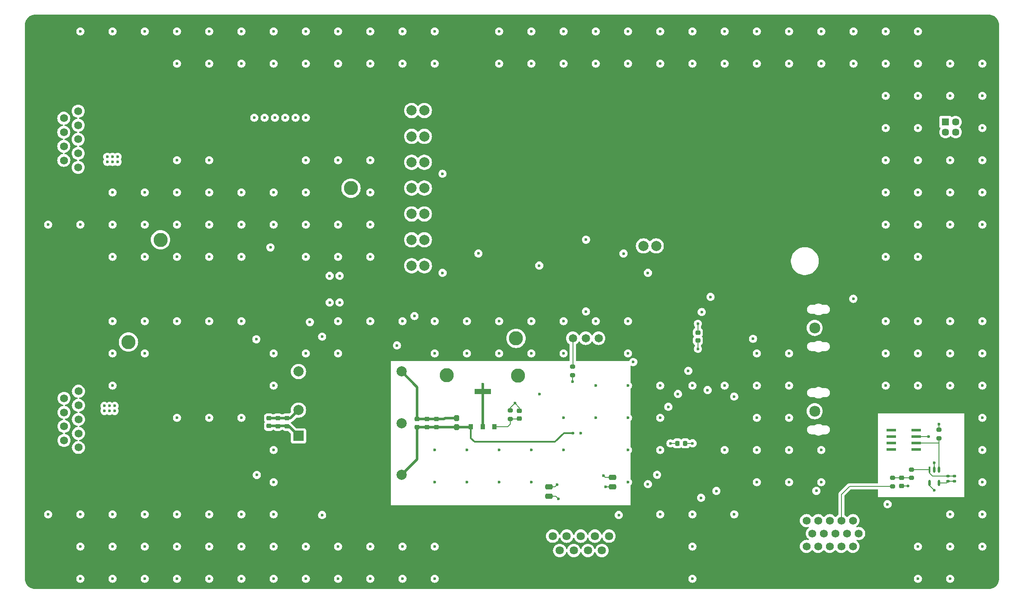
<source format=gbr>
%TF.GenerationSoftware,KiCad,Pcbnew,8.0.6*%
%TF.CreationDate,2025-05-06T15:07:16-04:00*%
%TF.ProjectId,TPC_COLD_HV_PDU,5450435f-434f-44c4-945f-48565f504455,rev?*%
%TF.SameCoordinates,Original*%
%TF.FileFunction,Copper,L8,Bot*%
%TF.FilePolarity,Positive*%
%FSLAX46Y46*%
G04 Gerber Fmt 4.6, Leading zero omitted, Abs format (unit mm)*
G04 Created by KiCad (PCBNEW 8.0.6) date 2025-05-06 15:07:16*
%MOMM*%
%LPD*%
G01*
G04 APERTURE LIST*
G04 Aperture macros list*
%AMRoundRect*
0 Rectangle with rounded corners*
0 $1 Rounding radius*
0 $2 $3 $4 $5 $6 $7 $8 $9 X,Y pos of 4 corners*
0 Add a 4 corners polygon primitive as box body*
4,1,4,$2,$3,$4,$5,$6,$7,$8,$9,$2,$3,0*
0 Add four circle primitives for the rounded corners*
1,1,$1+$1,$2,$3*
1,1,$1+$1,$4,$5*
1,1,$1+$1,$6,$7*
1,1,$1+$1,$8,$9*
0 Add four rect primitives between the rounded corners*
20,1,$1+$1,$2,$3,$4,$5,0*
20,1,$1+$1,$4,$5,$6,$7,0*
20,1,$1+$1,$6,$7,$8,$9,0*
20,1,$1+$1,$8,$9,$2,$3,0*%
G04 Aperture macros list end*
%TA.AperFunction,SMDPad,CuDef*%
%ADD10R,0.457200X1.219200*%
%TD*%
%TA.AperFunction,SMDPad,CuDef*%
%ADD11O,0.457200X1.219200*%
%TD*%
%TA.AperFunction,SMDPad,CuDef*%
%ADD12R,1.981200X0.558800*%
%TD*%
%TA.AperFunction,SMDPad,CuDef*%
%ADD13R,0.889000X1.016000*%
%TD*%
%TA.AperFunction,SMDPad,CuDef*%
%ADD14R,3.200000X1.000000*%
%TD*%
%TA.AperFunction,ComponentPad*%
%ADD15C,2.159000*%
%TD*%
%TA.AperFunction,SMDPad,CuDef*%
%ADD16RoundRect,0.250000X0.275000X-0.312500X0.275000X0.312500X-0.275000X0.312500X-0.275000X-0.312500X0*%
%TD*%
%TA.AperFunction,ComponentPad*%
%ADD17C,6.400000*%
%TD*%
%TA.AperFunction,ComponentPad*%
%ADD18C,2.800000*%
%TD*%
%TA.AperFunction,ComponentPad*%
%ADD19C,1.575000*%
%TD*%
%TA.AperFunction,ComponentPad*%
%ADD20C,4.216000*%
%TD*%
%TA.AperFunction,ComponentPad*%
%ADD21C,1.650000*%
%TD*%
%TA.AperFunction,ComponentPad*%
%ADD22C,2.000000*%
%TD*%
%TA.AperFunction,ComponentPad*%
%ADD23R,1.447800X1.447800*%
%TD*%
%TA.AperFunction,ComponentPad*%
%ADD24C,1.447800*%
%TD*%
%TA.AperFunction,ComponentPad*%
%ADD25C,1.635000*%
%TD*%
%TA.AperFunction,ComponentPad*%
%ADD26C,1.560000*%
%TD*%
%TA.AperFunction,ComponentPad*%
%ADD27R,2.000000X2.000000*%
%TD*%
%TA.AperFunction,SMDPad,CuDef*%
%ADD28RoundRect,0.200000X0.275000X-0.200000X0.275000X0.200000X-0.275000X0.200000X-0.275000X-0.200000X0*%
%TD*%
%TA.AperFunction,SMDPad,CuDef*%
%ADD29RoundRect,0.250000X-0.475000X0.250000X-0.475000X-0.250000X0.475000X-0.250000X0.475000X0.250000X0*%
%TD*%
%TA.AperFunction,SMDPad,CuDef*%
%ADD30RoundRect,0.225000X0.250000X-0.225000X0.250000X0.225000X-0.250000X0.225000X-0.250000X-0.225000X0*%
%TD*%
%TA.AperFunction,SMDPad,CuDef*%
%ADD31RoundRect,0.200000X-0.275000X0.200000X-0.275000X-0.200000X0.275000X-0.200000X0.275000X0.200000X0*%
%TD*%
%TA.AperFunction,SMDPad,CuDef*%
%ADD32RoundRect,0.225000X0.225000X0.250000X-0.225000X0.250000X-0.225000X-0.250000X0.225000X-0.250000X0*%
%TD*%
%TA.AperFunction,SMDPad,CuDef*%
%ADD33RoundRect,0.225000X-0.250000X0.225000X-0.250000X-0.225000X0.250000X-0.225000X0.250000X0.225000X0*%
%TD*%
%TA.AperFunction,SMDPad,CuDef*%
%ADD34RoundRect,0.135000X0.185000X-0.135000X0.185000X0.135000X-0.185000X0.135000X-0.185000X-0.135000X0*%
%TD*%
%TA.AperFunction,SMDPad,CuDef*%
%ADD35RoundRect,0.135000X-0.185000X0.135000X-0.185000X-0.135000X0.185000X-0.135000X0.185000X0.135000X0*%
%TD*%
%TA.AperFunction,ViaPad*%
%ADD36C,0.600000*%
%TD*%
%TA.AperFunction,Conductor*%
%ADD37C,0.200000*%
%TD*%
%TA.AperFunction,Conductor*%
%ADD38C,0.500000*%
%TD*%
%TA.AperFunction,Conductor*%
%ADD39C,0.300000*%
%TD*%
G04 APERTURE END LIST*
D10*
%TO.P,U9,1,OUT*%
%TO.N,Net-(U9-OUT)*%
X262619999Y-143570000D03*
D11*
%TO.P,U9,2,V-*%
%TO.N,/V3p3_RTN*%
X263570000Y-143570000D03*
%TO.P,U9,3,+IN*%
%TO.N,/Telemetry_CKT/TEMP_1*%
X264520001Y-143570000D03*
%TO.P,U9,4,-IN*%
%TO.N,Net-(U9--IN)*%
X264520001Y-146190000D03*
%TO.P,U9,5,V+*%
%TO.N,/V3p3*%
X262619999Y-146190000D03*
%TD*%
D12*
%TO.P,U8,1,NC*%
%TO.N,unconnected-(U8-NC-Pad1)*%
X260017600Y-135800000D03*
%TO.P,U8,2,V+*%
%TO.N,/P5V*%
X260017600Y-137070000D03*
%TO.P,U8,3,V-*%
%TO.N,/Telemetry_CKT/TEMP_1*%
X260017600Y-138340000D03*
%TO.P,U8,4,NC*%
%TO.N,unconnected-(U8-NC-Pad4)*%
X260017600Y-139610000D03*
%TO.P,U8,5,NC*%
%TO.N,unconnected-(U8-NC-Pad5)*%
X255090000Y-139610000D03*
%TO.P,U8,6,NC*%
%TO.N,unconnected-(U8-NC-Pad6)*%
X255090000Y-138340000D03*
%TO.P,U8,7,NC*%
%TO.N,unconnected-(U8-NC-Pad7)*%
X255090000Y-137070000D03*
%TO.P,U8,8,NC*%
%TO.N,unconnected-(U8-NC-Pad8)*%
X255090000Y-135800000D03*
%TD*%
D13*
%TO.P,U3,1,SET*%
%TO.N,Net-(U3-SET)*%
X176861400Y-135152500D03*
%TO.P,U3,2,OUT*%
%TO.N,/V3p3*%
X174550000Y-135152500D03*
%TO.P,U3,3,IN*%
%TO.N,/P5V*%
X172238600Y-135152500D03*
D14*
%TO.P,U3,4,TAB*%
%TO.N,/V3p3*%
X174550000Y-128160000D03*
%TD*%
D15*
%TO.P,P2,1,1*%
%TO.N,Net-(M3-Pad3)*%
X240000000Y-115620000D03*
%TD*%
%TO.P,P1,1,1*%
%TO.N,Net-(P1-Pad1)*%
X240000000Y-132049800D03*
%TD*%
D16*
%TO.P,C17,1*%
%TO.N,/P5V*%
X169380000Y-135207500D03*
%TO.P,C17,2*%
%TO.N,/V3p3_RTN*%
X169380000Y-133432500D03*
%TD*%
D17*
%TO.P,H3,1,1*%
%TO.N,GNDPWR*%
X270000000Y-58000000D03*
%TD*%
%TO.P,H2,1,1*%
%TO.N,GNDPWR*%
X90000000Y-105000000D03*
%TD*%
D18*
%TO.P,V_{GND}1,1,1*%
%TO.N,/V3p3_RTN*%
X167490000Y-124990000D03*
%TD*%
D17*
%TO.P,H6,1,1*%
%TO.N,GNDPWR*%
X170000000Y-58000000D03*
%TD*%
D19*
%TO.P,J3,1*%
%TO.N,/TEMP_0_Telem*%
X247536000Y-153630000D03*
%TO.P,J3,2*%
%TO.N,/TEMP_1_Telem*%
X245246000Y-153630000D03*
%TO.P,J3,3*%
%TO.N,unconnected-(J3-Pad3)*%
X242956000Y-153630000D03*
%TO.P,J3,4*%
%TO.N,/HV_I_MON_Telem*%
X240666000Y-153630000D03*
%TO.P,J3,5*%
%TO.N,/HV_MON_Telem*%
X238376000Y-153630000D03*
%TO.P,J3,6*%
%TO.N,/V3p3_RTN*%
X248681000Y-156170000D03*
%TO.P,J3,7*%
X246391000Y-156170000D03*
%TO.P,J3,8*%
X244101000Y-156170000D03*
%TO.P,J3,9*%
X241811000Y-156170000D03*
%TO.P,J3,10*%
X239521000Y-156170000D03*
%TO.P,J3,11*%
%TO.N,unconnected-(J3-Pad11)*%
X247536000Y-158710000D03*
%TO.P,J3,12*%
%TO.N,unconnected-(J3-Pad12)*%
X245246000Y-158710000D03*
%TO.P,J3,13*%
%TO.N,unconnected-(J3-Pad13)*%
X242956000Y-158710000D03*
%TO.P,J3,14*%
%TO.N,unconnected-(J3-Pad14)*%
X240666000Y-158710000D03*
%TO.P,J3,15*%
%TO.N,unconnected-(J3-Pad15)*%
X238376000Y-158710000D03*
D20*
%TO.P,J3,S1*%
%TO.N,GNDPWR*%
X230715000Y-156170000D03*
%TO.P,J3,S2*%
X255705000Y-156170000D03*
%TD*%
D18*
%TO.P,V_{3.3V}1,1,1*%
%TO.N,/V3p3*%
X181560000Y-125020000D03*
%TD*%
D21*
%TO.P,J5,1*%
%TO.N,/HV_SET_INT*%
X197400000Y-117660000D03*
%TO.P,J5,2*%
%TO.N,/Main_DCDC_Converter/HV_SET*%
X194860000Y-117660000D03*
%TO.P,J5,3*%
%TO.N,/HV_SET_EXT*%
X192320000Y-117660000D03*
%TD*%
D17*
%TO.P,H9,1,1*%
%TO.N,GNDPWR*%
X270000000Y-105000000D03*
%TD*%
D22*
%TO.P,U1,1,SEC_RTN*%
%TO.N,/Main_DCDC_Converter/V_RTN*%
X160560000Y-72745000D03*
%TO.P,U1,2,SEC_IN*%
%TO.N,/Main_DCDC_Converter/V_IN*%
X160560000Y-77845000D03*
%TO.P,U1,3,HV_I_MON*%
%TO.N,/HV_I_MON*%
X160560000Y-82945000D03*
%TO.P,U1,4,HV_ENABLE*%
%TO.N,/HV_EN*%
X160560000Y-88045000D03*
%TO.P,U1,5,SIG_GND*%
%TO.N,/V3p3_RTN*%
X160560000Y-93145000D03*
%TO.P,U1,6*%
%TO.N,N/C*%
X160560000Y-98245000D03*
%TO.P,U1,7,Vref_5V*%
%TO.N,/5V_REF*%
X160560000Y-103345000D03*
%TO.P,U1,8,SEC_RTN*%
%TO.N,/Main_DCDC_Converter/V_RTN*%
X163060000Y-72745000D03*
%TO.P,U1,9,SEC_IN*%
%TO.N,/Main_DCDC_Converter/V_IN*%
X163060000Y-77845000D03*
%TO.P,U1,10,NC*%
%TO.N,unconnected-(U1-NC-Pad10)*%
X163060000Y-82945000D03*
%TO.P,U1,11,I-MODE*%
%TO.N,/Main_DCDC_Converter/V_RTN*%
X163060000Y-88045000D03*
%TO.P,U1,12,V_MODE*%
%TO.N,Net-(U1-V_MODE)*%
X163060000Y-93145000D03*
%TO.P,U1,13,Remote*%
%TO.N,/Main_DCDC_Converter/HV_SET*%
X163060000Y-98245000D03*
%TO.P,U1,14,HV_MON*%
%TO.N,/HV_MON*%
X163060000Y-103345000D03*
%TO.P,U1,15,HV_RTN*%
%TO.N,/HV_RTN*%
X206260000Y-99445000D03*
%TO.P,U1,16,HV_RTN*%
X208760000Y-99445000D03*
%TD*%
D18*
%TO.P,GND1,1,1*%
%TO.N,/V_TELEM_RTN*%
X104730000Y-118410000D03*
%TD*%
D17*
%TO.P,H8,1,1*%
%TO.N,GNDPWR*%
X170000000Y-162000000D03*
%TD*%
%TO.P,H4,1,1*%
%TO.N,GNDPWR*%
X220000000Y-162000000D03*
%TD*%
D23*
%TO.P,J6,1,1*%
%TO.N,/HV_RTN*%
X265779999Y-75009999D03*
D24*
%TO.P,J6,2,2*%
X265779999Y-77010000D03*
%TO.P,J6,3,3*%
X267780000Y-75009999D03*
%TO.P,J6,4,4*%
X267780000Y-77010000D03*
%TD*%
D17*
%TO.P,H7,1,1*%
%TO.N,GNDPWR*%
X270000000Y-162000000D03*
%TD*%
D25*
%TO.P,J4,1*%
%TO.N,/SYNC_n+*%
X199440000Y-156690000D03*
%TO.P,J4,2*%
%TO.N,/Enable-*%
X196670000Y-156690000D03*
%TO.P,J4,3*%
%TO.N,unconnected-(J4-Pad3)*%
X193900000Y-156690000D03*
%TO.P,J4,4*%
%TO.N,/SCLK+*%
X191130000Y-156690000D03*
%TO.P,J4,5*%
%TO.N,/Data_In-*%
X188360000Y-156690000D03*
%TO.P,J4,6*%
%TO.N,/SYNC_n-*%
X198055000Y-159530000D03*
%TO.P,J4,7*%
%TO.N,/Enable+*%
X195285000Y-159530000D03*
%TO.P,J4,8*%
%TO.N,/SCLK-*%
X192515000Y-159530000D03*
%TO.P,J4,9*%
%TO.N,/Data_In+*%
X189745000Y-159530000D03*
D20*
%TO.P,J4,S1*%
%TO.N,GNDPWR*%
X181400000Y-158110000D03*
%TO.P,J4,S2*%
X206400000Y-158110000D03*
%TD*%
D26*
%TO.P,J2,1*%
%TO.N,/V_TELEM_RTN*%
X94880000Y-128120000D03*
%TO.P,J2,2*%
X94880000Y-130890000D03*
%TO.P,J2,3*%
%TO.N,unconnected-(J2-Pad3)*%
X94880000Y-133660000D03*
%TO.P,J2,4*%
%TO.N,/V_TELEM_RTN*%
X94880000Y-136430000D03*
%TO.P,J2,5*%
X94880000Y-139200000D03*
%TO.P,J2,6*%
%TO.N,/V_TELEM_IN*%
X92040000Y-129505000D03*
%TO.P,J2,7*%
X92040000Y-132275000D03*
%TO.P,J2,8*%
X92040000Y-135045000D03*
%TO.P,J2,9*%
X92040000Y-137815000D03*
D20*
%TO.P,J2,S1*%
%TO.N,GNDPWR*%
X93460000Y-121160000D03*
%TO.P,J2,S2*%
X93460000Y-146160000D03*
%TD*%
D27*
%TO.P,U4,1,+VIN*%
%TO.N,/Telemetry_DCDC_Converter/V_POS*%
X138247500Y-136930000D03*
D22*
%TO.P,U4,2,-VIN*%
%TO.N,/Telemetry_DCDC_Converter/V_RTN*%
X138247500Y-131830000D03*
%TO.P,U4,3,+VOUT*%
%TO.N,/P5V*%
X158547500Y-144630000D03*
%TO.P,U4,4,TRIM*%
%TO.N,unconnected-(U4-TRIM-Pad4)*%
X158547500Y-134430000D03*
%TO.P,U4,5,-VOUT*%
%TO.N,/V3p3_RTN*%
X158547500Y-124230000D03*
%TO.P,U4,6,REMOTE*%
%TO.N,unconnected-(U4-REMOTE-Pad6)*%
X138247500Y-124230000D03*
%TD*%
D18*
%TO.P,V_{EN}1,1,1*%
%TO.N,/HV_EN*%
X148590000Y-88075000D03*
%TD*%
D17*
%TO.P,H5,1,1*%
%TO.N,GNDPWR*%
X90000000Y-162000000D03*
%TD*%
%TO.P,H1,1,1*%
%TO.N,GNDPWR*%
X90000000Y-58000000D03*
%TD*%
D26*
%TO.P,J1,1*%
%TO.N,/V_SEC_RTN*%
X94830000Y-72880000D03*
%TO.P,J1,2*%
X94830000Y-75650000D03*
%TO.P,J1,3*%
%TO.N,unconnected-(J1-Pad3)*%
X94830000Y-78420000D03*
%TO.P,J1,4*%
%TO.N,/V_SEC_RTN*%
X94830000Y-81190000D03*
%TO.P,J1,5*%
X94830000Y-83960000D03*
%TO.P,J1,6*%
%TO.N,/V_SEC_IN*%
X91990000Y-74265000D03*
%TO.P,J1,7*%
X91990000Y-77035000D03*
%TO.P,J1,8*%
X91990000Y-79805000D03*
%TO.P,J1,9*%
X91990000Y-82575000D03*
D20*
%TO.P,J1,S1*%
%TO.N,GNDPWR*%
X93410000Y-65920000D03*
%TO.P,J1,S2*%
X93410000Y-90920000D03*
%TD*%
D18*
%TO.P,GND2,1,1*%
%TO.N,/V_SEC_RTN*%
X111060000Y-98240000D03*
%TD*%
%TO.P,HV_SET_{-EXT}1,1,1*%
%TO.N,/HV_SET_EXT*%
X181130000Y-117680000D03*
%TD*%
D28*
%TO.P,R23,1*%
%TO.N,/Telemetry_CKT/TEMP_1*%
X264510000Y-137385000D03*
%TO.P,R23,2*%
%TO.N,/V3p3_RTN*%
X264510000Y-135735000D03*
%TD*%
D29*
%TO.P,C36,1*%
%TO.N,/V3p3*%
X187655000Y-146960000D03*
%TO.P,C36,2*%
%TO.N,/V3p3_RTN*%
X187655000Y-148860000D03*
%TD*%
D30*
%TO.P,C33,1*%
%TO.N,/V3p3_RTN*%
X257130000Y-146770000D03*
%TO.P,C33,2*%
%TO.N,Net-(C33-Pad2)*%
X257130000Y-145220000D03*
%TD*%
%TO.P,C18,1*%
%TO.N,/P5V*%
X161650000Y-135155000D03*
%TO.P,C18,2*%
%TO.N,/V3p3_RTN*%
X161650000Y-133605000D03*
%TD*%
%TO.P,C14,1*%
%TO.N,/Telemetry_DCDC_Converter/V_POS*%
X134160000Y-134985000D03*
%TO.P,C14,2*%
%TO.N,/Telemetry_DCDC_Converter/V_RTN*%
X134160000Y-133435000D03*
%TD*%
D31*
%TO.P,R38,1*%
%TO.N,/HV_SET_EXT*%
X192300000Y-123265000D03*
%TO.P,R38,2*%
%TO.N,/V_TELEM_RTN*%
X192300000Y-124915000D03*
%TD*%
D32*
%TO.P,C25,1*%
%TO.N,/V3p3*%
X214475000Y-138400000D03*
%TO.P,C25,2*%
%TO.N,/V3p3_RTN*%
X212925000Y-138400000D03*
%TD*%
D30*
%TO.P,C16,1*%
%TO.N,Net-(U3-SET)*%
X181810000Y-133535000D03*
%TO.P,C16,2*%
%TO.N,/V3p3_RTN*%
X181810000Y-131985000D03*
%TD*%
%TO.P,C21,1*%
%TO.N,/P5V*%
X165470000Y-135165000D03*
%TO.P,C21,2*%
%TO.N,/V3p3_RTN*%
X165470000Y-133615000D03*
%TD*%
D29*
%TO.P,C35,1*%
%TO.N,/V3p3*%
X200115000Y-145080000D03*
%TO.P,C35,2*%
%TO.N,/V3p3_RTN*%
X200115000Y-146980000D03*
%TD*%
D31*
%TO.P,R32,1*%
%TO.N,Net-(C33-Pad2)*%
X255330000Y-145210000D03*
%TO.P,R32,2*%
%TO.N,/TEMP_1_Telem*%
X255330000Y-146860000D03*
%TD*%
%TO.P,R30,1*%
%TO.N,Net-(U9-OUT)*%
X259070000Y-143570000D03*
%TO.P,R30,2*%
%TO.N,Net-(C33-Pad2)*%
X259070000Y-145220000D03*
%TD*%
D33*
%TO.P,C26,1*%
%TO.N,/V3p3*%
X216980000Y-116555000D03*
%TO.P,C26,2*%
%TO.N,/V3p3_RTN*%
X216980000Y-118105000D03*
%TD*%
D28*
%TO.P,R12,1*%
%TO.N,Net-(U3-SET)*%
X180020000Y-133565000D03*
%TO.P,R12,2*%
%TO.N,/V3p3_RTN*%
X180020000Y-131915000D03*
%TD*%
D30*
%TO.P,C20,1*%
%TO.N,/P5V*%
X163550000Y-135155000D03*
%TO.P,C20,2*%
%TO.N,/V3p3_RTN*%
X163550000Y-133605000D03*
%TD*%
D34*
%TO.P,C29,1*%
%TO.N,Net-(U9--IN)*%
X267550000Y-145900000D03*
%TO.P,C29,2*%
%TO.N,Net-(U9-OUT)*%
X267550000Y-144880000D03*
%TD*%
D30*
%TO.P,C15,1*%
%TO.N,/Telemetry_DCDC_Converter/V_POS*%
X135940000Y-134995000D03*
%TO.P,C15,2*%
%TO.N,/Telemetry_DCDC_Converter/V_RTN*%
X135940000Y-133445000D03*
%TD*%
%TO.P,C12,1*%
%TO.N,/Telemetry_DCDC_Converter/V_POS*%
X132420000Y-134975000D03*
%TO.P,C12,2*%
%TO.N,/Telemetry_DCDC_Converter/V_RTN*%
X132420000Y-133425000D03*
%TD*%
D35*
%TO.P,R24,1*%
%TO.N,Net-(U9-OUT)*%
X266290000Y-144880000D03*
%TO.P,R24,2*%
%TO.N,Net-(U9--IN)*%
X266290000Y-145900000D03*
%TD*%
D36*
%TO.N,/V_SEC_RTN*%
X101572000Y-81869000D03*
X273050000Y-95250000D03*
X254000000Y-88900000D03*
X184150000Y-57150000D03*
X266700000Y-95250000D03*
X228600000Y-57150000D03*
X254000000Y-76200000D03*
X133350000Y-88900000D03*
X146050000Y-63500000D03*
X146050000Y-101600000D03*
X120650000Y-101600000D03*
X228600000Y-63500000D03*
X139700000Y-95250000D03*
X120650000Y-82550000D03*
X203200000Y-63500000D03*
X133350000Y-57150000D03*
X234950000Y-57150000D03*
X266700000Y-69850000D03*
X133350000Y-63500000D03*
X260350000Y-63500000D03*
X152400000Y-95250000D03*
X101600000Y-88900000D03*
X137668000Y-74168000D03*
X222250000Y-63500000D03*
X139700000Y-74168000D03*
X273050000Y-63500000D03*
X254000000Y-69850000D03*
X209550000Y-57150000D03*
X131572000Y-74168000D03*
X101600000Y-101600000D03*
X133350000Y-95250000D03*
X114300000Y-88900000D03*
X100556000Y-81869000D03*
X254000000Y-82550000D03*
X132730000Y-99745000D03*
X177800000Y-57150000D03*
X247650000Y-57150000D03*
X241300000Y-57150000D03*
X152400000Y-101600000D03*
X120650000Y-95250000D03*
X215900000Y-63500000D03*
X127000000Y-63500000D03*
X102588000Y-81869000D03*
X139700000Y-101600000D03*
X260350000Y-57150000D03*
X139700000Y-82550000D03*
X152400000Y-63500000D03*
X95250000Y-57150000D03*
X146360000Y-105350000D03*
X120650000Y-63500000D03*
X114300000Y-101600000D03*
X254000000Y-95250000D03*
X260350000Y-76200000D03*
X146050000Y-82550000D03*
X254000000Y-101600000D03*
X139700000Y-63500000D03*
X139700000Y-57150000D03*
X260350000Y-88900000D03*
X152400000Y-88900000D03*
X209550000Y-63500000D03*
X254000000Y-63500000D03*
X100556000Y-82885000D03*
X254000000Y-57150000D03*
X234950000Y-63500000D03*
X120650000Y-57150000D03*
X273050000Y-76200000D03*
X135636000Y-74168000D03*
X215900000Y-57150000D03*
X129540000Y-74168000D03*
X114300000Y-63500000D03*
X266700000Y-88900000D03*
X260350000Y-95250000D03*
X102588000Y-82885000D03*
X273050000Y-88900000D03*
X247650000Y-63500000D03*
X152400000Y-82550000D03*
X146050000Y-95250000D03*
X107950000Y-101600000D03*
X107950000Y-95250000D03*
X260350000Y-69850000D03*
X101572000Y-82885000D03*
X114300000Y-82550000D03*
X158750000Y-63500000D03*
X101600000Y-57150000D03*
X146050000Y-57150000D03*
X241300000Y-63500000D03*
X127000000Y-95250000D03*
X127000000Y-57150000D03*
X158750000Y-57150000D03*
X88900000Y-95250000D03*
X184150000Y-63500000D03*
X260350000Y-82550000D03*
X127000000Y-101600000D03*
X107950000Y-88900000D03*
X260350000Y-101600000D03*
X114300000Y-57150000D03*
X196850000Y-57150000D03*
X266700000Y-63500000D03*
X266700000Y-82550000D03*
X114300000Y-95250000D03*
X133604000Y-74168000D03*
X190500000Y-57150000D03*
X273050000Y-82550000D03*
X196850000Y-63500000D03*
X144390000Y-105350000D03*
X127000000Y-88900000D03*
X95250000Y-95250000D03*
X139700000Y-88900000D03*
X152400000Y-57150000D03*
X190500000Y-63500000D03*
X273050000Y-69850000D03*
X165100000Y-63500000D03*
X177800000Y-63500000D03*
X203200000Y-57150000D03*
X120650000Y-88900000D03*
X165100000Y-57150000D03*
X101600000Y-95250000D03*
X107950000Y-57150000D03*
X222250000Y-57150000D03*
%TO.N,GNDPWR*%
X152908000Y-119070000D03*
X127780000Y-66095000D03*
X127770000Y-82395000D03*
%TO.N,/V3p3*%
X198385000Y-144740000D03*
X216980000Y-114810000D03*
X263560000Y-147630000D03*
X174550000Y-126740000D03*
X189205000Y-146580000D03*
X215935000Y-138383800D03*
%TO.N,/V3p3_RTN*%
X218895000Y-127873800D03*
X227840000Y-117770000D03*
X157660000Y-119080000D03*
X211565000Y-138393800D03*
X180910000Y-130470000D03*
X217605000Y-149123800D03*
X258380000Y-146770000D03*
X217735000Y-112490000D03*
X198775000Y-147000000D03*
X161115000Y-113270000D03*
%TO.N,unconnected-(R27-Pad2)*%
X215090000Y-124100000D03*
%TO.N,/V3p3_RTN*%
X264510000Y-134640000D03*
X263570000Y-142250000D03*
X211155000Y-131183800D03*
X208935000Y-144593800D03*
X193915000Y-136350000D03*
X216980000Y-119770000D03*
X189455000Y-149310000D03*
%TO.N,/V_TELEM_RTN*%
X260350000Y-158750000D03*
X102000000Y-131000000D03*
X127000000Y-165100000D03*
X114300000Y-114300000D03*
X107950000Y-158750000D03*
X190500000Y-114300000D03*
X146050000Y-114300000D03*
X192300000Y-126260000D03*
X127000000Y-158750000D03*
X184150000Y-146050000D03*
X171450000Y-120650000D03*
X273050000Y-158750000D03*
X152400000Y-158750000D03*
X222250000Y-127000000D03*
X177800000Y-146050000D03*
X139700000Y-120650000D03*
X190500000Y-120650000D03*
X101600000Y-114300000D03*
X127000000Y-133350000D03*
X100000000Y-131000000D03*
X273050000Y-133350000D03*
X144400000Y-110600000D03*
X209550000Y-127000000D03*
X120650000Y-133350000D03*
X139700000Y-165100000D03*
X241300000Y-139700000D03*
X273050000Y-139700000D03*
X273050000Y-146050000D03*
X133350000Y-158750000D03*
X234950000Y-139700000D03*
X114300000Y-158750000D03*
X101600000Y-152400000D03*
X254000000Y-120650000D03*
X139700000Y-158750000D03*
X146050000Y-165100000D03*
X158750000Y-114300000D03*
X100000000Y-132000000D03*
X196850000Y-133350000D03*
X234950000Y-120650000D03*
X254000000Y-114300000D03*
X228600000Y-146050000D03*
X101600000Y-127000000D03*
X133350000Y-127000000D03*
X203200000Y-127000000D03*
X234950000Y-133350000D03*
X133350000Y-146050000D03*
X101000000Y-131000000D03*
X266700000Y-127000000D03*
X95250000Y-158750000D03*
X215900000Y-158750000D03*
X102000000Y-132000000D03*
X266700000Y-158750000D03*
X146050000Y-120650000D03*
X101600000Y-120650000D03*
X177800000Y-120650000D03*
X133350000Y-152400000D03*
X266700000Y-152400000D03*
X120650000Y-114300000D03*
X171450000Y-139700000D03*
X266700000Y-165100000D03*
X273050000Y-120650000D03*
X101000000Y-132000000D03*
X171450000Y-146050000D03*
X215900000Y-127000000D03*
X114300000Y-165100000D03*
X241300000Y-146050000D03*
X260350000Y-127000000D03*
X165100000Y-120650000D03*
X215900000Y-152400000D03*
X171450000Y-114300000D03*
X228600000Y-127000000D03*
X165100000Y-158750000D03*
X107950000Y-152400000D03*
X158750000Y-158750000D03*
X215900000Y-165100000D03*
X127000000Y-114300000D03*
X209550000Y-139700000D03*
X228600000Y-139700000D03*
X146360000Y-110600000D03*
X254000000Y-127000000D03*
X165100000Y-139700000D03*
X234950000Y-127000000D03*
X120650000Y-152400000D03*
X107950000Y-120650000D03*
X133350000Y-120650000D03*
X190500000Y-139700000D03*
X177800000Y-139700000D03*
X260350000Y-165100000D03*
X133350000Y-165100000D03*
X133350000Y-139700000D03*
X196850000Y-127000000D03*
X95250000Y-152400000D03*
X165100000Y-165100000D03*
X120650000Y-158750000D03*
X190500000Y-133350000D03*
X152400000Y-165100000D03*
X260350000Y-114300000D03*
X107950000Y-165100000D03*
X184150000Y-114300000D03*
X203200000Y-114300000D03*
X273050000Y-114300000D03*
X203200000Y-133350000D03*
X228600000Y-120650000D03*
X165100000Y-114300000D03*
X273050000Y-152400000D03*
X158750000Y-165100000D03*
X101600000Y-158750000D03*
X203200000Y-146050000D03*
X273050000Y-127000000D03*
X114300000Y-152400000D03*
X101600000Y-165100000D03*
X260350000Y-120650000D03*
X177800000Y-114300000D03*
X222250000Y-139700000D03*
X127000000Y-152400000D03*
X203200000Y-120650000D03*
X140500000Y-114475000D03*
X114300000Y-133350000D03*
X266700000Y-114300000D03*
X209550000Y-133350000D03*
X234950000Y-146050000D03*
X152400000Y-114300000D03*
X184150000Y-139700000D03*
X196850000Y-114300000D03*
X203200000Y-139700000D03*
X165100000Y-146050000D03*
X228600000Y-133350000D03*
X266700000Y-120650000D03*
X95250000Y-165100000D03*
X209550000Y-152400000D03*
X146050000Y-158750000D03*
X120650000Y-165100000D03*
X184150000Y-120650000D03*
X88900000Y-152400000D03*
X107950000Y-114300000D03*
%TO.N,/P5V*%
X129950000Y-117870000D03*
X262450000Y-137070000D03*
X254360000Y-150400000D03*
X130040000Y-144630000D03*
X192365000Y-136340000D03*
%TO.N,/5V_REF*%
X173720000Y-100945000D03*
X204240000Y-122350000D03*
X202320000Y-100950000D03*
%TO.N,/HV_I_MON_Telem*%
X240331193Y-147760234D03*
X220625000Y-147778800D03*
%TO.N,/HV_MON_Telem*%
X224130000Y-129170000D03*
X224130000Y-152390000D03*
%TO.N,/TEMP_0_Telem*%
X247610000Y-109880000D03*
X219470000Y-109500000D03*
%TO.N,/Enable_SIG*%
X201380000Y-152530000D03*
X142910000Y-117340000D03*
X142910000Y-152530000D03*
%TO.N,/HV_MON*%
X185780000Y-128650000D03*
X185710000Y-103320000D03*
X213060000Y-128650000D03*
%TO.N,/HV_I_MON*%
X166640000Y-104760000D03*
X207130000Y-146440000D03*
X207130000Y-104760000D03*
X166630000Y-85230000D03*
%TO.N,/Main_DCDC_Converter/HV_SET*%
X194920000Y-98220000D03*
X194910000Y-112380000D03*
%TD*%
D37*
%TO.N,/V3p3*%
X216980000Y-116555000D02*
X216980000Y-114810000D01*
X215918800Y-138400000D02*
X215935000Y-138383800D01*
X198725000Y-145080000D02*
X200115000Y-145080000D01*
D38*
X174550000Y-135152500D02*
X174550000Y-128160000D01*
D37*
X262619999Y-146689999D02*
X263560000Y-147630000D01*
X187655000Y-146960000D02*
X188825000Y-146960000D01*
X262619999Y-146190000D02*
X262619999Y-146689999D01*
X198385000Y-144740000D02*
X198725000Y-145080000D01*
X214475000Y-138400000D02*
X215918800Y-138400000D01*
X188825000Y-146960000D02*
X189205000Y-146580000D01*
D38*
X174550000Y-128160000D02*
X174550000Y-126740000D01*
%TO.N,/V3p3_RTN*%
X166935000Y-133615000D02*
X167160000Y-133390000D01*
D37*
X189005000Y-148860000D02*
X189455000Y-149310000D01*
D38*
X161650000Y-133605000D02*
X165460000Y-133605000D01*
D37*
X198775000Y-147000000D02*
X200095000Y-147000000D01*
X180020000Y-131915000D02*
X180020000Y-131360000D01*
D38*
X161650000Y-127332500D02*
X158547500Y-124230000D01*
D37*
X211571200Y-138400000D02*
X211565000Y-138393800D01*
D38*
X165460000Y-133605000D02*
X165470000Y-133615000D01*
D37*
X263570000Y-143570000D02*
X263570000Y-142250000D01*
D38*
X167160000Y-133390000D02*
X169450000Y-133390000D01*
D37*
X257130000Y-146770000D02*
X258380000Y-146770000D01*
X187655000Y-148860000D02*
X189005000Y-148860000D01*
X216980000Y-118105000D02*
X216980000Y-119770000D01*
X212925000Y-138400000D02*
X211571200Y-138400000D01*
X200095000Y-147000000D02*
X200115000Y-146980000D01*
X181810000Y-131370000D02*
X180910000Y-130470000D01*
X264510000Y-134640000D02*
X264510000Y-135735000D01*
D38*
X161650000Y-133605000D02*
X161650000Y-127332500D01*
X165470000Y-133615000D02*
X166935000Y-133615000D01*
D37*
X181810000Y-131985000D02*
X181810000Y-131370000D01*
X180020000Y-131360000D02*
X180910000Y-130470000D01*
%TO.N,/V_TELEM_RTN*%
X192300000Y-124915000D02*
X192300000Y-126260000D01*
D38*
%TO.N,/Telemetry_DCDC_Converter/V_POS*%
X138247500Y-136930000D02*
X136292500Y-134975000D01*
X136292500Y-134975000D02*
X132420000Y-134975000D01*
%TO.N,/Telemetry_DCDC_Converter/V_RTN*%
X136652500Y-133425000D02*
X132420000Y-133425000D01*
X138247500Y-131830000D02*
X136652500Y-133425000D01*
D39*
%TO.N,/P5V*%
X172238600Y-135152500D02*
X172238600Y-137408600D01*
D37*
X260017600Y-137070000D02*
X262450000Y-137070000D01*
D38*
X161650000Y-135155000D02*
X161650000Y-141527500D01*
D39*
X190550000Y-136340000D02*
X192365000Y-136340000D01*
D38*
X161650000Y-141527500D02*
X158547500Y-144630000D01*
X172226100Y-135165000D02*
X172238600Y-135152500D01*
D39*
X172930000Y-138100000D02*
X188790000Y-138100000D01*
X172238600Y-137408600D02*
X172930000Y-138100000D01*
D38*
X165460000Y-135155000D02*
X165470000Y-135165000D01*
X165470000Y-135165000D02*
X172226100Y-135165000D01*
D39*
X188790000Y-138100000D02*
X190550000Y-136340000D01*
D38*
X161650000Y-135155000D02*
X165460000Y-135155000D01*
D37*
%TO.N,Net-(U3-SET)*%
X180020000Y-133565000D02*
X181780000Y-133565000D01*
X180020000Y-134590000D02*
X180020000Y-133565000D01*
X179457500Y-135152500D02*
X180020000Y-134590000D01*
X181780000Y-133565000D02*
X181810000Y-133535000D01*
X176861400Y-135152500D02*
X179457500Y-135152500D01*
%TO.N,Net-(U9-OUT)*%
X263230000Y-144880000D02*
X267550000Y-144880000D01*
X262619999Y-143570000D02*
X262619999Y-144269999D01*
X262619999Y-143570000D02*
X259070000Y-143570000D01*
X262619999Y-144269999D02*
X263230000Y-144880000D01*
%TO.N,Net-(U9--IN)*%
X266290000Y-145900000D02*
X266000000Y-146190000D01*
X267550000Y-145900000D02*
X266290000Y-145900000D01*
X266000000Y-146190000D02*
X264520001Y-146190000D01*
%TO.N,Net-(C33-Pad2)*%
X259070000Y-145220000D02*
X255340000Y-145220000D01*
X255340000Y-145220000D02*
X255330000Y-145210000D01*
%TO.N,/TEMP_1_Telem*%
X255330000Y-146860000D02*
X246880000Y-146860000D01*
X245270000Y-148470000D02*
X245270000Y-153606000D01*
X245270000Y-153606000D02*
X245246000Y-153630000D01*
X246880000Y-146860000D02*
X245270000Y-148470000D01*
%TO.N,/Telemetry_CKT/TEMP_1*%
X264520001Y-143570000D02*
X264520001Y-138350001D01*
X260017600Y-138340000D02*
X264510000Y-138340000D01*
X264510000Y-138340000D02*
X264510000Y-137385000D01*
X264520001Y-138350001D02*
X264510000Y-138340000D01*
%TO.N,/HV_SET_EXT*%
X192320000Y-123245000D02*
X192300000Y-123265000D01*
X192320000Y-117660000D02*
X192320000Y-123245000D01*
%TD*%
%TA.AperFunction,Conductor*%
%TO.N,GNDPWR*%
G36*
X274324042Y-53840765D02*
G01*
X274346774Y-53842254D01*
X274578114Y-53857417D01*
X274594172Y-53859532D01*
X274839888Y-53908408D01*
X274855554Y-53912606D01*
X275006736Y-53963925D01*
X275092788Y-53993136D01*
X275107765Y-53999339D01*
X275325336Y-54106633D01*
X275332460Y-54110146D01*
X275346508Y-54118256D01*
X275554815Y-54257443D01*
X275567679Y-54267314D01*
X275756033Y-54432497D01*
X275767502Y-54443966D01*
X275932685Y-54632320D01*
X275942559Y-54645188D01*
X276081743Y-54853492D01*
X276089853Y-54867539D01*
X276200657Y-55092227D01*
X276206864Y-55107213D01*
X276287393Y-55344445D01*
X276291591Y-55360111D01*
X276340465Y-55605813D01*
X276342583Y-55621895D01*
X276359235Y-55875956D01*
X276359500Y-55884066D01*
X276359500Y-165095933D01*
X276359235Y-165104043D01*
X276342583Y-165358104D01*
X276340465Y-165374186D01*
X276291591Y-165619888D01*
X276287393Y-165635554D01*
X276206864Y-165872786D01*
X276200657Y-165887772D01*
X276089853Y-166112460D01*
X276081743Y-166126507D01*
X275942559Y-166334811D01*
X275932685Y-166347679D01*
X275767502Y-166536033D01*
X275756033Y-166547502D01*
X275567679Y-166712685D01*
X275554811Y-166722559D01*
X275346507Y-166861743D01*
X275332460Y-166869853D01*
X275107772Y-166980657D01*
X275092786Y-166986864D01*
X274855554Y-167067393D01*
X274839888Y-167071591D01*
X274594186Y-167120465D01*
X274578104Y-167122583D01*
X274324043Y-167139235D01*
X274315933Y-167139500D01*
X86364067Y-167139500D01*
X86355957Y-167139235D01*
X86101895Y-167122583D01*
X86085814Y-167120465D01*
X86050770Y-167113494D01*
X85840111Y-167071591D01*
X85824445Y-167067393D01*
X85587213Y-166986864D01*
X85572227Y-166980657D01*
X85347539Y-166869853D01*
X85333492Y-166861743D01*
X85125188Y-166722559D01*
X85112320Y-166712685D01*
X84923966Y-166547502D01*
X84912497Y-166536033D01*
X84747314Y-166347679D01*
X84737440Y-166334811D01*
X84598256Y-166126507D01*
X84590146Y-166112460D01*
X84479464Y-165888019D01*
X84479339Y-165887765D01*
X84473135Y-165872786D01*
X84392606Y-165635554D01*
X84388408Y-165619888D01*
X84354520Y-165449522D01*
X84339532Y-165374172D01*
X84337417Y-165358114D01*
X84320765Y-165104042D01*
X84320633Y-165099996D01*
X94444435Y-165099996D01*
X94444435Y-165100003D01*
X94464630Y-165279249D01*
X94464631Y-165279254D01*
X94524211Y-165449523D01*
X94603866Y-165576292D01*
X94620184Y-165602262D01*
X94747738Y-165729816D01*
X94900478Y-165825789D01*
X95070745Y-165885368D01*
X95070750Y-165885369D01*
X95249996Y-165905565D01*
X95250000Y-165905565D01*
X95250004Y-165905565D01*
X95429249Y-165885369D01*
X95429252Y-165885368D01*
X95429255Y-165885368D01*
X95599522Y-165825789D01*
X95752262Y-165729816D01*
X95879816Y-165602262D01*
X95975789Y-165449522D01*
X96035368Y-165279255D01*
X96035369Y-165279249D01*
X96055565Y-165100003D01*
X96055565Y-165099996D01*
X100794435Y-165099996D01*
X100794435Y-165100003D01*
X100814630Y-165279249D01*
X100814631Y-165279254D01*
X100874211Y-165449523D01*
X100953866Y-165576292D01*
X100970184Y-165602262D01*
X101097738Y-165729816D01*
X101250478Y-165825789D01*
X101420745Y-165885368D01*
X101420750Y-165885369D01*
X101599996Y-165905565D01*
X101600000Y-165905565D01*
X101600004Y-165905565D01*
X101779249Y-165885369D01*
X101779252Y-165885368D01*
X101779255Y-165885368D01*
X101949522Y-165825789D01*
X102102262Y-165729816D01*
X102229816Y-165602262D01*
X102325789Y-165449522D01*
X102385368Y-165279255D01*
X102385369Y-165279249D01*
X102405565Y-165100003D01*
X102405565Y-165099996D01*
X107144435Y-165099996D01*
X107144435Y-165100003D01*
X107164630Y-165279249D01*
X107164631Y-165279254D01*
X107224211Y-165449523D01*
X107303866Y-165576292D01*
X107320184Y-165602262D01*
X107447738Y-165729816D01*
X107600478Y-165825789D01*
X107770745Y-165885368D01*
X107770750Y-165885369D01*
X107949996Y-165905565D01*
X107950000Y-165905565D01*
X107950004Y-165905565D01*
X108129249Y-165885369D01*
X108129252Y-165885368D01*
X108129255Y-165885368D01*
X108299522Y-165825789D01*
X108452262Y-165729816D01*
X108579816Y-165602262D01*
X108675789Y-165449522D01*
X108735368Y-165279255D01*
X108735369Y-165279249D01*
X108755565Y-165100003D01*
X108755565Y-165099996D01*
X113494435Y-165099996D01*
X113494435Y-165100003D01*
X113514630Y-165279249D01*
X113514631Y-165279254D01*
X113574211Y-165449523D01*
X113653866Y-165576292D01*
X113670184Y-165602262D01*
X113797738Y-165729816D01*
X113950478Y-165825789D01*
X114120745Y-165885368D01*
X114120750Y-165885369D01*
X114299996Y-165905565D01*
X114300000Y-165905565D01*
X114300004Y-165905565D01*
X114479249Y-165885369D01*
X114479252Y-165885368D01*
X114479255Y-165885368D01*
X114649522Y-165825789D01*
X114802262Y-165729816D01*
X114929816Y-165602262D01*
X115025789Y-165449522D01*
X115085368Y-165279255D01*
X115085369Y-165279249D01*
X115105565Y-165100003D01*
X115105565Y-165099996D01*
X119844435Y-165099996D01*
X119844435Y-165100003D01*
X119864630Y-165279249D01*
X119864631Y-165279254D01*
X119924211Y-165449523D01*
X120003866Y-165576292D01*
X120020184Y-165602262D01*
X120147738Y-165729816D01*
X120300478Y-165825789D01*
X120470745Y-165885368D01*
X120470750Y-165885369D01*
X120649996Y-165905565D01*
X120650000Y-165905565D01*
X120650004Y-165905565D01*
X120829249Y-165885369D01*
X120829252Y-165885368D01*
X120829255Y-165885368D01*
X120999522Y-165825789D01*
X121152262Y-165729816D01*
X121279816Y-165602262D01*
X121375789Y-165449522D01*
X121435368Y-165279255D01*
X121435369Y-165279249D01*
X121455565Y-165100003D01*
X121455565Y-165099996D01*
X126194435Y-165099996D01*
X126194435Y-165100003D01*
X126214630Y-165279249D01*
X126214631Y-165279254D01*
X126274211Y-165449523D01*
X126353866Y-165576292D01*
X126370184Y-165602262D01*
X126497738Y-165729816D01*
X126650478Y-165825789D01*
X126820745Y-165885368D01*
X126820750Y-165885369D01*
X126999996Y-165905565D01*
X127000000Y-165905565D01*
X127000004Y-165905565D01*
X127179249Y-165885369D01*
X127179252Y-165885368D01*
X127179255Y-165885368D01*
X127349522Y-165825789D01*
X127502262Y-165729816D01*
X127629816Y-165602262D01*
X127725789Y-165449522D01*
X127785368Y-165279255D01*
X127785369Y-165279249D01*
X127805565Y-165100003D01*
X127805565Y-165099996D01*
X132544435Y-165099996D01*
X132544435Y-165100003D01*
X132564630Y-165279249D01*
X132564631Y-165279254D01*
X132624211Y-165449523D01*
X132703866Y-165576292D01*
X132720184Y-165602262D01*
X132847738Y-165729816D01*
X133000478Y-165825789D01*
X133170745Y-165885368D01*
X133170750Y-165885369D01*
X133349996Y-165905565D01*
X133350000Y-165905565D01*
X133350004Y-165905565D01*
X133529249Y-165885369D01*
X133529252Y-165885368D01*
X133529255Y-165885368D01*
X133699522Y-165825789D01*
X133852262Y-165729816D01*
X133979816Y-165602262D01*
X134075789Y-165449522D01*
X134135368Y-165279255D01*
X134135369Y-165279249D01*
X134155565Y-165100003D01*
X134155565Y-165099996D01*
X138894435Y-165099996D01*
X138894435Y-165100003D01*
X138914630Y-165279249D01*
X138914631Y-165279254D01*
X138974211Y-165449523D01*
X139053866Y-165576292D01*
X139070184Y-165602262D01*
X139197738Y-165729816D01*
X139350478Y-165825789D01*
X139520745Y-165885368D01*
X139520750Y-165885369D01*
X139699996Y-165905565D01*
X139700000Y-165905565D01*
X139700004Y-165905565D01*
X139879249Y-165885369D01*
X139879252Y-165885368D01*
X139879255Y-165885368D01*
X140049522Y-165825789D01*
X140202262Y-165729816D01*
X140329816Y-165602262D01*
X140425789Y-165449522D01*
X140485368Y-165279255D01*
X140485369Y-165279249D01*
X140505565Y-165100003D01*
X140505565Y-165099996D01*
X145244435Y-165099996D01*
X145244435Y-165100003D01*
X145264630Y-165279249D01*
X145264631Y-165279254D01*
X145324211Y-165449523D01*
X145403866Y-165576292D01*
X145420184Y-165602262D01*
X145547738Y-165729816D01*
X145700478Y-165825789D01*
X145870745Y-165885368D01*
X145870750Y-165885369D01*
X146049996Y-165905565D01*
X146050000Y-165905565D01*
X146050004Y-165905565D01*
X146229249Y-165885369D01*
X146229252Y-165885368D01*
X146229255Y-165885368D01*
X146399522Y-165825789D01*
X146552262Y-165729816D01*
X146679816Y-165602262D01*
X146775789Y-165449522D01*
X146835368Y-165279255D01*
X146835369Y-165279249D01*
X146855565Y-165100003D01*
X146855565Y-165099996D01*
X151594435Y-165099996D01*
X151594435Y-165100003D01*
X151614630Y-165279249D01*
X151614631Y-165279254D01*
X151674211Y-165449523D01*
X151753866Y-165576292D01*
X151770184Y-165602262D01*
X151897738Y-165729816D01*
X152050478Y-165825789D01*
X152220745Y-165885368D01*
X152220750Y-165885369D01*
X152399996Y-165905565D01*
X152400000Y-165905565D01*
X152400004Y-165905565D01*
X152579249Y-165885369D01*
X152579252Y-165885368D01*
X152579255Y-165885368D01*
X152749522Y-165825789D01*
X152902262Y-165729816D01*
X153029816Y-165602262D01*
X153125789Y-165449522D01*
X153185368Y-165279255D01*
X153185369Y-165279249D01*
X153205565Y-165100003D01*
X153205565Y-165099996D01*
X157944435Y-165099996D01*
X157944435Y-165100003D01*
X157964630Y-165279249D01*
X157964631Y-165279254D01*
X158024211Y-165449523D01*
X158103866Y-165576292D01*
X158120184Y-165602262D01*
X158247738Y-165729816D01*
X158400478Y-165825789D01*
X158570745Y-165885368D01*
X158570750Y-165885369D01*
X158749996Y-165905565D01*
X158750000Y-165905565D01*
X158750004Y-165905565D01*
X158929249Y-165885369D01*
X158929252Y-165885368D01*
X158929255Y-165885368D01*
X159099522Y-165825789D01*
X159252262Y-165729816D01*
X159379816Y-165602262D01*
X159475789Y-165449522D01*
X159535368Y-165279255D01*
X159535369Y-165279249D01*
X159555565Y-165100003D01*
X159555565Y-165099996D01*
X164294435Y-165099996D01*
X164294435Y-165100003D01*
X164314630Y-165279249D01*
X164314631Y-165279254D01*
X164374211Y-165449523D01*
X164453866Y-165576292D01*
X164470184Y-165602262D01*
X164597738Y-165729816D01*
X164750478Y-165825789D01*
X164920745Y-165885368D01*
X164920750Y-165885369D01*
X165099996Y-165905565D01*
X165100000Y-165905565D01*
X165100004Y-165905565D01*
X165279249Y-165885369D01*
X165279252Y-165885368D01*
X165279255Y-165885368D01*
X165449522Y-165825789D01*
X165602262Y-165729816D01*
X165729816Y-165602262D01*
X165825789Y-165449522D01*
X165885368Y-165279255D01*
X165885369Y-165279249D01*
X165905565Y-165100003D01*
X165905565Y-165099996D01*
X215094435Y-165099996D01*
X215094435Y-165100003D01*
X215114630Y-165279249D01*
X215114631Y-165279254D01*
X215174211Y-165449523D01*
X215253866Y-165576292D01*
X215270184Y-165602262D01*
X215397738Y-165729816D01*
X215550478Y-165825789D01*
X215720745Y-165885368D01*
X215720750Y-165885369D01*
X215899996Y-165905565D01*
X215900000Y-165905565D01*
X215900004Y-165905565D01*
X216079249Y-165885369D01*
X216079252Y-165885368D01*
X216079255Y-165885368D01*
X216249522Y-165825789D01*
X216402262Y-165729816D01*
X216529816Y-165602262D01*
X216625789Y-165449522D01*
X216685368Y-165279255D01*
X216685369Y-165279249D01*
X216705565Y-165100003D01*
X216705565Y-165099996D01*
X259544435Y-165099996D01*
X259544435Y-165100003D01*
X259564630Y-165279249D01*
X259564631Y-165279254D01*
X259624211Y-165449523D01*
X259703866Y-165576292D01*
X259720184Y-165602262D01*
X259847738Y-165729816D01*
X260000478Y-165825789D01*
X260170745Y-165885368D01*
X260170750Y-165885369D01*
X260349996Y-165905565D01*
X260350000Y-165905565D01*
X260350004Y-165905565D01*
X260529249Y-165885369D01*
X260529252Y-165885368D01*
X260529255Y-165885368D01*
X260699522Y-165825789D01*
X260852262Y-165729816D01*
X260979816Y-165602262D01*
X261075789Y-165449522D01*
X261135368Y-165279255D01*
X261135369Y-165279249D01*
X261155565Y-165100003D01*
X261155565Y-165099996D01*
X265894435Y-165099996D01*
X265894435Y-165100003D01*
X265914630Y-165279249D01*
X265914631Y-165279254D01*
X265974211Y-165449523D01*
X266053866Y-165576292D01*
X266070184Y-165602262D01*
X266197738Y-165729816D01*
X266350478Y-165825789D01*
X266520745Y-165885368D01*
X266520750Y-165885369D01*
X266699996Y-165905565D01*
X266700000Y-165905565D01*
X266700004Y-165905565D01*
X266879249Y-165885369D01*
X266879252Y-165885368D01*
X266879255Y-165885368D01*
X267049522Y-165825789D01*
X267202262Y-165729816D01*
X267329816Y-165602262D01*
X267425789Y-165449522D01*
X267485368Y-165279255D01*
X267485369Y-165279249D01*
X267505565Y-165100003D01*
X267505565Y-165099996D01*
X267485369Y-164920750D01*
X267485368Y-164920745D01*
X267425788Y-164750476D01*
X267329815Y-164597737D01*
X267202262Y-164470184D01*
X267049523Y-164374211D01*
X266879254Y-164314631D01*
X266879249Y-164314630D01*
X266700004Y-164294435D01*
X266699996Y-164294435D01*
X266520750Y-164314630D01*
X266520745Y-164314631D01*
X266350476Y-164374211D01*
X266197737Y-164470184D01*
X266070184Y-164597737D01*
X265974211Y-164750476D01*
X265914631Y-164920745D01*
X265914630Y-164920750D01*
X265894435Y-165099996D01*
X261155565Y-165099996D01*
X261135369Y-164920750D01*
X261135368Y-164920745D01*
X261075788Y-164750476D01*
X260979815Y-164597737D01*
X260852262Y-164470184D01*
X260699523Y-164374211D01*
X260529254Y-164314631D01*
X260529249Y-164314630D01*
X260350004Y-164294435D01*
X260349996Y-164294435D01*
X260170750Y-164314630D01*
X260170745Y-164314631D01*
X260000476Y-164374211D01*
X259847737Y-164470184D01*
X259720184Y-164597737D01*
X259624211Y-164750476D01*
X259564631Y-164920745D01*
X259564630Y-164920750D01*
X259544435Y-165099996D01*
X216705565Y-165099996D01*
X216685369Y-164920750D01*
X216685368Y-164920745D01*
X216625788Y-164750476D01*
X216529815Y-164597737D01*
X216402262Y-164470184D01*
X216249523Y-164374211D01*
X216079254Y-164314631D01*
X216079249Y-164314630D01*
X215900004Y-164294435D01*
X215899996Y-164294435D01*
X215720750Y-164314630D01*
X215720745Y-164314631D01*
X215550476Y-164374211D01*
X215397737Y-164470184D01*
X215270184Y-164597737D01*
X215174211Y-164750476D01*
X215114631Y-164920745D01*
X215114630Y-164920750D01*
X215094435Y-165099996D01*
X165905565Y-165099996D01*
X165885369Y-164920750D01*
X165885368Y-164920745D01*
X165825788Y-164750476D01*
X165729815Y-164597737D01*
X165602262Y-164470184D01*
X165449523Y-164374211D01*
X165279254Y-164314631D01*
X165279249Y-164314630D01*
X165100004Y-164294435D01*
X165099996Y-164294435D01*
X164920750Y-164314630D01*
X164920745Y-164314631D01*
X164750476Y-164374211D01*
X164597737Y-164470184D01*
X164470184Y-164597737D01*
X164374211Y-164750476D01*
X164314631Y-164920745D01*
X164314630Y-164920750D01*
X164294435Y-165099996D01*
X159555565Y-165099996D01*
X159535369Y-164920750D01*
X159535368Y-164920745D01*
X159475788Y-164750476D01*
X159379815Y-164597737D01*
X159252262Y-164470184D01*
X159099523Y-164374211D01*
X158929254Y-164314631D01*
X158929249Y-164314630D01*
X158750004Y-164294435D01*
X158749996Y-164294435D01*
X158570750Y-164314630D01*
X158570745Y-164314631D01*
X158400476Y-164374211D01*
X158247737Y-164470184D01*
X158120184Y-164597737D01*
X158024211Y-164750476D01*
X157964631Y-164920745D01*
X157964630Y-164920750D01*
X157944435Y-165099996D01*
X153205565Y-165099996D01*
X153185369Y-164920750D01*
X153185368Y-164920745D01*
X153125788Y-164750476D01*
X153029815Y-164597737D01*
X152902262Y-164470184D01*
X152749523Y-164374211D01*
X152579254Y-164314631D01*
X152579249Y-164314630D01*
X152400004Y-164294435D01*
X152399996Y-164294435D01*
X152220750Y-164314630D01*
X152220745Y-164314631D01*
X152050476Y-164374211D01*
X151897737Y-164470184D01*
X151770184Y-164597737D01*
X151674211Y-164750476D01*
X151614631Y-164920745D01*
X151614630Y-164920750D01*
X151594435Y-165099996D01*
X146855565Y-165099996D01*
X146835369Y-164920750D01*
X146835368Y-164920745D01*
X146775788Y-164750476D01*
X146679815Y-164597737D01*
X146552262Y-164470184D01*
X146399523Y-164374211D01*
X146229254Y-164314631D01*
X146229249Y-164314630D01*
X146050004Y-164294435D01*
X146049996Y-164294435D01*
X145870750Y-164314630D01*
X145870745Y-164314631D01*
X145700476Y-164374211D01*
X145547737Y-164470184D01*
X145420184Y-164597737D01*
X145324211Y-164750476D01*
X145264631Y-164920745D01*
X145264630Y-164920750D01*
X145244435Y-165099996D01*
X140505565Y-165099996D01*
X140485369Y-164920750D01*
X140485368Y-164920745D01*
X140425788Y-164750476D01*
X140329815Y-164597737D01*
X140202262Y-164470184D01*
X140049523Y-164374211D01*
X139879254Y-164314631D01*
X139879249Y-164314630D01*
X139700004Y-164294435D01*
X139699996Y-164294435D01*
X139520750Y-164314630D01*
X139520745Y-164314631D01*
X139350476Y-164374211D01*
X139197737Y-164470184D01*
X139070184Y-164597737D01*
X138974211Y-164750476D01*
X138914631Y-164920745D01*
X138914630Y-164920750D01*
X138894435Y-165099996D01*
X134155565Y-165099996D01*
X134135369Y-164920750D01*
X134135368Y-164920745D01*
X134075788Y-164750476D01*
X133979815Y-164597737D01*
X133852262Y-164470184D01*
X133699523Y-164374211D01*
X133529254Y-164314631D01*
X133529249Y-164314630D01*
X133350004Y-164294435D01*
X133349996Y-164294435D01*
X133170750Y-164314630D01*
X133170745Y-164314631D01*
X133000476Y-164374211D01*
X132847737Y-164470184D01*
X132720184Y-164597737D01*
X132624211Y-164750476D01*
X132564631Y-164920745D01*
X132564630Y-164920750D01*
X132544435Y-165099996D01*
X127805565Y-165099996D01*
X127785369Y-164920750D01*
X127785368Y-164920745D01*
X127725788Y-164750476D01*
X127629815Y-164597737D01*
X127502262Y-164470184D01*
X127349523Y-164374211D01*
X127179254Y-164314631D01*
X127179249Y-164314630D01*
X127000004Y-164294435D01*
X126999996Y-164294435D01*
X126820750Y-164314630D01*
X126820745Y-164314631D01*
X126650476Y-164374211D01*
X126497737Y-164470184D01*
X126370184Y-164597737D01*
X126274211Y-164750476D01*
X126214631Y-164920745D01*
X126214630Y-164920750D01*
X126194435Y-165099996D01*
X121455565Y-165099996D01*
X121435369Y-164920750D01*
X121435368Y-164920745D01*
X121375788Y-164750476D01*
X121279815Y-164597737D01*
X121152262Y-164470184D01*
X120999523Y-164374211D01*
X120829254Y-164314631D01*
X120829249Y-164314630D01*
X120650004Y-164294435D01*
X120649996Y-164294435D01*
X120470750Y-164314630D01*
X120470745Y-164314631D01*
X120300476Y-164374211D01*
X120147737Y-164470184D01*
X120020184Y-164597737D01*
X119924211Y-164750476D01*
X119864631Y-164920745D01*
X119864630Y-164920750D01*
X119844435Y-165099996D01*
X115105565Y-165099996D01*
X115085369Y-164920750D01*
X115085368Y-164920745D01*
X115025788Y-164750476D01*
X114929815Y-164597737D01*
X114802262Y-164470184D01*
X114649523Y-164374211D01*
X114479254Y-164314631D01*
X114479249Y-164314630D01*
X114300004Y-164294435D01*
X114299996Y-164294435D01*
X114120750Y-164314630D01*
X114120745Y-164314631D01*
X113950476Y-164374211D01*
X113797737Y-164470184D01*
X113670184Y-164597737D01*
X113574211Y-164750476D01*
X113514631Y-164920745D01*
X113514630Y-164920750D01*
X113494435Y-165099996D01*
X108755565Y-165099996D01*
X108735369Y-164920750D01*
X108735368Y-164920745D01*
X108675788Y-164750476D01*
X108579815Y-164597737D01*
X108452262Y-164470184D01*
X108299523Y-164374211D01*
X108129254Y-164314631D01*
X108129249Y-164314630D01*
X107950004Y-164294435D01*
X107949996Y-164294435D01*
X107770750Y-164314630D01*
X107770745Y-164314631D01*
X107600476Y-164374211D01*
X107447737Y-164470184D01*
X107320184Y-164597737D01*
X107224211Y-164750476D01*
X107164631Y-164920745D01*
X107164630Y-164920750D01*
X107144435Y-165099996D01*
X102405565Y-165099996D01*
X102385369Y-164920750D01*
X102385368Y-164920745D01*
X102325788Y-164750476D01*
X102229815Y-164597737D01*
X102102262Y-164470184D01*
X101949523Y-164374211D01*
X101779254Y-164314631D01*
X101779249Y-164314630D01*
X101600004Y-164294435D01*
X101599996Y-164294435D01*
X101420750Y-164314630D01*
X101420745Y-164314631D01*
X101250476Y-164374211D01*
X101097737Y-164470184D01*
X100970184Y-164597737D01*
X100874211Y-164750476D01*
X100814631Y-164920745D01*
X100814630Y-164920750D01*
X100794435Y-165099996D01*
X96055565Y-165099996D01*
X96035369Y-164920750D01*
X96035368Y-164920745D01*
X95975788Y-164750476D01*
X95879815Y-164597737D01*
X95752262Y-164470184D01*
X95599523Y-164374211D01*
X95429254Y-164314631D01*
X95429249Y-164314630D01*
X95250004Y-164294435D01*
X95249996Y-164294435D01*
X95070750Y-164314630D01*
X95070745Y-164314631D01*
X94900476Y-164374211D01*
X94747737Y-164470184D01*
X94620184Y-164597737D01*
X94524211Y-164750476D01*
X94464631Y-164920745D01*
X94464630Y-164920750D01*
X94444435Y-165099996D01*
X84320633Y-165099996D01*
X84320500Y-165095933D01*
X84320500Y-158749996D01*
X94444435Y-158749996D01*
X94444435Y-158750003D01*
X94464630Y-158929249D01*
X94464631Y-158929254D01*
X94524211Y-159099523D01*
X94599398Y-159219181D01*
X94620184Y-159252262D01*
X94747738Y-159379816D01*
X94900478Y-159475789D01*
X95055398Y-159529998D01*
X95070745Y-159535368D01*
X95070750Y-159535369D01*
X95249996Y-159555565D01*
X95250000Y-159555565D01*
X95250004Y-159555565D01*
X95429249Y-159535369D01*
X95429252Y-159535368D01*
X95429255Y-159535368D01*
X95599522Y-159475789D01*
X95752262Y-159379816D01*
X95879816Y-159252262D01*
X95975789Y-159099522D01*
X96035368Y-158929255D01*
X96035369Y-158929249D01*
X96055565Y-158750003D01*
X96055565Y-158749996D01*
X100794435Y-158749996D01*
X100794435Y-158750003D01*
X100814630Y-158929249D01*
X100814631Y-158929254D01*
X100874211Y-159099523D01*
X100949398Y-159219181D01*
X100970184Y-159252262D01*
X101097738Y-159379816D01*
X101250478Y-159475789D01*
X101405398Y-159529998D01*
X101420745Y-159535368D01*
X101420750Y-159535369D01*
X101599996Y-159555565D01*
X101600000Y-159555565D01*
X101600004Y-159555565D01*
X101779249Y-159535369D01*
X101779252Y-159535368D01*
X101779255Y-159535368D01*
X101949522Y-159475789D01*
X102102262Y-159379816D01*
X102229816Y-159252262D01*
X102325789Y-159099522D01*
X102385368Y-158929255D01*
X102385369Y-158929249D01*
X102405565Y-158750003D01*
X102405565Y-158749996D01*
X107144435Y-158749996D01*
X107144435Y-158750003D01*
X107164630Y-158929249D01*
X107164631Y-158929254D01*
X107224211Y-159099523D01*
X107299398Y-159219181D01*
X107320184Y-159252262D01*
X107447738Y-159379816D01*
X107600478Y-159475789D01*
X107755398Y-159529998D01*
X107770745Y-159535368D01*
X107770750Y-159535369D01*
X107949996Y-159555565D01*
X107950000Y-159555565D01*
X107950004Y-159555565D01*
X108129249Y-159535369D01*
X108129252Y-159535368D01*
X108129255Y-159535368D01*
X108299522Y-159475789D01*
X108452262Y-159379816D01*
X108579816Y-159252262D01*
X108675789Y-159099522D01*
X108735368Y-158929255D01*
X108735369Y-158929249D01*
X108755565Y-158750003D01*
X108755565Y-158749996D01*
X113494435Y-158749996D01*
X113494435Y-158750003D01*
X113514630Y-158929249D01*
X113514631Y-158929254D01*
X113574211Y-159099523D01*
X113649398Y-159219181D01*
X113670184Y-159252262D01*
X113797738Y-159379816D01*
X113950478Y-159475789D01*
X114105398Y-159529998D01*
X114120745Y-159535368D01*
X114120750Y-159535369D01*
X114299996Y-159555565D01*
X114300000Y-159555565D01*
X114300004Y-159555565D01*
X114479249Y-159535369D01*
X114479252Y-159535368D01*
X114479255Y-159535368D01*
X114649522Y-159475789D01*
X114802262Y-159379816D01*
X114929816Y-159252262D01*
X115025789Y-159099522D01*
X115085368Y-158929255D01*
X115085369Y-158929249D01*
X115105565Y-158750003D01*
X115105565Y-158749996D01*
X119844435Y-158749996D01*
X119844435Y-158750003D01*
X119864630Y-158929249D01*
X119864631Y-158929254D01*
X119924211Y-159099523D01*
X119999398Y-159219181D01*
X120020184Y-159252262D01*
X120147738Y-159379816D01*
X120300478Y-159475789D01*
X120455398Y-159529998D01*
X120470745Y-159535368D01*
X120470750Y-159535369D01*
X120649996Y-159555565D01*
X120650000Y-159555565D01*
X120650004Y-159555565D01*
X120829249Y-159535369D01*
X120829252Y-159535368D01*
X120829255Y-159535368D01*
X120999522Y-159475789D01*
X121152262Y-159379816D01*
X121279816Y-159252262D01*
X121375789Y-159099522D01*
X121435368Y-158929255D01*
X121435369Y-158929249D01*
X121455565Y-158750003D01*
X121455565Y-158749996D01*
X126194435Y-158749996D01*
X126194435Y-158750003D01*
X126214630Y-158929249D01*
X126214631Y-158929254D01*
X126274211Y-159099523D01*
X126349398Y-159219181D01*
X126370184Y-159252262D01*
X126497738Y-159379816D01*
X126650478Y-159475789D01*
X126805398Y-159529998D01*
X126820745Y-159535368D01*
X126820750Y-159535369D01*
X126999996Y-159555565D01*
X127000000Y-159555565D01*
X127000004Y-159555565D01*
X127179249Y-159535369D01*
X127179252Y-159535368D01*
X127179255Y-159535368D01*
X127349522Y-159475789D01*
X127502262Y-159379816D01*
X127629816Y-159252262D01*
X127725789Y-159099522D01*
X127785368Y-158929255D01*
X127785369Y-158929249D01*
X127805565Y-158750003D01*
X127805565Y-158749996D01*
X132544435Y-158749996D01*
X132544435Y-158750003D01*
X132564630Y-158929249D01*
X132564631Y-158929254D01*
X132624211Y-159099523D01*
X132699398Y-159219181D01*
X132720184Y-159252262D01*
X132847738Y-159379816D01*
X133000478Y-159475789D01*
X133155398Y-159529998D01*
X133170745Y-159535368D01*
X133170750Y-159535369D01*
X133349996Y-159555565D01*
X133350000Y-159555565D01*
X133350004Y-159555565D01*
X133529249Y-159535369D01*
X133529252Y-159535368D01*
X133529255Y-159535368D01*
X133699522Y-159475789D01*
X133852262Y-159379816D01*
X133979816Y-159252262D01*
X134075789Y-159099522D01*
X134135368Y-158929255D01*
X134135369Y-158929249D01*
X134155565Y-158750003D01*
X134155565Y-158749996D01*
X138894435Y-158749996D01*
X138894435Y-158750003D01*
X138914630Y-158929249D01*
X138914631Y-158929254D01*
X138974211Y-159099523D01*
X139049398Y-159219181D01*
X139070184Y-159252262D01*
X139197738Y-159379816D01*
X139350478Y-159475789D01*
X139505398Y-159529998D01*
X139520745Y-159535368D01*
X139520750Y-159535369D01*
X139699996Y-159555565D01*
X139700000Y-159555565D01*
X139700004Y-159555565D01*
X139879249Y-159535369D01*
X139879252Y-159535368D01*
X139879255Y-159535368D01*
X140049522Y-159475789D01*
X140202262Y-159379816D01*
X140329816Y-159252262D01*
X140425789Y-159099522D01*
X140485368Y-158929255D01*
X140485369Y-158929249D01*
X140505565Y-158750003D01*
X140505565Y-158749996D01*
X145244435Y-158749996D01*
X145244435Y-158750003D01*
X145264630Y-158929249D01*
X145264631Y-158929254D01*
X145324211Y-159099523D01*
X145399398Y-159219181D01*
X145420184Y-159252262D01*
X145547738Y-159379816D01*
X145700478Y-159475789D01*
X145855398Y-159529998D01*
X145870745Y-159535368D01*
X145870750Y-159535369D01*
X146049996Y-159555565D01*
X146050000Y-159555565D01*
X146050004Y-159555565D01*
X146229249Y-159535369D01*
X146229252Y-159535368D01*
X146229255Y-159535368D01*
X146399522Y-159475789D01*
X146552262Y-159379816D01*
X146679816Y-159252262D01*
X146775789Y-159099522D01*
X146835368Y-158929255D01*
X146835369Y-158929249D01*
X146855565Y-158750003D01*
X146855565Y-158749996D01*
X151594435Y-158749996D01*
X151594435Y-158750003D01*
X151614630Y-158929249D01*
X151614631Y-158929254D01*
X151674211Y-159099523D01*
X151749398Y-159219181D01*
X151770184Y-159252262D01*
X151897738Y-159379816D01*
X152050478Y-159475789D01*
X152205398Y-159529998D01*
X152220745Y-159535368D01*
X152220750Y-159535369D01*
X152399996Y-159555565D01*
X152400000Y-159555565D01*
X152400004Y-159555565D01*
X152579249Y-159535369D01*
X152579252Y-159535368D01*
X152579255Y-159535368D01*
X152749522Y-159475789D01*
X152902262Y-159379816D01*
X153029816Y-159252262D01*
X153125789Y-159099522D01*
X153185368Y-158929255D01*
X153185369Y-158929249D01*
X153205565Y-158750003D01*
X153205565Y-158749996D01*
X157944435Y-158749996D01*
X157944435Y-158750003D01*
X157964630Y-158929249D01*
X157964631Y-158929254D01*
X158024211Y-159099523D01*
X158099398Y-159219181D01*
X158120184Y-159252262D01*
X158247738Y-159379816D01*
X158400478Y-159475789D01*
X158555398Y-159529998D01*
X158570745Y-159535368D01*
X158570750Y-159535369D01*
X158749996Y-159555565D01*
X158750000Y-159555565D01*
X158750004Y-159555565D01*
X158929249Y-159535369D01*
X158929252Y-159535368D01*
X158929255Y-159535368D01*
X159099522Y-159475789D01*
X159252262Y-159379816D01*
X159379816Y-159252262D01*
X159475789Y-159099522D01*
X159535368Y-158929255D01*
X159535369Y-158929249D01*
X159555565Y-158750003D01*
X159555565Y-158749996D01*
X164294435Y-158749996D01*
X164294435Y-158750003D01*
X164314630Y-158929249D01*
X164314631Y-158929254D01*
X164374211Y-159099523D01*
X164449398Y-159219181D01*
X164470184Y-159252262D01*
X164597738Y-159379816D01*
X164750478Y-159475789D01*
X164905398Y-159529998D01*
X164920745Y-159535368D01*
X164920750Y-159535369D01*
X165099996Y-159555565D01*
X165100000Y-159555565D01*
X165100004Y-159555565D01*
X165279249Y-159535369D01*
X165279252Y-159535368D01*
X165279255Y-159535368D01*
X165294602Y-159529998D01*
X188421965Y-159529998D01*
X188421965Y-159530001D01*
X188442064Y-159759737D01*
X188442066Y-159759748D01*
X188501751Y-159982497D01*
X188501753Y-159982501D01*
X188501754Y-159982505D01*
X188511274Y-160002920D01*
X188599218Y-160191518D01*
X188599220Y-160191522D01*
X188731496Y-160380432D01*
X188894567Y-160543503D01*
X189083477Y-160675779D01*
X189083479Y-160675780D01*
X189083482Y-160675782D01*
X189292495Y-160773246D01*
X189515257Y-160832935D01*
X189679359Y-160847292D01*
X189744998Y-160853035D01*
X189745000Y-160853035D01*
X189745002Y-160853035D01*
X189802435Y-160848010D01*
X189974743Y-160832935D01*
X190197505Y-160773246D01*
X190406518Y-160675782D01*
X190595431Y-160543504D01*
X190758504Y-160380431D01*
X190890782Y-160191518D01*
X190988246Y-159982505D01*
X191003669Y-159924947D01*
X191010225Y-159900479D01*
X191046590Y-159840818D01*
X191109437Y-159810289D01*
X191178812Y-159818584D01*
X191232690Y-159863069D01*
X191249775Y-159900479D01*
X191271751Y-159982497D01*
X191271753Y-159982501D01*
X191271754Y-159982505D01*
X191281274Y-160002920D01*
X191369218Y-160191518D01*
X191369220Y-160191522D01*
X191501496Y-160380432D01*
X191664567Y-160543503D01*
X191853477Y-160675779D01*
X191853479Y-160675780D01*
X191853482Y-160675782D01*
X192062495Y-160773246D01*
X192285257Y-160832935D01*
X192449359Y-160847292D01*
X192514998Y-160853035D01*
X192515000Y-160853035D01*
X192515002Y-160853035D01*
X192572435Y-160848010D01*
X192744743Y-160832935D01*
X192967505Y-160773246D01*
X193176518Y-160675782D01*
X193365431Y-160543504D01*
X193528504Y-160380431D01*
X193660782Y-160191518D01*
X193758246Y-159982505D01*
X193773669Y-159924947D01*
X193780225Y-159900479D01*
X193816590Y-159840818D01*
X193879437Y-159810289D01*
X193948812Y-159818584D01*
X194002690Y-159863069D01*
X194019775Y-159900479D01*
X194041751Y-159982497D01*
X194041753Y-159982501D01*
X194041754Y-159982505D01*
X194051274Y-160002920D01*
X194139218Y-160191518D01*
X194139220Y-160191522D01*
X194271496Y-160380432D01*
X194434567Y-160543503D01*
X194623477Y-160675779D01*
X194623479Y-160675780D01*
X194623482Y-160675782D01*
X194832495Y-160773246D01*
X195055257Y-160832935D01*
X195219359Y-160847292D01*
X195284998Y-160853035D01*
X195285000Y-160853035D01*
X195285002Y-160853035D01*
X195342435Y-160848010D01*
X195514743Y-160832935D01*
X195737505Y-160773246D01*
X195946518Y-160675782D01*
X196135431Y-160543504D01*
X196298504Y-160380431D01*
X196430782Y-160191518D01*
X196528246Y-159982505D01*
X196543669Y-159924947D01*
X196550225Y-159900479D01*
X196586590Y-159840818D01*
X196649437Y-159810289D01*
X196718812Y-159818584D01*
X196772690Y-159863069D01*
X196789775Y-159900479D01*
X196811751Y-159982497D01*
X196811753Y-159982501D01*
X196811754Y-159982505D01*
X196821274Y-160002920D01*
X196909218Y-160191518D01*
X196909220Y-160191522D01*
X197041496Y-160380432D01*
X197204567Y-160543503D01*
X197393477Y-160675779D01*
X197393479Y-160675780D01*
X197393482Y-160675782D01*
X197602495Y-160773246D01*
X197825257Y-160832935D01*
X197989359Y-160847292D01*
X198054998Y-160853035D01*
X198055000Y-160853035D01*
X198055002Y-160853035D01*
X198112435Y-160848010D01*
X198284743Y-160832935D01*
X198507505Y-160773246D01*
X198716518Y-160675782D01*
X198905431Y-160543504D01*
X199068504Y-160380431D01*
X199200782Y-160191518D01*
X199298246Y-159982505D01*
X199357935Y-159759743D01*
X199378035Y-159530000D01*
X199357935Y-159300257D01*
X199298246Y-159077495D01*
X199200782Y-158868483D01*
X199117817Y-158749996D01*
X215094435Y-158749996D01*
X215094435Y-158750003D01*
X215114630Y-158929249D01*
X215114631Y-158929254D01*
X215174211Y-159099523D01*
X215249398Y-159219181D01*
X215270184Y-159252262D01*
X215397738Y-159379816D01*
X215550478Y-159475789D01*
X215705398Y-159529998D01*
X215720745Y-159535368D01*
X215720750Y-159535369D01*
X215899996Y-159555565D01*
X215900000Y-159555565D01*
X215900004Y-159555565D01*
X216079249Y-159535369D01*
X216079252Y-159535368D01*
X216079255Y-159535368D01*
X216249522Y-159475789D01*
X216402262Y-159379816D01*
X216529816Y-159252262D01*
X216625789Y-159099522D01*
X216685368Y-158929255D01*
X216685369Y-158929249D01*
X216705565Y-158750003D01*
X216705565Y-158749996D01*
X216685369Y-158570750D01*
X216685368Y-158570745D01*
X216625788Y-158400476D01*
X216554331Y-158286754D01*
X216529816Y-158247738D01*
X216402262Y-158120184D01*
X216398455Y-158117792D01*
X216249523Y-158024211D01*
X216079254Y-157964631D01*
X216079249Y-157964630D01*
X215900004Y-157944435D01*
X215899996Y-157944435D01*
X215720750Y-157964630D01*
X215720745Y-157964631D01*
X215550476Y-158024211D01*
X215397737Y-158120184D01*
X215270184Y-158247737D01*
X215174211Y-158400476D01*
X215114631Y-158570745D01*
X215114630Y-158570750D01*
X215094435Y-158749996D01*
X199117817Y-158749996D01*
X199068504Y-158679569D01*
X199068502Y-158679566D01*
X198905432Y-158516496D01*
X198716522Y-158384220D01*
X198716518Y-158384218D01*
X198716516Y-158384217D01*
X198507505Y-158286754D01*
X198507501Y-158286753D01*
X198507497Y-158286751D01*
X198284748Y-158227066D01*
X198284744Y-158227065D01*
X198284743Y-158227065D01*
X198284742Y-158227064D01*
X198284737Y-158227064D01*
X198055002Y-158206965D01*
X198054998Y-158206965D01*
X197825262Y-158227064D01*
X197825251Y-158227066D01*
X197602502Y-158286751D01*
X197602493Y-158286755D01*
X197393484Y-158384217D01*
X197393482Y-158384218D01*
X197204566Y-158516497D01*
X197041497Y-158679566D01*
X196909218Y-158868482D01*
X196909217Y-158868484D01*
X196811755Y-159077493D01*
X196811752Y-159077499D01*
X196789775Y-159159521D01*
X196753410Y-159219181D01*
X196690563Y-159249710D01*
X196621187Y-159241415D01*
X196567309Y-159196930D01*
X196550225Y-159159521D01*
X196528247Y-159077499D01*
X196528246Y-159077495D01*
X196430782Y-158868483D01*
X196298504Y-158679569D01*
X196298502Y-158679566D01*
X196135432Y-158516496D01*
X195946522Y-158384220D01*
X195946518Y-158384218D01*
X195946516Y-158384217D01*
X195737505Y-158286754D01*
X195737501Y-158286753D01*
X195737497Y-158286751D01*
X195514748Y-158227066D01*
X195514744Y-158227065D01*
X195514743Y-158227065D01*
X195514742Y-158227064D01*
X195514737Y-158227064D01*
X195285002Y-158206965D01*
X195284998Y-158206965D01*
X195055262Y-158227064D01*
X195055251Y-158227066D01*
X194832502Y-158286751D01*
X194832493Y-158286755D01*
X194623484Y-158384217D01*
X194623482Y-158384218D01*
X194434566Y-158516497D01*
X194271497Y-158679566D01*
X194139218Y-158868482D01*
X194139217Y-158868484D01*
X194041755Y-159077493D01*
X194041752Y-159077499D01*
X194019775Y-159159521D01*
X193983410Y-159219181D01*
X193920563Y-159249710D01*
X193851187Y-159241415D01*
X193797309Y-159196930D01*
X193780225Y-159159521D01*
X193758247Y-159077499D01*
X193758246Y-159077495D01*
X193660782Y-158868483D01*
X193528504Y-158679569D01*
X193528502Y-158679566D01*
X193365432Y-158516496D01*
X193176522Y-158384220D01*
X193176518Y-158384218D01*
X193176516Y-158384217D01*
X192967505Y-158286754D01*
X192967501Y-158286753D01*
X192967497Y-158286751D01*
X192744748Y-158227066D01*
X192744744Y-158227065D01*
X192744743Y-158227065D01*
X192744742Y-158227064D01*
X192744737Y-158227064D01*
X192515002Y-158206965D01*
X192514998Y-158206965D01*
X192285262Y-158227064D01*
X192285251Y-158227066D01*
X192062502Y-158286751D01*
X192062493Y-158286755D01*
X191853484Y-158384217D01*
X191853482Y-158384218D01*
X191664566Y-158516497D01*
X191501497Y-158679566D01*
X191369218Y-158868482D01*
X191369217Y-158868484D01*
X191271755Y-159077493D01*
X191271752Y-159077499D01*
X191249775Y-159159521D01*
X191213410Y-159219181D01*
X191150563Y-159249710D01*
X191081187Y-159241415D01*
X191027309Y-159196930D01*
X191010225Y-159159521D01*
X190988247Y-159077499D01*
X190988246Y-159077495D01*
X190890782Y-158868483D01*
X190758504Y-158679569D01*
X190758502Y-158679566D01*
X190595432Y-158516496D01*
X190406522Y-158384220D01*
X190406518Y-158384218D01*
X190406516Y-158384217D01*
X190197505Y-158286754D01*
X190197501Y-158286753D01*
X190197497Y-158286751D01*
X189974748Y-158227066D01*
X189974744Y-158227065D01*
X189974743Y-158227065D01*
X189974742Y-158227064D01*
X189974737Y-158227064D01*
X189745002Y-158206965D01*
X189744998Y-158206965D01*
X189515262Y-158227064D01*
X189515251Y-158227066D01*
X189292502Y-158286751D01*
X189292493Y-158286755D01*
X189083484Y-158384217D01*
X189083482Y-158384218D01*
X188894566Y-158516497D01*
X188731497Y-158679566D01*
X188599218Y-158868482D01*
X188599217Y-158868484D01*
X188501755Y-159077493D01*
X188501751Y-159077502D01*
X188442066Y-159300251D01*
X188442064Y-159300262D01*
X188421965Y-159529998D01*
X165294602Y-159529998D01*
X165449522Y-159475789D01*
X165602262Y-159379816D01*
X165729816Y-159252262D01*
X165825789Y-159099522D01*
X165885368Y-158929255D01*
X165885369Y-158929249D01*
X165905565Y-158750003D01*
X165905565Y-158749996D01*
X165885369Y-158570750D01*
X165885368Y-158570745D01*
X165825788Y-158400476D01*
X165754331Y-158286754D01*
X165729816Y-158247738D01*
X165602262Y-158120184D01*
X165598455Y-158117792D01*
X165449523Y-158024211D01*
X165279254Y-157964631D01*
X165279249Y-157964630D01*
X165100004Y-157944435D01*
X165099996Y-157944435D01*
X164920750Y-157964630D01*
X164920745Y-157964631D01*
X164750476Y-158024211D01*
X164597737Y-158120184D01*
X164470184Y-158247737D01*
X164374211Y-158400476D01*
X164314631Y-158570745D01*
X164314630Y-158570750D01*
X164294435Y-158749996D01*
X159555565Y-158749996D01*
X159535369Y-158570750D01*
X159535368Y-158570745D01*
X159475788Y-158400476D01*
X159404331Y-158286754D01*
X159379816Y-158247738D01*
X159252262Y-158120184D01*
X159248455Y-158117792D01*
X159099523Y-158024211D01*
X158929254Y-157964631D01*
X158929249Y-157964630D01*
X158750004Y-157944435D01*
X158749996Y-157944435D01*
X158570750Y-157964630D01*
X158570745Y-157964631D01*
X158400476Y-158024211D01*
X158247737Y-158120184D01*
X158120184Y-158247737D01*
X158024211Y-158400476D01*
X157964631Y-158570745D01*
X157964630Y-158570750D01*
X157944435Y-158749996D01*
X153205565Y-158749996D01*
X153185369Y-158570750D01*
X153185368Y-158570745D01*
X153125788Y-158400476D01*
X153054331Y-158286754D01*
X153029816Y-158247738D01*
X152902262Y-158120184D01*
X152898455Y-158117792D01*
X152749523Y-158024211D01*
X152579254Y-157964631D01*
X152579249Y-157964630D01*
X152400004Y-157944435D01*
X152399996Y-157944435D01*
X152220750Y-157964630D01*
X152220745Y-157964631D01*
X152050476Y-158024211D01*
X151897737Y-158120184D01*
X151770184Y-158247737D01*
X151674211Y-158400476D01*
X151614631Y-158570745D01*
X151614630Y-158570750D01*
X151594435Y-158749996D01*
X146855565Y-158749996D01*
X146835369Y-158570750D01*
X146835368Y-158570745D01*
X146775788Y-158400476D01*
X146704331Y-158286754D01*
X146679816Y-158247738D01*
X146552262Y-158120184D01*
X146548455Y-158117792D01*
X146399523Y-158024211D01*
X146229254Y-157964631D01*
X146229249Y-157964630D01*
X146050004Y-157944435D01*
X146049996Y-157944435D01*
X145870750Y-157964630D01*
X145870745Y-157964631D01*
X145700476Y-158024211D01*
X145547737Y-158120184D01*
X145420184Y-158247737D01*
X145324211Y-158400476D01*
X145264631Y-158570745D01*
X145264630Y-158570750D01*
X145244435Y-158749996D01*
X140505565Y-158749996D01*
X140485369Y-158570750D01*
X140485368Y-158570745D01*
X140425788Y-158400476D01*
X140354331Y-158286754D01*
X140329816Y-158247738D01*
X140202262Y-158120184D01*
X140198455Y-158117792D01*
X140049523Y-158024211D01*
X139879254Y-157964631D01*
X139879249Y-157964630D01*
X139700004Y-157944435D01*
X139699996Y-157944435D01*
X139520750Y-157964630D01*
X139520745Y-157964631D01*
X139350476Y-158024211D01*
X139197737Y-158120184D01*
X139070184Y-158247737D01*
X138974211Y-158400476D01*
X138914631Y-158570745D01*
X138914630Y-158570750D01*
X138894435Y-158749996D01*
X134155565Y-158749996D01*
X134135369Y-158570750D01*
X134135368Y-158570745D01*
X134075788Y-158400476D01*
X134004331Y-158286754D01*
X133979816Y-158247738D01*
X133852262Y-158120184D01*
X133848455Y-158117792D01*
X133699523Y-158024211D01*
X133529254Y-157964631D01*
X133529249Y-157964630D01*
X133350004Y-157944435D01*
X133349996Y-157944435D01*
X133170750Y-157964630D01*
X133170745Y-157964631D01*
X133000476Y-158024211D01*
X132847737Y-158120184D01*
X132720184Y-158247737D01*
X132624211Y-158400476D01*
X132564631Y-158570745D01*
X132564630Y-158570750D01*
X132544435Y-158749996D01*
X127805565Y-158749996D01*
X127785369Y-158570750D01*
X127785368Y-158570745D01*
X127725788Y-158400476D01*
X127654331Y-158286754D01*
X127629816Y-158247738D01*
X127502262Y-158120184D01*
X127498455Y-158117792D01*
X127349523Y-158024211D01*
X127179254Y-157964631D01*
X127179249Y-157964630D01*
X127000004Y-157944435D01*
X126999996Y-157944435D01*
X126820750Y-157964630D01*
X126820745Y-157964631D01*
X126650476Y-158024211D01*
X126497737Y-158120184D01*
X126370184Y-158247737D01*
X126274211Y-158400476D01*
X126214631Y-158570745D01*
X126214630Y-158570750D01*
X126194435Y-158749996D01*
X121455565Y-158749996D01*
X121435369Y-158570750D01*
X121435368Y-158570745D01*
X121375788Y-158400476D01*
X121304331Y-158286754D01*
X121279816Y-158247738D01*
X121152262Y-158120184D01*
X121148455Y-158117792D01*
X120999523Y-158024211D01*
X120829254Y-157964631D01*
X120829249Y-157964630D01*
X120650004Y-157944435D01*
X120649996Y-157944435D01*
X120470750Y-157964630D01*
X120470745Y-157964631D01*
X120300476Y-158024211D01*
X120147737Y-158120184D01*
X120020184Y-158247737D01*
X119924211Y-158400476D01*
X119864631Y-158570745D01*
X119864630Y-158570750D01*
X119844435Y-158749996D01*
X115105565Y-158749996D01*
X115085369Y-158570750D01*
X115085368Y-158570745D01*
X115025788Y-158400476D01*
X114954331Y-158286754D01*
X114929816Y-158247738D01*
X114802262Y-158120184D01*
X114798455Y-158117792D01*
X114649523Y-158024211D01*
X114479254Y-157964631D01*
X114479249Y-157964630D01*
X114300004Y-157944435D01*
X114299996Y-157944435D01*
X114120750Y-157964630D01*
X114120745Y-157964631D01*
X113950476Y-158024211D01*
X113797737Y-158120184D01*
X113670184Y-158247737D01*
X113574211Y-158400476D01*
X113514631Y-158570745D01*
X113514630Y-158570750D01*
X113494435Y-158749996D01*
X108755565Y-158749996D01*
X108735369Y-158570750D01*
X108735368Y-158570745D01*
X108675788Y-158400476D01*
X108604331Y-158286754D01*
X108579816Y-158247738D01*
X108452262Y-158120184D01*
X108448455Y-158117792D01*
X108299523Y-158024211D01*
X108129254Y-157964631D01*
X108129249Y-157964630D01*
X107950004Y-157944435D01*
X107949996Y-157944435D01*
X107770750Y-157964630D01*
X107770745Y-157964631D01*
X107600476Y-158024211D01*
X107447737Y-158120184D01*
X107320184Y-158247737D01*
X107224211Y-158400476D01*
X107164631Y-158570745D01*
X107164630Y-158570750D01*
X107144435Y-158749996D01*
X102405565Y-158749996D01*
X102385369Y-158570750D01*
X102385368Y-158570745D01*
X102325788Y-158400476D01*
X102254331Y-158286754D01*
X102229816Y-158247738D01*
X102102262Y-158120184D01*
X102098455Y-158117792D01*
X101949523Y-158024211D01*
X101779254Y-157964631D01*
X101779249Y-157964630D01*
X101600004Y-157944435D01*
X101599996Y-157944435D01*
X101420750Y-157964630D01*
X101420745Y-157964631D01*
X101250476Y-158024211D01*
X101097737Y-158120184D01*
X100970184Y-158247737D01*
X100874211Y-158400476D01*
X100814631Y-158570745D01*
X100814630Y-158570750D01*
X100794435Y-158749996D01*
X96055565Y-158749996D01*
X96035369Y-158570750D01*
X96035368Y-158570745D01*
X95975788Y-158400476D01*
X95904331Y-158286754D01*
X95879816Y-158247738D01*
X95752262Y-158120184D01*
X95748455Y-158117792D01*
X95599523Y-158024211D01*
X95429254Y-157964631D01*
X95429249Y-157964630D01*
X95250004Y-157944435D01*
X95249996Y-157944435D01*
X95070750Y-157964630D01*
X95070745Y-157964631D01*
X94900476Y-158024211D01*
X94747737Y-158120184D01*
X94620184Y-158247737D01*
X94524211Y-158400476D01*
X94464631Y-158570745D01*
X94464630Y-158570750D01*
X94444435Y-158749996D01*
X84320500Y-158749996D01*
X84320500Y-156689998D01*
X187036965Y-156689998D01*
X187036965Y-156690001D01*
X187057064Y-156919737D01*
X187057066Y-156919748D01*
X187116751Y-157142497D01*
X187116753Y-157142501D01*
X187116754Y-157142505D01*
X187189268Y-157298013D01*
X187214218Y-157351518D01*
X187214220Y-157351522D01*
X187346496Y-157540432D01*
X187509567Y-157703503D01*
X187698477Y-157835779D01*
X187698479Y-157835780D01*
X187698482Y-157835782D01*
X187907495Y-157933246D01*
X188130257Y-157992935D01*
X188272995Y-158005423D01*
X188359998Y-158013035D01*
X188360000Y-158013035D01*
X188360002Y-158013035D01*
X188417435Y-158008010D01*
X188589743Y-157992935D01*
X188812505Y-157933246D01*
X189021518Y-157835782D01*
X189210431Y-157703504D01*
X189373504Y-157540431D01*
X189505782Y-157351518D01*
X189603246Y-157142505D01*
X189625225Y-157060479D01*
X189661590Y-157000818D01*
X189724437Y-156970289D01*
X189793812Y-156978584D01*
X189847690Y-157023069D01*
X189864775Y-157060479D01*
X189886751Y-157142497D01*
X189886753Y-157142501D01*
X189886754Y-157142505D01*
X189959268Y-157298013D01*
X189984218Y-157351518D01*
X189984220Y-157351522D01*
X190116496Y-157540432D01*
X190279567Y-157703503D01*
X190468477Y-157835779D01*
X190468479Y-157835780D01*
X190468482Y-157835782D01*
X190677495Y-157933246D01*
X190900257Y-157992935D01*
X191042995Y-158005423D01*
X191129998Y-158013035D01*
X191130000Y-158013035D01*
X191130002Y-158013035D01*
X191187435Y-158008010D01*
X191359743Y-157992935D01*
X191582505Y-157933246D01*
X191791518Y-157835782D01*
X191980431Y-157703504D01*
X192143504Y-157540431D01*
X192275782Y-157351518D01*
X192373246Y-157142505D01*
X192395225Y-157060479D01*
X192431590Y-157000818D01*
X192494437Y-156970289D01*
X192563812Y-156978584D01*
X192617690Y-157023069D01*
X192634775Y-157060479D01*
X192656751Y-157142497D01*
X192656753Y-157142501D01*
X192656754Y-157142505D01*
X192729268Y-157298013D01*
X192754218Y-157351518D01*
X192754220Y-157351522D01*
X192886496Y-157540432D01*
X193049567Y-157703503D01*
X193238477Y-157835779D01*
X193238479Y-157835780D01*
X193238482Y-157835782D01*
X193447495Y-157933246D01*
X193670257Y-157992935D01*
X193812995Y-158005423D01*
X193899998Y-158013035D01*
X193900000Y-158013035D01*
X193900002Y-158013035D01*
X193957435Y-158008010D01*
X194129743Y-157992935D01*
X194352505Y-157933246D01*
X194561518Y-157835782D01*
X194750431Y-157703504D01*
X194913504Y-157540431D01*
X195045782Y-157351518D01*
X195143246Y-157142505D01*
X195165225Y-157060479D01*
X195201590Y-157000818D01*
X195264437Y-156970289D01*
X195333812Y-156978584D01*
X195387690Y-157023069D01*
X195404775Y-157060479D01*
X195426751Y-157142497D01*
X195426753Y-157142501D01*
X195426754Y-157142505D01*
X195499268Y-157298013D01*
X195524218Y-157351518D01*
X195524220Y-157351522D01*
X195656496Y-157540432D01*
X195819567Y-157703503D01*
X196008477Y-157835779D01*
X196008479Y-157835780D01*
X196008482Y-157835782D01*
X196217495Y-157933246D01*
X196440257Y-157992935D01*
X196582995Y-158005423D01*
X196669998Y-158013035D01*
X196670000Y-158013035D01*
X196670002Y-158013035D01*
X196727435Y-158008010D01*
X196899743Y-157992935D01*
X197122505Y-157933246D01*
X197331518Y-157835782D01*
X197520431Y-157703504D01*
X197683504Y-157540431D01*
X197815782Y-157351518D01*
X197913246Y-157142505D01*
X197935225Y-157060479D01*
X197971590Y-157000818D01*
X198034437Y-156970289D01*
X198103812Y-156978584D01*
X198157690Y-157023069D01*
X198174775Y-157060479D01*
X198196751Y-157142497D01*
X198196753Y-157142501D01*
X198196754Y-157142505D01*
X198269268Y-157298013D01*
X198294218Y-157351518D01*
X198294220Y-157351522D01*
X198426496Y-157540432D01*
X198589567Y-157703503D01*
X198778477Y-157835779D01*
X198778479Y-157835780D01*
X198778482Y-157835782D01*
X198987495Y-157933246D01*
X199210257Y-157992935D01*
X199352995Y-158005423D01*
X199439998Y-158013035D01*
X199440000Y-158013035D01*
X199440002Y-158013035D01*
X199497435Y-158008010D01*
X199669743Y-157992935D01*
X199892505Y-157933246D01*
X200101518Y-157835782D01*
X200290431Y-157703504D01*
X200453504Y-157540431D01*
X200585782Y-157351518D01*
X200683246Y-157142505D01*
X200742935Y-156919743D01*
X200763035Y-156690000D01*
X200742935Y-156460257D01*
X200683246Y-156237495D01*
X200585782Y-156028483D01*
X200453504Y-155839569D01*
X200453502Y-155839566D01*
X200290432Y-155676496D01*
X200101522Y-155544220D01*
X200101518Y-155544218D01*
X200057180Y-155523543D01*
X199892505Y-155446754D01*
X199892501Y-155446753D01*
X199892497Y-155446751D01*
X199669748Y-155387066D01*
X199669744Y-155387065D01*
X199669743Y-155387065D01*
X199669742Y-155387064D01*
X199669737Y-155387064D01*
X199440002Y-155366965D01*
X199439998Y-155366965D01*
X199210262Y-155387064D01*
X199210251Y-155387066D01*
X198987502Y-155446751D01*
X198987493Y-155446755D01*
X198778484Y-155544217D01*
X198778482Y-155544218D01*
X198589566Y-155676497D01*
X198426497Y-155839566D01*
X198294218Y-156028482D01*
X198294217Y-156028484D01*
X198196755Y-156237493D01*
X198196752Y-156237499D01*
X198174775Y-156319521D01*
X198138410Y-156379181D01*
X198075563Y-156409710D01*
X198006187Y-156401415D01*
X197952309Y-156356930D01*
X197935225Y-156319521D01*
X197913247Y-156237499D01*
X197913246Y-156237495D01*
X197815782Y-156028483D01*
X197683504Y-155839569D01*
X197683502Y-155839566D01*
X197520432Y-155676496D01*
X197331522Y-155544220D01*
X197331518Y-155544218D01*
X197287180Y-155523543D01*
X197122505Y-155446754D01*
X197122501Y-155446753D01*
X197122497Y-155446751D01*
X196899748Y-155387066D01*
X196899744Y-155387065D01*
X196899743Y-155387065D01*
X196899742Y-155387064D01*
X196899737Y-155387064D01*
X196670002Y-155366965D01*
X196669998Y-155366965D01*
X196440262Y-155387064D01*
X196440251Y-155387066D01*
X196217502Y-155446751D01*
X196217493Y-155446755D01*
X196008484Y-155544217D01*
X196008482Y-155544218D01*
X195819566Y-155676497D01*
X195656497Y-155839566D01*
X195524218Y-156028482D01*
X195524217Y-156028484D01*
X195426755Y-156237493D01*
X195426752Y-156237499D01*
X195404775Y-156319521D01*
X195368410Y-156379181D01*
X195305563Y-156409710D01*
X195236187Y-156401415D01*
X195182309Y-156356930D01*
X195165225Y-156319521D01*
X195143247Y-156237499D01*
X195143246Y-156237495D01*
X195045782Y-156028483D01*
X194913504Y-155839569D01*
X194913502Y-155839566D01*
X194750432Y-155676496D01*
X194561522Y-155544220D01*
X194561518Y-155544218D01*
X194517180Y-155523543D01*
X194352505Y-155446754D01*
X194352501Y-155446753D01*
X194352497Y-155446751D01*
X194129748Y-155387066D01*
X194129744Y-155387065D01*
X194129743Y-155387065D01*
X194129742Y-155387064D01*
X194129737Y-155387064D01*
X193900002Y-155366965D01*
X193899998Y-155366965D01*
X193670262Y-155387064D01*
X193670251Y-155387066D01*
X193447502Y-155446751D01*
X193447493Y-155446755D01*
X193238484Y-155544217D01*
X193238482Y-155544218D01*
X193049566Y-155676497D01*
X192886497Y-155839566D01*
X192754218Y-156028482D01*
X192754217Y-156028484D01*
X192656755Y-156237493D01*
X192656752Y-156237499D01*
X192634775Y-156319521D01*
X192598410Y-156379181D01*
X192535563Y-156409710D01*
X192466187Y-156401415D01*
X192412309Y-156356930D01*
X192395225Y-156319521D01*
X192373247Y-156237499D01*
X192373246Y-156237495D01*
X192275782Y-156028483D01*
X192143504Y-155839569D01*
X192143502Y-155839566D01*
X191980432Y-155676496D01*
X191791522Y-155544220D01*
X191791518Y-155544218D01*
X191747180Y-155523543D01*
X191582505Y-155446754D01*
X191582501Y-155446753D01*
X191582497Y-155446751D01*
X191359748Y-155387066D01*
X191359744Y-155387065D01*
X191359743Y-155387065D01*
X191359742Y-155387064D01*
X191359737Y-155387064D01*
X191130002Y-155366965D01*
X191129998Y-155366965D01*
X190900262Y-155387064D01*
X190900251Y-155387066D01*
X190677502Y-155446751D01*
X190677493Y-155446755D01*
X190468484Y-155544217D01*
X190468482Y-155544218D01*
X190279566Y-155676497D01*
X190116497Y-155839566D01*
X189984218Y-156028482D01*
X189984217Y-156028484D01*
X189886755Y-156237493D01*
X189886752Y-156237499D01*
X189864775Y-156319521D01*
X189828410Y-156379181D01*
X189765563Y-156409710D01*
X189696187Y-156401415D01*
X189642309Y-156356930D01*
X189625225Y-156319521D01*
X189603247Y-156237499D01*
X189603246Y-156237495D01*
X189505782Y-156028483D01*
X189373504Y-155839569D01*
X189373502Y-155839566D01*
X189210432Y-155676496D01*
X189021522Y-155544220D01*
X189021518Y-155544218D01*
X188977180Y-155523543D01*
X188812505Y-155446754D01*
X188812501Y-155446753D01*
X188812497Y-155446751D01*
X188589748Y-155387066D01*
X188589744Y-155387065D01*
X188589743Y-155387065D01*
X188589742Y-155387064D01*
X188589737Y-155387064D01*
X188360002Y-155366965D01*
X188359998Y-155366965D01*
X188130262Y-155387064D01*
X188130251Y-155387066D01*
X187907502Y-155446751D01*
X187907493Y-155446755D01*
X187698484Y-155544217D01*
X187698482Y-155544218D01*
X187509566Y-155676497D01*
X187346497Y-155839566D01*
X187214218Y-156028482D01*
X187214217Y-156028484D01*
X187116755Y-156237493D01*
X187116751Y-156237502D01*
X187057066Y-156460251D01*
X187057064Y-156460262D01*
X187036965Y-156689998D01*
X84320500Y-156689998D01*
X84320500Y-153629997D01*
X237083080Y-153629997D01*
X237083080Y-153630002D01*
X237102721Y-153854507D01*
X237102722Y-153854514D01*
X237161051Y-154072200D01*
X237161055Y-154072211D01*
X237256296Y-154276456D01*
X237256298Y-154276460D01*
X237385566Y-154461073D01*
X237544927Y-154620434D01*
X237729540Y-154749702D01*
X237852424Y-154807003D01*
X237933788Y-154844944D01*
X237933790Y-154844944D01*
X237933795Y-154844947D01*
X238151487Y-154903278D01*
X238297337Y-154916038D01*
X238375998Y-154922920D01*
X238376000Y-154922920D01*
X238376002Y-154922920D01*
X238432128Y-154918009D01*
X238600513Y-154903278D01*
X238705251Y-154875213D01*
X238775099Y-154876876D01*
X238832961Y-154916038D01*
X238860466Y-154980266D01*
X238848880Y-155049168D01*
X238808467Y-155096562D01*
X238689926Y-155179566D01*
X238530566Y-155338926D01*
X238401302Y-155523533D01*
X238401296Y-155523543D01*
X238306055Y-155727788D01*
X238306051Y-155727799D01*
X238247722Y-155945485D01*
X238247721Y-155945492D01*
X238228080Y-156169997D01*
X238228080Y-156170002D01*
X238247721Y-156394507D01*
X238247722Y-156394514D01*
X238306051Y-156612200D01*
X238306055Y-156612211D01*
X238401296Y-156816456D01*
X238401298Y-156816460D01*
X238530566Y-157001073D01*
X238689927Y-157160434D01*
X238808468Y-157243438D01*
X238852092Y-157298013D01*
X238859284Y-157367512D01*
X238827762Y-157429866D01*
X238767532Y-157465280D01*
X238705250Y-157464786D01*
X238600518Y-157436723D01*
X238600514Y-157436722D01*
X238600513Y-157436722D01*
X238600512Y-157436721D01*
X238600507Y-157436721D01*
X238376002Y-157417080D01*
X238375998Y-157417080D01*
X238151492Y-157436721D01*
X238151485Y-157436722D01*
X237933799Y-157495051D01*
X237933788Y-157495055D01*
X237729543Y-157590296D01*
X237729533Y-157590302D01*
X237544926Y-157719566D01*
X237385566Y-157878926D01*
X237256302Y-158063533D01*
X237256296Y-158063543D01*
X237161055Y-158267788D01*
X237161051Y-158267799D01*
X237102722Y-158485485D01*
X237102721Y-158485492D01*
X237083080Y-158709997D01*
X237083080Y-158710002D01*
X237102721Y-158934507D01*
X237102722Y-158934514D01*
X237161051Y-159152200D01*
X237161055Y-159152211D01*
X237256296Y-159356456D01*
X237256298Y-159356460D01*
X237385566Y-159541073D01*
X237544927Y-159700434D01*
X237729540Y-159829702D01*
X237852424Y-159887003D01*
X237933788Y-159924944D01*
X237933790Y-159924944D01*
X237933795Y-159924947D01*
X238151487Y-159983278D01*
X238311853Y-159997308D01*
X238375998Y-160002920D01*
X238376000Y-160002920D01*
X238376002Y-160002920D01*
X238432128Y-159998009D01*
X238600513Y-159983278D01*
X238818205Y-159924947D01*
X239022460Y-159829702D01*
X239207073Y-159700434D01*
X239366434Y-159541073D01*
X239419427Y-159465391D01*
X239474003Y-159421768D01*
X239543501Y-159414576D01*
X239605856Y-159446098D01*
X239622570Y-159465387D01*
X239675566Y-159541073D01*
X239834927Y-159700434D01*
X240019540Y-159829702D01*
X240142424Y-159887003D01*
X240223788Y-159924944D01*
X240223790Y-159924944D01*
X240223795Y-159924947D01*
X240441487Y-159983278D01*
X240601853Y-159997308D01*
X240665998Y-160002920D01*
X240666000Y-160002920D01*
X240666002Y-160002920D01*
X240722128Y-159998009D01*
X240890513Y-159983278D01*
X241108205Y-159924947D01*
X241312460Y-159829702D01*
X241497073Y-159700434D01*
X241656434Y-159541073D01*
X241709427Y-159465391D01*
X241764003Y-159421768D01*
X241833501Y-159414576D01*
X241895856Y-159446098D01*
X241912570Y-159465387D01*
X241965566Y-159541073D01*
X242124927Y-159700434D01*
X242309540Y-159829702D01*
X242432424Y-159887003D01*
X242513788Y-159924944D01*
X242513790Y-159924944D01*
X242513795Y-159924947D01*
X242731487Y-159983278D01*
X242891853Y-159997308D01*
X242955998Y-160002920D01*
X242956000Y-160002920D01*
X242956002Y-160002920D01*
X243012128Y-159998009D01*
X243180513Y-159983278D01*
X243398205Y-159924947D01*
X243602460Y-159829702D01*
X243787073Y-159700434D01*
X243946434Y-159541073D01*
X243999427Y-159465391D01*
X244054003Y-159421768D01*
X244123501Y-159414576D01*
X244185856Y-159446098D01*
X244202570Y-159465387D01*
X244255566Y-159541073D01*
X244414927Y-159700434D01*
X244599540Y-159829702D01*
X244722424Y-159887003D01*
X244803788Y-159924944D01*
X244803790Y-159924944D01*
X244803795Y-159924947D01*
X245021487Y-159983278D01*
X245181853Y-159997308D01*
X245245998Y-160002920D01*
X245246000Y-160002920D01*
X245246002Y-160002920D01*
X245302128Y-159998009D01*
X245470513Y-159983278D01*
X245688205Y-159924947D01*
X245892460Y-159829702D01*
X246077073Y-159700434D01*
X246236434Y-159541073D01*
X246289427Y-159465391D01*
X246344003Y-159421768D01*
X246413501Y-159414576D01*
X246475856Y-159446098D01*
X246492570Y-159465387D01*
X246545566Y-159541073D01*
X246704927Y-159700434D01*
X246889540Y-159829702D01*
X247012424Y-159887003D01*
X247093788Y-159924944D01*
X247093790Y-159924944D01*
X247093795Y-159924947D01*
X247311487Y-159983278D01*
X247471853Y-159997308D01*
X247535998Y-160002920D01*
X247536000Y-160002920D01*
X247536002Y-160002920D01*
X247592128Y-159998009D01*
X247760513Y-159983278D01*
X247978205Y-159924947D01*
X248182460Y-159829702D01*
X248367073Y-159700434D01*
X248526434Y-159541073D01*
X248655702Y-159356460D01*
X248750947Y-159152205D01*
X248809278Y-158934513D01*
X248825421Y-158749996D01*
X259544435Y-158749996D01*
X259544435Y-158750003D01*
X259564630Y-158929249D01*
X259564631Y-158929254D01*
X259624211Y-159099523D01*
X259699398Y-159219181D01*
X259720184Y-159252262D01*
X259847738Y-159379816D01*
X260000478Y-159475789D01*
X260155398Y-159529998D01*
X260170745Y-159535368D01*
X260170750Y-159535369D01*
X260349996Y-159555565D01*
X260350000Y-159555565D01*
X260350004Y-159555565D01*
X260529249Y-159535369D01*
X260529252Y-159535368D01*
X260529255Y-159535368D01*
X260699522Y-159475789D01*
X260852262Y-159379816D01*
X260979816Y-159252262D01*
X261075789Y-159099522D01*
X261135368Y-158929255D01*
X261135369Y-158929249D01*
X261155565Y-158750003D01*
X261155565Y-158749996D01*
X265894435Y-158749996D01*
X265894435Y-158750003D01*
X265914630Y-158929249D01*
X265914631Y-158929254D01*
X265974211Y-159099523D01*
X266049398Y-159219181D01*
X266070184Y-159252262D01*
X266197738Y-159379816D01*
X266350478Y-159475789D01*
X266505398Y-159529998D01*
X266520745Y-159535368D01*
X266520750Y-159535369D01*
X266699996Y-159555565D01*
X266700000Y-159555565D01*
X266700004Y-159555565D01*
X266879249Y-159535369D01*
X266879252Y-159535368D01*
X266879255Y-159535368D01*
X267049522Y-159475789D01*
X267202262Y-159379816D01*
X267329816Y-159252262D01*
X267425789Y-159099522D01*
X267485368Y-158929255D01*
X267485369Y-158929249D01*
X267505565Y-158750003D01*
X267505565Y-158749996D01*
X272244435Y-158749996D01*
X272244435Y-158750003D01*
X272264630Y-158929249D01*
X272264631Y-158929254D01*
X272324211Y-159099523D01*
X272399398Y-159219181D01*
X272420184Y-159252262D01*
X272547738Y-159379816D01*
X272700478Y-159475789D01*
X272855398Y-159529998D01*
X272870745Y-159535368D01*
X272870750Y-159535369D01*
X273049996Y-159555565D01*
X273050000Y-159555565D01*
X273050004Y-159555565D01*
X273229249Y-159535369D01*
X273229252Y-159535368D01*
X273229255Y-159535368D01*
X273399522Y-159475789D01*
X273552262Y-159379816D01*
X273679816Y-159252262D01*
X273775789Y-159099522D01*
X273835368Y-158929255D01*
X273835369Y-158929249D01*
X273855565Y-158750003D01*
X273855565Y-158749996D01*
X273835369Y-158570750D01*
X273835368Y-158570745D01*
X273775788Y-158400476D01*
X273704331Y-158286754D01*
X273679816Y-158247738D01*
X273552262Y-158120184D01*
X273548455Y-158117792D01*
X273399523Y-158024211D01*
X273229254Y-157964631D01*
X273229249Y-157964630D01*
X273050004Y-157944435D01*
X273049996Y-157944435D01*
X272870750Y-157964630D01*
X272870745Y-157964631D01*
X272700476Y-158024211D01*
X272547737Y-158120184D01*
X272420184Y-158247737D01*
X272324211Y-158400476D01*
X272264631Y-158570745D01*
X272264630Y-158570750D01*
X272244435Y-158749996D01*
X267505565Y-158749996D01*
X267485369Y-158570750D01*
X267485368Y-158570745D01*
X267425788Y-158400476D01*
X267354331Y-158286754D01*
X267329816Y-158247738D01*
X267202262Y-158120184D01*
X267198455Y-158117792D01*
X267049523Y-158024211D01*
X266879254Y-157964631D01*
X266879249Y-157964630D01*
X266700004Y-157944435D01*
X266699996Y-157944435D01*
X266520750Y-157964630D01*
X266520745Y-157964631D01*
X266350476Y-158024211D01*
X266197737Y-158120184D01*
X266070184Y-158247737D01*
X265974211Y-158400476D01*
X265914631Y-158570745D01*
X265914630Y-158570750D01*
X265894435Y-158749996D01*
X261155565Y-158749996D01*
X261135369Y-158570750D01*
X261135368Y-158570745D01*
X261075788Y-158400476D01*
X261004331Y-158286754D01*
X260979816Y-158247738D01*
X260852262Y-158120184D01*
X260848455Y-158117792D01*
X260699523Y-158024211D01*
X260529254Y-157964631D01*
X260529249Y-157964630D01*
X260350004Y-157944435D01*
X260349996Y-157944435D01*
X260170750Y-157964630D01*
X260170745Y-157964631D01*
X260000476Y-158024211D01*
X259847737Y-158120184D01*
X259720184Y-158247737D01*
X259624211Y-158400476D01*
X259564631Y-158570745D01*
X259564630Y-158570750D01*
X259544435Y-158749996D01*
X248825421Y-158749996D01*
X248828920Y-158710000D01*
X248826257Y-158679566D01*
X248809278Y-158485492D01*
X248809278Y-158485487D01*
X248750947Y-158267795D01*
X248741594Y-158247738D01*
X248655703Y-158063543D01*
X248655702Y-158063540D01*
X248526434Y-157878927D01*
X248367073Y-157719566D01*
X248248532Y-157636562D01*
X248204907Y-157581985D01*
X248197715Y-157512487D01*
X248229237Y-157450132D01*
X248289467Y-157414719D01*
X248351748Y-157415212D01*
X248456487Y-157443278D01*
X248602337Y-157456038D01*
X248680998Y-157462920D01*
X248681000Y-157462920D01*
X248681002Y-157462920D01*
X248737128Y-157458009D01*
X248905513Y-157443278D01*
X249123205Y-157384947D01*
X249327460Y-157289702D01*
X249512073Y-157160434D01*
X249671434Y-157001073D01*
X249800702Y-156816460D01*
X249895947Y-156612205D01*
X249954278Y-156394513D01*
X249973920Y-156170000D01*
X249954278Y-155945487D01*
X249895947Y-155727795D01*
X249800702Y-155523540D01*
X249671434Y-155338927D01*
X249512073Y-155179566D01*
X249327460Y-155050298D01*
X249309633Y-155041985D01*
X249123211Y-154955055D01*
X249123200Y-154955051D01*
X248905514Y-154896722D01*
X248905507Y-154896721D01*
X248681002Y-154877080D01*
X248680998Y-154877080D01*
X248456492Y-154896721D01*
X248456481Y-154896723D01*
X248351749Y-154924786D01*
X248281899Y-154923123D01*
X248224037Y-154883960D01*
X248196533Y-154819732D01*
X248208120Y-154750829D01*
X248248530Y-154703438D01*
X248367073Y-154620434D01*
X248526434Y-154461073D01*
X248655702Y-154276460D01*
X248750947Y-154072205D01*
X248809278Y-153854513D01*
X248828920Y-153630000D01*
X248809278Y-153405487D01*
X248750947Y-153187795D01*
X248749815Y-153185368D01*
X248678421Y-153032262D01*
X248655702Y-152983540D01*
X248526434Y-152798927D01*
X248367073Y-152639566D01*
X248266658Y-152569254D01*
X248182466Y-152510302D01*
X248182461Y-152510299D01*
X248182460Y-152510298D01*
X248176653Y-152507590D01*
X247978211Y-152415055D01*
X247978200Y-152415051D01*
X247922014Y-152399996D01*
X265894435Y-152399996D01*
X265894435Y-152400003D01*
X265914630Y-152579249D01*
X265914631Y-152579254D01*
X265974211Y-152749523D01*
X266005254Y-152798927D01*
X266070184Y-152902262D01*
X266197738Y-153029816D01*
X266201631Y-153032262D01*
X266334561Y-153115788D01*
X266350478Y-153125789D01*
X266520745Y-153185368D01*
X266520750Y-153185369D01*
X266699996Y-153205565D01*
X266700000Y-153205565D01*
X266700004Y-153205565D01*
X266879249Y-153185369D01*
X266879252Y-153185368D01*
X266879255Y-153185368D01*
X267049522Y-153125789D01*
X267202262Y-153029816D01*
X267329816Y-152902262D01*
X267425789Y-152749522D01*
X267485368Y-152579255D01*
X267486495Y-152569254D01*
X267505565Y-152400003D01*
X267505565Y-152399996D01*
X272244435Y-152399996D01*
X272244435Y-152400003D01*
X272264630Y-152579249D01*
X272264631Y-152579254D01*
X272324211Y-152749523D01*
X272355254Y-152798927D01*
X272420184Y-152902262D01*
X272547738Y-153029816D01*
X272551631Y-153032262D01*
X272684561Y-153115788D01*
X272700478Y-153125789D01*
X272870745Y-153185368D01*
X272870750Y-153185369D01*
X273049996Y-153205565D01*
X273050000Y-153205565D01*
X273050004Y-153205565D01*
X273229249Y-153185369D01*
X273229252Y-153185368D01*
X273229255Y-153185368D01*
X273399522Y-153125789D01*
X273552262Y-153029816D01*
X273679816Y-152902262D01*
X273775789Y-152749522D01*
X273835368Y-152579255D01*
X273836495Y-152569254D01*
X273855565Y-152400003D01*
X273855565Y-152399996D01*
X273835369Y-152220750D01*
X273835368Y-152220745D01*
X273775788Y-152050476D01*
X273679815Y-151897737D01*
X273552262Y-151770184D01*
X273399523Y-151674211D01*
X273229254Y-151614631D01*
X273229249Y-151614630D01*
X273050004Y-151594435D01*
X273049996Y-151594435D01*
X272870750Y-151614630D01*
X272870745Y-151614631D01*
X272700476Y-151674211D01*
X272547737Y-151770184D01*
X272420184Y-151897737D01*
X272324211Y-152050476D01*
X272264631Y-152220745D01*
X272264630Y-152220750D01*
X272244435Y-152399996D01*
X267505565Y-152399996D01*
X267485369Y-152220750D01*
X267485368Y-152220745D01*
X267425788Y-152050476D01*
X267329815Y-151897737D01*
X267202262Y-151770184D01*
X267049523Y-151674211D01*
X266879254Y-151614631D01*
X266879249Y-151614630D01*
X266700004Y-151594435D01*
X266699996Y-151594435D01*
X266520750Y-151614630D01*
X266520745Y-151614631D01*
X266350476Y-151674211D01*
X266197737Y-151770184D01*
X266070184Y-151897737D01*
X265974211Y-152050476D01*
X265914631Y-152220745D01*
X265914630Y-152220750D01*
X265894435Y-152399996D01*
X247922014Y-152399996D01*
X247760514Y-152356722D01*
X247760507Y-152356721D01*
X247536002Y-152337080D01*
X247535998Y-152337080D01*
X247311492Y-152356721D01*
X247311485Y-152356722D01*
X247093799Y-152415051D01*
X247093788Y-152415055D01*
X246889543Y-152510296D01*
X246889533Y-152510302D01*
X246704926Y-152639566D01*
X246545569Y-152798923D01*
X246492574Y-152874607D01*
X246437997Y-152918231D01*
X246368498Y-152925423D01*
X246306144Y-152893900D01*
X246289426Y-152874607D01*
X246287167Y-152871381D01*
X246236434Y-152798927D01*
X246077073Y-152639566D01*
X245923376Y-152531945D01*
X245879751Y-152477368D01*
X245870500Y-152430371D01*
X245870500Y-150399996D01*
X253554435Y-150399996D01*
X253554435Y-150400003D01*
X253574630Y-150579249D01*
X253574631Y-150579254D01*
X253634211Y-150749523D01*
X253730184Y-150902262D01*
X253857738Y-151029816D01*
X254010478Y-151125789D01*
X254180745Y-151185368D01*
X254180750Y-151185369D01*
X254359996Y-151205565D01*
X254360000Y-151205565D01*
X254360004Y-151205565D01*
X254539249Y-151185369D01*
X254539252Y-151185368D01*
X254539255Y-151185368D01*
X254709522Y-151125789D01*
X254862262Y-151029816D01*
X254989816Y-150902262D01*
X255085789Y-150749522D01*
X255145368Y-150579255D01*
X255165565Y-150400000D01*
X255145368Y-150220745D01*
X255085789Y-150050478D01*
X254989816Y-149897738D01*
X254862262Y-149770184D01*
X254835893Y-149753615D01*
X254709523Y-149674211D01*
X254539254Y-149614631D01*
X254539249Y-149614630D01*
X254360004Y-149594435D01*
X254359996Y-149594435D01*
X254180750Y-149614630D01*
X254180745Y-149614631D01*
X254010476Y-149674211D01*
X253857737Y-149770184D01*
X253730184Y-149897737D01*
X253634211Y-150050476D01*
X253574631Y-150220745D01*
X253574630Y-150220750D01*
X253554435Y-150399996D01*
X245870500Y-150399996D01*
X245870500Y-148770097D01*
X245890185Y-148703058D01*
X245906819Y-148682416D01*
X247092416Y-147496819D01*
X247153739Y-147463334D01*
X247180097Y-147460500D01*
X252376000Y-147460500D01*
X252443039Y-147480185D01*
X252488794Y-147532989D01*
X252500000Y-147584500D01*
X252500000Y-149000000D01*
X269500000Y-149000000D01*
X269500000Y-146049996D01*
X272244435Y-146049996D01*
X272244435Y-146050003D01*
X272264630Y-146229249D01*
X272264631Y-146229254D01*
X272324211Y-146399523D01*
X272381869Y-146491284D01*
X272420184Y-146552262D01*
X272547738Y-146679816D01*
X272700478Y-146775789D01*
X272739725Y-146789522D01*
X272870745Y-146835368D01*
X272870750Y-146835369D01*
X273049996Y-146855565D01*
X273050000Y-146855565D01*
X273050004Y-146855565D01*
X273229249Y-146835369D01*
X273229252Y-146835368D01*
X273229255Y-146835368D01*
X273399522Y-146775789D01*
X273552262Y-146679816D01*
X273679816Y-146552262D01*
X273775789Y-146399522D01*
X273835368Y-146229255D01*
X273845932Y-146135500D01*
X273855565Y-146050003D01*
X273855565Y-146049996D01*
X273835369Y-145870750D01*
X273835368Y-145870745D01*
X273775788Y-145700476D01*
X273679815Y-145547737D01*
X273552262Y-145420184D01*
X273399523Y-145324211D01*
X273229254Y-145264631D01*
X273229249Y-145264630D01*
X273050004Y-145244435D01*
X273049996Y-145244435D01*
X272870750Y-145264630D01*
X272870745Y-145264631D01*
X272700476Y-145324211D01*
X272547737Y-145420184D01*
X272420184Y-145547737D01*
X272324211Y-145700476D01*
X272264631Y-145870745D01*
X272264630Y-145870750D01*
X272244435Y-146049996D01*
X269500000Y-146049996D01*
X269500000Y-139699996D01*
X272244435Y-139699996D01*
X272244435Y-139700003D01*
X272264630Y-139879249D01*
X272264631Y-139879254D01*
X272324211Y-140049523D01*
X272409127Y-140184665D01*
X272420184Y-140202262D01*
X272547738Y-140329816D01*
X272700478Y-140425789D01*
X272815000Y-140465862D01*
X272870745Y-140485368D01*
X272870750Y-140485369D01*
X273049996Y-140505565D01*
X273050000Y-140505565D01*
X273050004Y-140505565D01*
X273229249Y-140485369D01*
X273229252Y-140485368D01*
X273229255Y-140485368D01*
X273399522Y-140425789D01*
X273552262Y-140329816D01*
X273679816Y-140202262D01*
X273775789Y-140049522D01*
X273835368Y-139879255D01*
X273855565Y-139700000D01*
X273848763Y-139639631D01*
X273835369Y-139520750D01*
X273835368Y-139520745D01*
X273801238Y-139423208D01*
X273775789Y-139350478D01*
X273679816Y-139197738D01*
X273552262Y-139070184D01*
X273543713Y-139064812D01*
X273399523Y-138974211D01*
X273229254Y-138914631D01*
X273229249Y-138914630D01*
X273050004Y-138894435D01*
X273049996Y-138894435D01*
X272870750Y-138914630D01*
X272870745Y-138914631D01*
X272700476Y-138974211D01*
X272547737Y-139070184D01*
X272420184Y-139197737D01*
X272324211Y-139350476D01*
X272264631Y-139520745D01*
X272264630Y-139520750D01*
X272244435Y-139699996D01*
X269500000Y-139699996D01*
X269500000Y-133349996D01*
X272244435Y-133349996D01*
X272244435Y-133350003D01*
X272264630Y-133529249D01*
X272264631Y-133529254D01*
X272324211Y-133699523D01*
X272410673Y-133837125D01*
X272420184Y-133852262D01*
X272547738Y-133979816D01*
X272592513Y-134007950D01*
X272675881Y-134060334D01*
X272700478Y-134075789D01*
X272804875Y-134112319D01*
X272870745Y-134135368D01*
X272870750Y-134135369D01*
X273049996Y-134155565D01*
X273050000Y-134155565D01*
X273050004Y-134155565D01*
X273229249Y-134135369D01*
X273229252Y-134135368D01*
X273229255Y-134135368D01*
X273399522Y-134075789D01*
X273552262Y-133979816D01*
X273679816Y-133852262D01*
X273775789Y-133699522D01*
X273835368Y-133529255D01*
X273840594Y-133482872D01*
X273855565Y-133350003D01*
X273855565Y-133349996D01*
X273835369Y-133170750D01*
X273835368Y-133170745D01*
X273807280Y-133090474D01*
X273775789Y-133000478D01*
X273763781Y-132981368D01*
X273723776Y-132917700D01*
X273679816Y-132847738D01*
X273552262Y-132720184D01*
X273399523Y-132624211D01*
X273229254Y-132564631D01*
X273229249Y-132564630D01*
X273050004Y-132544435D01*
X273049996Y-132544435D01*
X272870750Y-132564630D01*
X272870745Y-132564631D01*
X272700476Y-132624211D01*
X272547737Y-132720184D01*
X272420184Y-132847737D01*
X272324211Y-133000476D01*
X272264631Y-133170745D01*
X272264630Y-133170750D01*
X272244435Y-133349996D01*
X269500000Y-133349996D01*
X269500000Y-132500000D01*
X252500000Y-132500000D01*
X252500000Y-146135500D01*
X252480315Y-146202539D01*
X252427511Y-146248294D01*
X252376000Y-146259500D01*
X246966669Y-146259500D01*
X246966653Y-146259499D01*
X246959057Y-146259499D01*
X246800943Y-146259499D01*
X246686397Y-146290192D01*
X246648214Y-146300423D01*
X246612085Y-146321283D01*
X246612084Y-146321283D01*
X246511287Y-146379477D01*
X246511282Y-146379481D01*
X244789481Y-148101282D01*
X244789477Y-148101287D01*
X244773870Y-148128322D01*
X244766352Y-148141344D01*
X244710423Y-148238215D01*
X244669499Y-148390943D01*
X244669499Y-148390945D01*
X244669499Y-148559046D01*
X244669500Y-148559059D01*
X244669500Y-152398678D01*
X244649815Y-152465717D01*
X244603442Y-152506225D01*
X244604230Y-152507590D01*
X244599536Y-152510299D01*
X244414926Y-152639566D01*
X244255569Y-152798923D01*
X244202574Y-152874607D01*
X244147997Y-152918231D01*
X244078498Y-152925423D01*
X244016144Y-152893900D01*
X243999426Y-152874607D01*
X243997167Y-152871381D01*
X243946434Y-152798927D01*
X243787073Y-152639566D01*
X243686658Y-152569254D01*
X243602466Y-152510302D01*
X243602461Y-152510299D01*
X243602460Y-152510298D01*
X243596653Y-152507590D01*
X243398211Y-152415055D01*
X243398200Y-152415051D01*
X243180514Y-152356722D01*
X243180507Y-152356721D01*
X242956002Y-152337080D01*
X242955998Y-152337080D01*
X242731492Y-152356721D01*
X242731485Y-152356722D01*
X242513799Y-152415051D01*
X242513788Y-152415055D01*
X242309543Y-152510296D01*
X242309533Y-152510302D01*
X242124926Y-152639566D01*
X241965569Y-152798923D01*
X241912574Y-152874607D01*
X241857997Y-152918231D01*
X241788498Y-152925423D01*
X241726144Y-152893900D01*
X241709426Y-152874607D01*
X241707167Y-152871381D01*
X241656434Y-152798927D01*
X241497073Y-152639566D01*
X241396658Y-152569254D01*
X241312466Y-152510302D01*
X241312461Y-152510299D01*
X241312460Y-152510298D01*
X241306653Y-152507590D01*
X241108211Y-152415055D01*
X241108200Y-152415051D01*
X240890514Y-152356722D01*
X240890507Y-152356721D01*
X240666002Y-152337080D01*
X240665998Y-152337080D01*
X240441492Y-152356721D01*
X240441485Y-152356722D01*
X240223799Y-152415051D01*
X240223788Y-152415055D01*
X240019543Y-152510296D01*
X240019533Y-152510302D01*
X239834926Y-152639566D01*
X239675569Y-152798923D01*
X239622574Y-152874607D01*
X239567997Y-152918231D01*
X239498498Y-152925423D01*
X239436144Y-152893900D01*
X239419426Y-152874607D01*
X239417167Y-152871381D01*
X239366434Y-152798927D01*
X239207073Y-152639566D01*
X239106658Y-152569254D01*
X239022466Y-152510302D01*
X239022461Y-152510299D01*
X239022460Y-152510298D01*
X239016653Y-152507590D01*
X238818211Y-152415055D01*
X238818200Y-152415051D01*
X238600514Y-152356722D01*
X238600507Y-152356721D01*
X238376002Y-152337080D01*
X238375998Y-152337080D01*
X238151492Y-152356721D01*
X238151485Y-152356722D01*
X237933799Y-152415051D01*
X237933788Y-152415055D01*
X237729543Y-152510296D01*
X237729533Y-152510302D01*
X237544926Y-152639566D01*
X237385566Y-152798926D01*
X237256302Y-152983533D01*
X237256296Y-152983543D01*
X237161055Y-153187788D01*
X237161051Y-153187799D01*
X237102722Y-153405485D01*
X237102721Y-153405492D01*
X237083080Y-153629997D01*
X84320500Y-153629997D01*
X84320500Y-152399996D01*
X88094435Y-152399996D01*
X88094435Y-152400003D01*
X88114630Y-152579249D01*
X88114631Y-152579254D01*
X88174211Y-152749523D01*
X88205254Y-152798927D01*
X88270184Y-152902262D01*
X88397738Y-153029816D01*
X88401631Y-153032262D01*
X88534561Y-153115788D01*
X88550478Y-153125789D01*
X88720745Y-153185368D01*
X88720750Y-153185369D01*
X88899996Y-153205565D01*
X88900000Y-153205565D01*
X88900004Y-153205565D01*
X89079249Y-153185369D01*
X89079252Y-153185368D01*
X89079255Y-153185368D01*
X89249522Y-153125789D01*
X89402262Y-153029816D01*
X89529816Y-152902262D01*
X89625789Y-152749522D01*
X89685368Y-152579255D01*
X89686495Y-152569254D01*
X89705565Y-152400003D01*
X89705565Y-152399996D01*
X94444435Y-152399996D01*
X94444435Y-152400003D01*
X94464630Y-152579249D01*
X94464631Y-152579254D01*
X94524211Y-152749523D01*
X94555254Y-152798927D01*
X94620184Y-152902262D01*
X94747738Y-153029816D01*
X94751631Y-153032262D01*
X94884561Y-153115788D01*
X94900478Y-153125789D01*
X95070745Y-153185368D01*
X95070750Y-153185369D01*
X95249996Y-153205565D01*
X95250000Y-153205565D01*
X95250004Y-153205565D01*
X95429249Y-153185369D01*
X95429252Y-153185368D01*
X95429255Y-153185368D01*
X95599522Y-153125789D01*
X95752262Y-153029816D01*
X95879816Y-152902262D01*
X95975789Y-152749522D01*
X96035368Y-152579255D01*
X96036495Y-152569254D01*
X96055565Y-152400003D01*
X96055565Y-152399996D01*
X100794435Y-152399996D01*
X100794435Y-152400003D01*
X100814630Y-152579249D01*
X100814631Y-152579254D01*
X100874211Y-152749523D01*
X100905254Y-152798927D01*
X100970184Y-152902262D01*
X101097738Y-153029816D01*
X101101631Y-153032262D01*
X101234561Y-153115788D01*
X101250478Y-153125789D01*
X101420745Y-153185368D01*
X101420750Y-153185369D01*
X101599996Y-153205565D01*
X101600000Y-153205565D01*
X101600004Y-153205565D01*
X101779249Y-153185369D01*
X101779252Y-153185368D01*
X101779255Y-153185368D01*
X101949522Y-153125789D01*
X102102262Y-153029816D01*
X102229816Y-152902262D01*
X102325789Y-152749522D01*
X102385368Y-152579255D01*
X102386495Y-152569254D01*
X102405565Y-152400003D01*
X102405565Y-152399996D01*
X107144435Y-152399996D01*
X107144435Y-152400003D01*
X107164630Y-152579249D01*
X107164631Y-152579254D01*
X107224211Y-152749523D01*
X107255254Y-152798927D01*
X107320184Y-152902262D01*
X107447738Y-153029816D01*
X107451631Y-153032262D01*
X107584561Y-153115788D01*
X107600478Y-153125789D01*
X107770745Y-153185368D01*
X107770750Y-153185369D01*
X107949996Y-153205565D01*
X107950000Y-153205565D01*
X107950004Y-153205565D01*
X108129249Y-153185369D01*
X108129252Y-153185368D01*
X108129255Y-153185368D01*
X108299522Y-153125789D01*
X108452262Y-153029816D01*
X108579816Y-152902262D01*
X108675789Y-152749522D01*
X108735368Y-152579255D01*
X108736495Y-152569254D01*
X108755565Y-152400003D01*
X108755565Y-152399996D01*
X113494435Y-152399996D01*
X113494435Y-152400003D01*
X113514630Y-152579249D01*
X113514631Y-152579254D01*
X113574211Y-152749523D01*
X113605254Y-152798927D01*
X113670184Y-152902262D01*
X113797738Y-153029816D01*
X113801631Y-153032262D01*
X113934561Y-153115788D01*
X113950478Y-153125789D01*
X114120745Y-153185368D01*
X114120750Y-153185369D01*
X114299996Y-153205565D01*
X114300000Y-153205565D01*
X114300004Y-153205565D01*
X114479249Y-153185369D01*
X114479252Y-153185368D01*
X114479255Y-153185368D01*
X114649522Y-153125789D01*
X114802262Y-153029816D01*
X114929816Y-152902262D01*
X115025789Y-152749522D01*
X115085368Y-152579255D01*
X115086495Y-152569254D01*
X115105565Y-152400003D01*
X115105565Y-152399996D01*
X119844435Y-152399996D01*
X119844435Y-152400003D01*
X119864630Y-152579249D01*
X119864631Y-152579254D01*
X119924211Y-152749523D01*
X119955254Y-152798927D01*
X120020184Y-152902262D01*
X120147738Y-153029816D01*
X120151631Y-153032262D01*
X120284561Y-153115788D01*
X120300478Y-153125789D01*
X120470745Y-153185368D01*
X120470750Y-153185369D01*
X120649996Y-153205565D01*
X120650000Y-153205565D01*
X120650004Y-153205565D01*
X120829249Y-153185369D01*
X120829252Y-153185368D01*
X120829255Y-153185368D01*
X120999522Y-153125789D01*
X121152262Y-153029816D01*
X121279816Y-152902262D01*
X121375789Y-152749522D01*
X121435368Y-152579255D01*
X121436495Y-152569254D01*
X121455565Y-152400003D01*
X121455565Y-152399996D01*
X126194435Y-152399996D01*
X126194435Y-152400003D01*
X126214630Y-152579249D01*
X126214631Y-152579254D01*
X126274211Y-152749523D01*
X126305254Y-152798927D01*
X126370184Y-152902262D01*
X126497738Y-153029816D01*
X126501631Y-153032262D01*
X126634561Y-153115788D01*
X126650478Y-153125789D01*
X126820745Y-153185368D01*
X126820750Y-153185369D01*
X126999996Y-153205565D01*
X127000000Y-153205565D01*
X127000004Y-153205565D01*
X127179249Y-153185369D01*
X127179252Y-153185368D01*
X127179255Y-153185368D01*
X127349522Y-153125789D01*
X127502262Y-153029816D01*
X127629816Y-152902262D01*
X127725789Y-152749522D01*
X127785368Y-152579255D01*
X127786495Y-152569254D01*
X127805565Y-152400003D01*
X127805565Y-152399996D01*
X132544435Y-152399996D01*
X132544435Y-152400003D01*
X132564630Y-152579249D01*
X132564631Y-152579254D01*
X132624211Y-152749523D01*
X132655254Y-152798927D01*
X132720184Y-152902262D01*
X132847738Y-153029816D01*
X132851631Y-153032262D01*
X132984561Y-153115788D01*
X133000478Y-153125789D01*
X133170745Y-153185368D01*
X133170750Y-153185369D01*
X133349996Y-153205565D01*
X133350000Y-153205565D01*
X133350004Y-153205565D01*
X133529249Y-153185369D01*
X133529252Y-153185368D01*
X133529255Y-153185368D01*
X133699522Y-153125789D01*
X133852262Y-153029816D01*
X133979816Y-152902262D01*
X134075789Y-152749522D01*
X134135368Y-152579255D01*
X134136495Y-152569254D01*
X134140918Y-152529996D01*
X142104435Y-152529996D01*
X142104435Y-152530003D01*
X142124630Y-152709249D01*
X142124631Y-152709254D01*
X142184211Y-152879523D01*
X142249570Y-152983540D01*
X142280184Y-153032262D01*
X142407738Y-153159816D01*
X142560478Y-153255789D01*
X142730745Y-153315368D01*
X142730750Y-153315369D01*
X142909996Y-153335565D01*
X142910000Y-153335565D01*
X142910004Y-153335565D01*
X143089249Y-153315369D01*
X143089252Y-153315368D01*
X143089255Y-153315368D01*
X143259522Y-153255789D01*
X143412262Y-153159816D01*
X143539816Y-153032262D01*
X143635789Y-152879522D01*
X143695368Y-152709255D01*
X143703220Y-152639566D01*
X143715565Y-152530003D01*
X143715565Y-152529996D01*
X200574435Y-152529996D01*
X200574435Y-152530003D01*
X200594630Y-152709249D01*
X200594631Y-152709254D01*
X200654211Y-152879523D01*
X200719570Y-152983540D01*
X200750184Y-153032262D01*
X200877738Y-153159816D01*
X201030478Y-153255789D01*
X201200745Y-153315368D01*
X201200750Y-153315369D01*
X201379996Y-153335565D01*
X201380000Y-153335565D01*
X201380004Y-153335565D01*
X201559249Y-153315369D01*
X201559252Y-153315368D01*
X201559255Y-153315368D01*
X201729522Y-153255789D01*
X201882262Y-153159816D01*
X202009816Y-153032262D01*
X202105789Y-152879522D01*
X202165368Y-152709255D01*
X202173220Y-152639566D01*
X202185565Y-152530003D01*
X202185565Y-152529996D01*
X202170918Y-152399996D01*
X208744435Y-152399996D01*
X208744435Y-152400003D01*
X208764630Y-152579249D01*
X208764631Y-152579254D01*
X208824211Y-152749523D01*
X208855254Y-152798927D01*
X208920184Y-152902262D01*
X209047738Y-153029816D01*
X209051631Y-153032262D01*
X209184561Y-153115788D01*
X209200478Y-153125789D01*
X209370745Y-153185368D01*
X209370750Y-153185369D01*
X209549996Y-153205565D01*
X209550000Y-153205565D01*
X209550004Y-153205565D01*
X209729249Y-153185369D01*
X209729252Y-153185368D01*
X209729255Y-153185368D01*
X209899522Y-153125789D01*
X210052262Y-153029816D01*
X210179816Y-152902262D01*
X210275789Y-152749522D01*
X210335368Y-152579255D01*
X210336495Y-152569254D01*
X210355565Y-152400003D01*
X210355565Y-152399996D01*
X215094435Y-152399996D01*
X215094435Y-152400003D01*
X215114630Y-152579249D01*
X215114631Y-152579254D01*
X215174211Y-152749523D01*
X215205254Y-152798927D01*
X215270184Y-152902262D01*
X215397738Y-153029816D01*
X215401631Y-153032262D01*
X215534561Y-153115788D01*
X215550478Y-153125789D01*
X215720745Y-153185368D01*
X215720750Y-153185369D01*
X215899996Y-153205565D01*
X215900000Y-153205565D01*
X215900004Y-153205565D01*
X216079249Y-153185369D01*
X216079252Y-153185368D01*
X216079255Y-153185368D01*
X216249522Y-153125789D01*
X216402262Y-153029816D01*
X216529816Y-152902262D01*
X216625789Y-152749522D01*
X216685368Y-152579255D01*
X216686495Y-152569254D01*
X216705565Y-152400003D01*
X216705565Y-152399996D01*
X216704438Y-152389996D01*
X223324435Y-152389996D01*
X223324435Y-152390003D01*
X223344630Y-152569249D01*
X223344631Y-152569254D01*
X223404211Y-152739523D01*
X223500184Y-152892262D01*
X223627738Y-153019816D01*
X223780478Y-153115789D01*
X223906297Y-153159815D01*
X223950745Y-153175368D01*
X223950750Y-153175369D01*
X224129996Y-153195565D01*
X224130000Y-153195565D01*
X224130004Y-153195565D01*
X224309249Y-153175369D01*
X224309252Y-153175368D01*
X224309255Y-153175368D01*
X224479522Y-153115789D01*
X224632262Y-153019816D01*
X224759816Y-152892262D01*
X224855789Y-152739522D01*
X224915368Y-152569255D01*
X224919791Y-152530000D01*
X224935565Y-152390003D01*
X224935565Y-152389996D01*
X224915369Y-152210750D01*
X224915368Y-152210745D01*
X224855788Y-152040476D01*
X224766099Y-151897738D01*
X224759816Y-151887738D01*
X224632262Y-151760184D01*
X224575368Y-151724435D01*
X224479523Y-151664211D01*
X224309254Y-151604631D01*
X224309249Y-151604630D01*
X224130004Y-151584435D01*
X224129996Y-151584435D01*
X223950750Y-151604630D01*
X223950745Y-151604631D01*
X223780476Y-151664211D01*
X223627737Y-151760184D01*
X223500184Y-151887737D01*
X223404211Y-152040476D01*
X223344631Y-152210745D01*
X223344630Y-152210750D01*
X223324435Y-152389996D01*
X216704438Y-152389996D01*
X216685369Y-152220750D01*
X216685368Y-152220745D01*
X216625788Y-152050476D01*
X216529815Y-151897737D01*
X216402262Y-151770184D01*
X216249523Y-151674211D01*
X216079254Y-151614631D01*
X216079249Y-151614630D01*
X215900004Y-151594435D01*
X215899996Y-151594435D01*
X215720750Y-151614630D01*
X215720745Y-151614631D01*
X215550476Y-151674211D01*
X215397737Y-151770184D01*
X215270184Y-151897737D01*
X215174211Y-152050476D01*
X215114631Y-152220745D01*
X215114630Y-152220750D01*
X215094435Y-152399996D01*
X210355565Y-152399996D01*
X210335369Y-152220750D01*
X210335368Y-152220745D01*
X210275788Y-152050476D01*
X210179815Y-151897737D01*
X210052262Y-151770184D01*
X209899523Y-151674211D01*
X209729254Y-151614631D01*
X209729249Y-151614630D01*
X209550004Y-151594435D01*
X209549996Y-151594435D01*
X209370750Y-151614630D01*
X209370745Y-151614631D01*
X209200476Y-151674211D01*
X209047737Y-151770184D01*
X208920184Y-151897737D01*
X208824211Y-152050476D01*
X208764631Y-152220745D01*
X208764630Y-152220750D01*
X208744435Y-152399996D01*
X202170918Y-152399996D01*
X202165369Y-152350750D01*
X202165368Y-152350745D01*
X202119879Y-152220745D01*
X202105789Y-152180478D01*
X202009816Y-152027738D01*
X201882262Y-151900184D01*
X201862453Y-151887737D01*
X201729523Y-151804211D01*
X201559254Y-151744631D01*
X201559249Y-151744630D01*
X201380004Y-151724435D01*
X201379996Y-151724435D01*
X201200750Y-151744630D01*
X201200745Y-151744631D01*
X201030476Y-151804211D01*
X200877737Y-151900184D01*
X200750184Y-152027737D01*
X200654211Y-152180476D01*
X200594631Y-152350745D01*
X200594630Y-152350750D01*
X200574435Y-152529996D01*
X143715565Y-152529996D01*
X143695369Y-152350750D01*
X143695368Y-152350745D01*
X143649879Y-152220745D01*
X143635789Y-152180478D01*
X143539816Y-152027738D01*
X143412262Y-151900184D01*
X143392453Y-151887737D01*
X143259523Y-151804211D01*
X143089254Y-151744631D01*
X143089249Y-151744630D01*
X142910004Y-151724435D01*
X142909996Y-151724435D01*
X142730750Y-151744630D01*
X142730745Y-151744631D01*
X142560476Y-151804211D01*
X142407737Y-151900184D01*
X142280184Y-152027737D01*
X142184211Y-152180476D01*
X142124631Y-152350745D01*
X142124630Y-152350750D01*
X142104435Y-152529996D01*
X134140918Y-152529996D01*
X134155565Y-152400003D01*
X134155565Y-152399996D01*
X134135369Y-152220750D01*
X134135368Y-152220745D01*
X134075788Y-152050476D01*
X133979815Y-151897737D01*
X133852262Y-151770184D01*
X133699523Y-151674211D01*
X133529254Y-151614631D01*
X133529249Y-151614630D01*
X133350004Y-151594435D01*
X133349996Y-151594435D01*
X133170750Y-151614630D01*
X133170745Y-151614631D01*
X133000476Y-151674211D01*
X132847737Y-151770184D01*
X132720184Y-151897737D01*
X132624211Y-152050476D01*
X132564631Y-152220745D01*
X132564630Y-152220750D01*
X132544435Y-152399996D01*
X127805565Y-152399996D01*
X127785369Y-152220750D01*
X127785368Y-152220745D01*
X127725788Y-152050476D01*
X127629815Y-151897737D01*
X127502262Y-151770184D01*
X127349523Y-151674211D01*
X127179254Y-151614631D01*
X127179249Y-151614630D01*
X127000004Y-151594435D01*
X126999996Y-151594435D01*
X126820750Y-151614630D01*
X126820745Y-151614631D01*
X126650476Y-151674211D01*
X126497737Y-151770184D01*
X126370184Y-151897737D01*
X126274211Y-152050476D01*
X126214631Y-152220745D01*
X126214630Y-152220750D01*
X126194435Y-152399996D01*
X121455565Y-152399996D01*
X121435369Y-152220750D01*
X121435368Y-152220745D01*
X121375788Y-152050476D01*
X121279815Y-151897737D01*
X121152262Y-151770184D01*
X120999523Y-151674211D01*
X120829254Y-151614631D01*
X120829249Y-151614630D01*
X120650004Y-151594435D01*
X120649996Y-151594435D01*
X120470750Y-151614630D01*
X120470745Y-151614631D01*
X120300476Y-151674211D01*
X120147737Y-151770184D01*
X120020184Y-151897737D01*
X119924211Y-152050476D01*
X119864631Y-152220745D01*
X119864630Y-152220750D01*
X119844435Y-152399996D01*
X115105565Y-152399996D01*
X115085369Y-152220750D01*
X115085368Y-152220745D01*
X115025788Y-152050476D01*
X114929815Y-151897737D01*
X114802262Y-151770184D01*
X114649523Y-151674211D01*
X114479254Y-151614631D01*
X114479249Y-151614630D01*
X114300004Y-151594435D01*
X114299996Y-151594435D01*
X114120750Y-151614630D01*
X114120745Y-151614631D01*
X113950476Y-151674211D01*
X113797737Y-151770184D01*
X113670184Y-151897737D01*
X113574211Y-152050476D01*
X113514631Y-152220745D01*
X113514630Y-152220750D01*
X113494435Y-152399996D01*
X108755565Y-152399996D01*
X108735369Y-152220750D01*
X108735368Y-152220745D01*
X108675788Y-152050476D01*
X108579815Y-151897737D01*
X108452262Y-151770184D01*
X108299523Y-151674211D01*
X108129254Y-151614631D01*
X108129249Y-151614630D01*
X107950004Y-151594435D01*
X107949996Y-151594435D01*
X107770750Y-151614630D01*
X107770745Y-151614631D01*
X107600476Y-151674211D01*
X107447737Y-151770184D01*
X107320184Y-151897737D01*
X107224211Y-152050476D01*
X107164631Y-152220745D01*
X107164630Y-152220750D01*
X107144435Y-152399996D01*
X102405565Y-152399996D01*
X102385369Y-152220750D01*
X102385368Y-152220745D01*
X102325788Y-152050476D01*
X102229815Y-151897737D01*
X102102262Y-151770184D01*
X101949523Y-151674211D01*
X101779254Y-151614631D01*
X101779249Y-151614630D01*
X101600004Y-151594435D01*
X101599996Y-151594435D01*
X101420750Y-151614630D01*
X101420745Y-151614631D01*
X101250476Y-151674211D01*
X101097737Y-151770184D01*
X100970184Y-151897737D01*
X100874211Y-152050476D01*
X100814631Y-152220745D01*
X100814630Y-152220750D01*
X100794435Y-152399996D01*
X96055565Y-152399996D01*
X96035369Y-152220750D01*
X96035368Y-152220745D01*
X95975788Y-152050476D01*
X95879815Y-151897737D01*
X95752262Y-151770184D01*
X95599523Y-151674211D01*
X95429254Y-151614631D01*
X95429249Y-151614630D01*
X95250004Y-151594435D01*
X95249996Y-151594435D01*
X95070750Y-151614630D01*
X95070745Y-151614631D01*
X94900476Y-151674211D01*
X94747737Y-151770184D01*
X94620184Y-151897737D01*
X94524211Y-152050476D01*
X94464631Y-152220745D01*
X94464630Y-152220750D01*
X94444435Y-152399996D01*
X89705565Y-152399996D01*
X89685369Y-152220750D01*
X89685368Y-152220745D01*
X89625788Y-152050476D01*
X89529815Y-151897737D01*
X89402262Y-151770184D01*
X89249523Y-151674211D01*
X89079254Y-151614631D01*
X89079249Y-151614630D01*
X88900004Y-151594435D01*
X88899996Y-151594435D01*
X88720750Y-151614630D01*
X88720745Y-151614631D01*
X88550476Y-151674211D01*
X88397737Y-151770184D01*
X88270184Y-151897737D01*
X88174211Y-152050476D01*
X88114631Y-152220745D01*
X88114630Y-152220750D01*
X88094435Y-152399996D01*
X84320500Y-152399996D01*
X84320500Y-146049996D01*
X132544435Y-146049996D01*
X132544435Y-146050003D01*
X132564630Y-146229249D01*
X132564631Y-146229254D01*
X132624211Y-146399523D01*
X132681869Y-146491284D01*
X132720184Y-146552262D01*
X132847738Y-146679816D01*
X133000478Y-146775789D01*
X133039725Y-146789522D01*
X133170745Y-146835368D01*
X133170750Y-146835369D01*
X133349996Y-146855565D01*
X133350000Y-146855565D01*
X133350004Y-146855565D01*
X133529249Y-146835369D01*
X133529252Y-146835368D01*
X133529255Y-146835368D01*
X133699522Y-146775789D01*
X133852262Y-146679816D01*
X133979816Y-146552262D01*
X134075789Y-146399522D01*
X134135368Y-146229255D01*
X134145932Y-146135500D01*
X134155565Y-146050003D01*
X134155565Y-146049996D01*
X134135369Y-145870750D01*
X134135368Y-145870745D01*
X134075788Y-145700476D01*
X133979815Y-145547737D01*
X133852262Y-145420184D01*
X133699523Y-145324211D01*
X133529254Y-145264631D01*
X133529249Y-145264630D01*
X133350004Y-145244435D01*
X133349996Y-145244435D01*
X133170750Y-145264630D01*
X133170745Y-145264631D01*
X133000476Y-145324211D01*
X132847737Y-145420184D01*
X132720184Y-145547737D01*
X132624211Y-145700476D01*
X132564631Y-145870745D01*
X132564630Y-145870750D01*
X132544435Y-146049996D01*
X84320500Y-146049996D01*
X84320500Y-144629996D01*
X129234435Y-144629996D01*
X129234435Y-144630003D01*
X129254630Y-144809249D01*
X129254631Y-144809254D01*
X129314211Y-144979523D01*
X129387438Y-145096062D01*
X129410184Y-145132262D01*
X129537738Y-145259816D01*
X129690478Y-145355789D01*
X129815011Y-145399365D01*
X129860745Y-145415368D01*
X129860750Y-145415369D01*
X130039996Y-145435565D01*
X130040000Y-145435565D01*
X130040004Y-145435565D01*
X130219249Y-145415369D01*
X130219252Y-145415368D01*
X130219255Y-145415368D01*
X130389522Y-145355789D01*
X130542262Y-145259816D01*
X130669816Y-145132262D01*
X130765789Y-144979522D01*
X130825368Y-144809255D01*
X130829447Y-144773054D01*
X130845565Y-144630003D01*
X130845565Y-144629996D01*
X130825369Y-144450750D01*
X130825368Y-144450745D01*
X130765788Y-144280476D01*
X130669815Y-144127737D01*
X130542262Y-144000184D01*
X130389523Y-143904211D01*
X130219254Y-143844631D01*
X130219249Y-143844630D01*
X130040004Y-143824435D01*
X130039996Y-143824435D01*
X129860750Y-143844630D01*
X129860745Y-143844631D01*
X129690476Y-143904211D01*
X129537737Y-144000184D01*
X129410184Y-144127737D01*
X129314211Y-144280476D01*
X129254631Y-144450745D01*
X129254630Y-144450750D01*
X129234435Y-144629996D01*
X84320500Y-144629996D01*
X84320500Y-129504998D01*
X90754609Y-129504998D01*
X90754609Y-129505001D01*
X90774136Y-129728200D01*
X90774137Y-129728208D01*
X90832126Y-129944625D01*
X90832127Y-129944627D01*
X90832128Y-129944630D01*
X90887683Y-130063768D01*
X90926819Y-130147696D01*
X90926821Y-130147700D01*
X91055329Y-130331228D01*
X91055334Y-130331234D01*
X91213765Y-130489665D01*
X91213771Y-130489670D01*
X91397299Y-130618178D01*
X91397301Y-130618179D01*
X91397304Y-130618181D01*
X91600370Y-130712872D01*
X91814414Y-130770225D01*
X91874074Y-130806590D01*
X91904603Y-130869437D01*
X91896308Y-130938813D01*
X91851823Y-130992691D01*
X91814415Y-131009774D01*
X91765230Y-131022953D01*
X91600374Y-131067126D01*
X91600368Y-131067129D01*
X91397306Y-131161818D01*
X91397304Y-131161819D01*
X91213764Y-131290334D01*
X91055334Y-131448764D01*
X90926819Y-131632304D01*
X90926818Y-131632306D01*
X90887682Y-131716234D01*
X90838952Y-131820737D01*
X90832129Y-131835368D01*
X90832126Y-131835374D01*
X90774137Y-132051791D01*
X90774136Y-132051799D01*
X90754609Y-132274998D01*
X90754609Y-132275001D01*
X90774136Y-132498200D01*
X90774137Y-132498208D01*
X90832126Y-132714625D01*
X90832127Y-132714627D01*
X90832128Y-132714630D01*
X90887683Y-132833768D01*
X90926819Y-132917696D01*
X90926821Y-132917700D01*
X91055329Y-133101228D01*
X91055334Y-133101234D01*
X91213765Y-133259665D01*
X91213771Y-133259670D01*
X91397299Y-133388178D01*
X91397301Y-133388179D01*
X91397304Y-133388181D01*
X91600370Y-133482872D01*
X91814414Y-133540225D01*
X91874074Y-133576590D01*
X91904603Y-133639437D01*
X91896308Y-133708813D01*
X91851823Y-133762691D01*
X91814415Y-133779774D01*
X91765230Y-133792953D01*
X91600374Y-133837126D01*
X91600368Y-133837129D01*
X91397306Y-133931818D01*
X91397304Y-133931819D01*
X91213764Y-134060334D01*
X91055334Y-134218764D01*
X90926819Y-134402304D01*
X90926818Y-134402306D01*
X90832129Y-134605368D01*
X90832126Y-134605374D01*
X90774137Y-134821791D01*
X90774136Y-134821799D01*
X90754609Y-135044998D01*
X90754609Y-135045001D01*
X90774136Y-135268200D01*
X90774137Y-135268208D01*
X90832126Y-135484625D01*
X90832127Y-135484627D01*
X90832128Y-135484630D01*
X90910659Y-135653040D01*
X90926819Y-135687696D01*
X90926821Y-135687700D01*
X91055329Y-135871228D01*
X91055334Y-135871234D01*
X91213765Y-136029665D01*
X91213771Y-136029670D01*
X91397299Y-136158178D01*
X91397301Y-136158179D01*
X91397304Y-136158181D01*
X91600370Y-136252872D01*
X91814414Y-136310225D01*
X91874074Y-136346590D01*
X91904603Y-136409437D01*
X91896308Y-136478813D01*
X91851823Y-136532691D01*
X91814415Y-136549774D01*
X91765230Y-136562953D01*
X91600374Y-136607126D01*
X91600368Y-136607129D01*
X91397306Y-136701818D01*
X91397304Y-136701819D01*
X91213764Y-136830334D01*
X91055334Y-136988764D01*
X90926819Y-137172304D01*
X90926818Y-137172306D01*
X90832129Y-137375368D01*
X90832126Y-137375374D01*
X90774137Y-137591791D01*
X90774136Y-137591799D01*
X90754609Y-137814998D01*
X90754609Y-137815001D01*
X90774136Y-138038200D01*
X90774137Y-138038208D01*
X90832126Y-138254625D01*
X90832127Y-138254627D01*
X90832128Y-138254630D01*
X90892359Y-138383796D01*
X90926819Y-138457696D01*
X90926821Y-138457700D01*
X91055329Y-138641228D01*
X91055334Y-138641234D01*
X91213765Y-138799665D01*
X91213771Y-138799670D01*
X91397299Y-138928178D01*
X91397301Y-138928179D01*
X91397304Y-138928181D01*
X91600370Y-139022872D01*
X91816794Y-139080863D01*
X91976226Y-139094811D01*
X92039998Y-139100391D01*
X92040000Y-139100391D01*
X92040002Y-139100391D01*
X92095801Y-139095509D01*
X92263206Y-139080863D01*
X92479630Y-139022872D01*
X92682696Y-138928181D01*
X92866233Y-138799667D01*
X93024667Y-138641233D01*
X93153181Y-138457696D01*
X93247872Y-138254630D01*
X93305863Y-138038206D01*
X93325391Y-137815000D01*
X93305863Y-137591794D01*
X93247872Y-137375370D01*
X93153181Y-137172305D01*
X93024667Y-136988767D01*
X92866233Y-136830333D01*
X92866229Y-136830330D01*
X92866228Y-136830329D01*
X92682700Y-136701821D01*
X92682696Y-136701819D01*
X92578449Y-136653208D01*
X92479630Y-136607128D01*
X92479626Y-136607127D01*
X92479622Y-136607125D01*
X92317884Y-136563788D01*
X92265585Y-136549774D01*
X92205925Y-136513410D01*
X92175396Y-136450563D01*
X92183691Y-136381188D01*
X92228176Y-136327310D01*
X92265584Y-136310225D01*
X92479630Y-136252872D01*
X92682696Y-136158181D01*
X92866233Y-136029667D01*
X93024667Y-135871233D01*
X93153181Y-135687696D01*
X93247872Y-135484630D01*
X93305863Y-135268206D01*
X93325391Y-135045000D01*
X93323389Y-135022122D01*
X93314912Y-134925225D01*
X93305863Y-134821794D01*
X93247872Y-134605370D01*
X93153181Y-134402305D01*
X93041869Y-134243334D01*
X93024668Y-134218768D01*
X92952556Y-134146656D01*
X92866233Y-134060333D01*
X92866229Y-134060330D01*
X92866228Y-134060329D01*
X92682700Y-133931821D01*
X92682696Y-133931819D01*
X92578449Y-133883208D01*
X92479630Y-133837128D01*
X92479626Y-133837127D01*
X92479622Y-133837125D01*
X92317884Y-133793788D01*
X92265585Y-133779774D01*
X92205925Y-133743410D01*
X92175396Y-133680563D01*
X92183691Y-133611188D01*
X92228176Y-133557310D01*
X92265584Y-133540225D01*
X92479630Y-133482872D01*
X92682696Y-133388181D01*
X92866233Y-133259667D01*
X93024667Y-133101233D01*
X93153181Y-132917696D01*
X93247872Y-132714630D01*
X93305863Y-132498206D01*
X93325391Y-132275000D01*
X93305863Y-132051794D01*
X93247872Y-131835370D01*
X93153181Y-131632305D01*
X93060541Y-131500000D01*
X93024668Y-131448768D01*
X93009927Y-131434027D01*
X92866233Y-131290333D01*
X92866229Y-131290330D01*
X92866228Y-131290329D01*
X92682700Y-131161821D01*
X92682696Y-131161819D01*
X92682694Y-131161818D01*
X92479630Y-131067128D01*
X92479626Y-131067127D01*
X92479622Y-131067125D01*
X92317884Y-131023788D01*
X92265585Y-131009774D01*
X92205925Y-130973410D01*
X92175396Y-130910563D01*
X92183691Y-130841188D01*
X92228176Y-130787310D01*
X92265584Y-130770225D01*
X92479630Y-130712872D01*
X92682696Y-130618181D01*
X92866233Y-130489667D01*
X93024667Y-130331233D01*
X93153181Y-130147696D01*
X93247872Y-129944630D01*
X93305863Y-129728206D01*
X93324120Y-129519523D01*
X93325391Y-129505001D01*
X93325391Y-129504998D01*
X93311765Y-129349254D01*
X93305863Y-129281794D01*
X93247872Y-129065370D01*
X93153181Y-128862305D01*
X93024667Y-128678767D01*
X92866233Y-128520333D01*
X92866229Y-128520330D01*
X92866228Y-128520329D01*
X92682700Y-128391821D01*
X92682696Y-128391819D01*
X92648905Y-128376062D01*
X92479630Y-128297128D01*
X92479627Y-128297127D01*
X92479625Y-128297126D01*
X92263208Y-128239137D01*
X92263200Y-128239136D01*
X92040002Y-128219609D01*
X92039998Y-128219609D01*
X91816799Y-128239136D01*
X91816791Y-128239137D01*
X91600374Y-128297126D01*
X91600368Y-128297129D01*
X91397306Y-128391818D01*
X91397304Y-128391819D01*
X91213764Y-128520334D01*
X91055334Y-128678764D01*
X90926819Y-128862304D01*
X90926818Y-128862306D01*
X90832129Y-129065368D01*
X90832126Y-129065374D01*
X90774137Y-129281791D01*
X90774136Y-129281799D01*
X90754609Y-129504998D01*
X84320500Y-129504998D01*
X84320500Y-128119998D01*
X93594609Y-128119998D01*
X93594609Y-128120001D01*
X93614136Y-128343200D01*
X93614137Y-128343208D01*
X93672126Y-128559625D01*
X93672127Y-128559627D01*
X93672128Y-128559630D01*
X93727683Y-128678768D01*
X93766819Y-128762696D01*
X93766821Y-128762700D01*
X93895329Y-128946228D01*
X93895334Y-128946234D01*
X94053765Y-129104665D01*
X94053771Y-129104670D01*
X94237299Y-129233178D01*
X94237301Y-129233179D01*
X94237304Y-129233181D01*
X94440370Y-129327872D01*
X94654414Y-129385225D01*
X94714074Y-129421590D01*
X94744603Y-129484437D01*
X94736308Y-129553813D01*
X94691823Y-129607691D01*
X94654415Y-129624774D01*
X94605230Y-129637953D01*
X94440374Y-129682126D01*
X94440368Y-129682129D01*
X94237306Y-129776818D01*
X94237304Y-129776819D01*
X94053764Y-129905334D01*
X93895334Y-130063764D01*
X93766819Y-130247304D01*
X93766818Y-130247306D01*
X93672129Y-130450368D01*
X93672126Y-130450374D01*
X93614137Y-130666791D01*
X93614136Y-130666799D01*
X93594609Y-130889998D01*
X93594609Y-130890001D01*
X93614136Y-131113200D01*
X93614137Y-131113208D01*
X93672126Y-131329625D01*
X93672127Y-131329627D01*
X93672128Y-131329630D01*
X93727683Y-131448768D01*
X93766819Y-131532696D01*
X93766821Y-131532700D01*
X93895329Y-131716228D01*
X93895334Y-131716234D01*
X94053765Y-131874665D01*
X94053771Y-131874670D01*
X94237299Y-132003178D01*
X94237301Y-132003179D01*
X94237304Y-132003181D01*
X94440370Y-132097872D01*
X94654414Y-132155225D01*
X94714074Y-132191590D01*
X94744603Y-132254437D01*
X94736308Y-132323813D01*
X94691823Y-132377691D01*
X94654415Y-132394774D01*
X94605230Y-132407953D01*
X94440374Y-132452126D01*
X94440368Y-132452129D01*
X94237306Y-132546818D01*
X94237304Y-132546819D01*
X94053764Y-132675334D01*
X93895334Y-132833764D01*
X93766819Y-133017304D01*
X93766818Y-133017306D01*
X93672129Y-133220368D01*
X93672126Y-133220374D01*
X93614137Y-133436791D01*
X93614136Y-133436799D01*
X93594609Y-133659998D01*
X93594609Y-133660001D01*
X93614136Y-133883200D01*
X93614137Y-133883208D01*
X93672126Y-134099625D01*
X93672127Y-134099627D01*
X93672128Y-134099630D01*
X93730356Y-134224500D01*
X93766819Y-134302696D01*
X93766821Y-134302700D01*
X93895329Y-134486228D01*
X93895334Y-134486234D01*
X94053765Y-134644665D01*
X94053771Y-134644670D01*
X94237299Y-134773178D01*
X94237301Y-134773179D01*
X94237304Y-134773181D01*
X94440370Y-134867872D01*
X94654414Y-134925225D01*
X94714074Y-134961590D01*
X94744603Y-135024437D01*
X94736308Y-135093813D01*
X94691823Y-135147691D01*
X94654415Y-135164774D01*
X94605230Y-135177953D01*
X94440374Y-135222126D01*
X94440368Y-135222129D01*
X94237306Y-135316818D01*
X94237304Y-135316819D01*
X94053764Y-135445334D01*
X93895334Y-135603764D01*
X93766819Y-135787304D01*
X93766818Y-135787306D01*
X93672129Y-135990368D01*
X93672126Y-135990374D01*
X93614137Y-136206791D01*
X93614136Y-136206799D01*
X93594609Y-136429998D01*
X93594609Y-136430001D01*
X93614136Y-136653200D01*
X93614137Y-136653208D01*
X93672126Y-136869625D01*
X93672127Y-136869627D01*
X93672128Y-136869630D01*
X93727683Y-136988768D01*
X93766819Y-137072696D01*
X93766821Y-137072700D01*
X93895329Y-137256228D01*
X93895334Y-137256234D01*
X94053765Y-137414665D01*
X94053771Y-137414670D01*
X94237299Y-137543178D01*
X94237301Y-137543179D01*
X94237304Y-137543181D01*
X94440370Y-137637872D01*
X94654414Y-137695225D01*
X94714074Y-137731590D01*
X94744603Y-137794437D01*
X94736308Y-137863813D01*
X94691823Y-137917691D01*
X94654415Y-137934774D01*
X94605230Y-137947953D01*
X94440374Y-137992126D01*
X94440368Y-137992129D01*
X94237306Y-138086818D01*
X94237304Y-138086819D01*
X94053764Y-138215334D01*
X93895334Y-138373764D01*
X93766819Y-138557304D01*
X93766818Y-138557306D01*
X93672129Y-138760368D01*
X93672126Y-138760374D01*
X93614137Y-138976791D01*
X93614136Y-138976799D01*
X93594609Y-139199998D01*
X93594609Y-139200001D01*
X93614136Y-139423200D01*
X93614137Y-139423208D01*
X93672126Y-139639625D01*
X93672127Y-139639627D01*
X93672128Y-139639630D01*
X93766819Y-139842696D01*
X93766821Y-139842700D01*
X93895329Y-140026228D01*
X93895334Y-140026234D01*
X94053765Y-140184665D01*
X94053771Y-140184670D01*
X94237299Y-140313178D01*
X94237301Y-140313179D01*
X94237304Y-140313181D01*
X94440370Y-140407872D01*
X94656794Y-140465863D01*
X94816226Y-140479811D01*
X94879998Y-140485391D01*
X94880000Y-140485391D01*
X94880002Y-140485391D01*
X94935801Y-140480509D01*
X95103206Y-140465863D01*
X95319630Y-140407872D01*
X95522696Y-140313181D01*
X95706233Y-140184667D01*
X95864667Y-140026233D01*
X95993181Y-139842696D01*
X96059723Y-139699996D01*
X132544435Y-139699996D01*
X132544435Y-139700003D01*
X132564630Y-139879249D01*
X132564631Y-139879254D01*
X132624211Y-140049523D01*
X132709127Y-140184665D01*
X132720184Y-140202262D01*
X132847738Y-140329816D01*
X133000478Y-140425789D01*
X133115000Y-140465862D01*
X133170745Y-140485368D01*
X133170750Y-140485369D01*
X133349996Y-140505565D01*
X133350000Y-140505565D01*
X133350004Y-140505565D01*
X133529249Y-140485369D01*
X133529252Y-140485368D01*
X133529255Y-140485368D01*
X133699522Y-140425789D01*
X133852262Y-140329816D01*
X133979816Y-140202262D01*
X134075789Y-140049522D01*
X134135368Y-139879255D01*
X134155565Y-139700000D01*
X134148763Y-139639631D01*
X134135369Y-139520750D01*
X134135368Y-139520745D01*
X134101238Y-139423208D01*
X134075789Y-139350478D01*
X133979816Y-139197738D01*
X133852262Y-139070184D01*
X133843713Y-139064812D01*
X133699523Y-138974211D01*
X133529254Y-138914631D01*
X133529249Y-138914630D01*
X133350004Y-138894435D01*
X133349996Y-138894435D01*
X133170750Y-138914630D01*
X133170745Y-138914631D01*
X133000476Y-138974211D01*
X132847737Y-139070184D01*
X132720184Y-139197737D01*
X132624211Y-139350476D01*
X132564631Y-139520745D01*
X132564630Y-139520750D01*
X132544435Y-139699996D01*
X96059723Y-139699996D01*
X96087872Y-139639630D01*
X96145863Y-139423206D01*
X96165391Y-139200000D01*
X96165335Y-139199365D01*
X96157481Y-139109588D01*
X96145863Y-138976794D01*
X96087872Y-138760370D01*
X95993181Y-138557305D01*
X95899904Y-138424091D01*
X95864668Y-138373768D01*
X95864664Y-138373764D01*
X95706233Y-138215333D01*
X95706229Y-138215330D01*
X95706228Y-138215329D01*
X95522700Y-138086821D01*
X95522696Y-138086819D01*
X95418449Y-138038208D01*
X95319630Y-137992128D01*
X95319626Y-137992127D01*
X95319622Y-137992125D01*
X95157884Y-137948788D01*
X95105585Y-137934774D01*
X95045925Y-137898410D01*
X95015396Y-137835563D01*
X95023691Y-137766188D01*
X95068176Y-137712310D01*
X95105584Y-137695225D01*
X95319630Y-137637872D01*
X95522696Y-137543181D01*
X95706233Y-137414667D01*
X95864667Y-137256233D01*
X95993181Y-137072696D01*
X96087872Y-136869630D01*
X96145863Y-136653206D01*
X96165391Y-136430000D01*
X96164295Y-136417477D01*
X96145863Y-136206799D01*
X96145863Y-136206794D01*
X96087872Y-135990370D01*
X95993181Y-135787305D01*
X95923417Y-135687671D01*
X95864668Y-135603768D01*
X95833352Y-135572452D01*
X95706233Y-135445333D01*
X95706229Y-135445330D01*
X95706228Y-135445329D01*
X95522700Y-135316821D01*
X95522696Y-135316819D01*
X95522694Y-135316818D01*
X95319630Y-135222128D01*
X95319626Y-135222127D01*
X95319622Y-135222125D01*
X95157884Y-135178788D01*
X95105585Y-135164774D01*
X95045925Y-135128410D01*
X95015396Y-135065563D01*
X95023691Y-134996188D01*
X95068176Y-134942310D01*
X95105584Y-134925225D01*
X95319630Y-134867872D01*
X95522696Y-134773181D01*
X95706233Y-134644667D01*
X95864667Y-134486233D01*
X95993181Y-134302696D01*
X96087872Y-134099630D01*
X96145863Y-133883206D01*
X96165391Y-133660000D01*
X96145863Y-133436794D01*
X96122605Y-133349996D01*
X113494435Y-133349996D01*
X113494435Y-133350003D01*
X113514630Y-133529249D01*
X113514631Y-133529254D01*
X113574211Y-133699523D01*
X113660673Y-133837125D01*
X113670184Y-133852262D01*
X113797738Y-133979816D01*
X113842513Y-134007950D01*
X113925881Y-134060334D01*
X113950478Y-134075789D01*
X114054875Y-134112319D01*
X114120745Y-134135368D01*
X114120750Y-134135369D01*
X114299996Y-134155565D01*
X114300000Y-134155565D01*
X114300004Y-134155565D01*
X114479249Y-134135369D01*
X114479252Y-134135368D01*
X114479255Y-134135368D01*
X114649522Y-134075789D01*
X114802262Y-133979816D01*
X114929816Y-133852262D01*
X115025789Y-133699522D01*
X115085368Y-133529255D01*
X115090594Y-133482872D01*
X115105565Y-133350003D01*
X115105565Y-133349996D01*
X119844435Y-133349996D01*
X119844435Y-133350003D01*
X119864630Y-133529249D01*
X119864631Y-133529254D01*
X119924211Y-133699523D01*
X120010673Y-133837125D01*
X120020184Y-133852262D01*
X120147738Y-133979816D01*
X120192513Y-134007950D01*
X120275881Y-134060334D01*
X120300478Y-134075789D01*
X120404875Y-134112319D01*
X120470745Y-134135368D01*
X120470750Y-134135369D01*
X120649996Y-134155565D01*
X120650000Y-134155565D01*
X120650004Y-134155565D01*
X120829249Y-134135369D01*
X120829252Y-134135368D01*
X120829255Y-134135368D01*
X120999522Y-134075789D01*
X121152262Y-133979816D01*
X121279816Y-133852262D01*
X121375789Y-133699522D01*
X121435368Y-133529255D01*
X121440594Y-133482872D01*
X121455565Y-133350003D01*
X121455565Y-133349996D01*
X126194435Y-133349996D01*
X126194435Y-133350003D01*
X126214630Y-133529249D01*
X126214631Y-133529254D01*
X126274211Y-133699523D01*
X126360673Y-133837125D01*
X126370184Y-133852262D01*
X126497738Y-133979816D01*
X126542513Y-134007950D01*
X126625881Y-134060334D01*
X126650478Y-134075789D01*
X126754875Y-134112319D01*
X126820745Y-134135368D01*
X126820750Y-134135369D01*
X126999996Y-134155565D01*
X127000000Y-134155565D01*
X127000004Y-134155565D01*
X127179249Y-134135369D01*
X127179252Y-134135368D01*
X127179255Y-134135368D01*
X127349522Y-134075789D01*
X127502262Y-133979816D01*
X127629816Y-133852262D01*
X127725789Y-133699522D01*
X127785368Y-133529255D01*
X127790594Y-133482872D01*
X127805565Y-133350003D01*
X127805565Y-133349996D01*
X127785369Y-133170750D01*
X127785368Y-133170745D01*
X127778685Y-133151647D01*
X131444500Y-133151647D01*
X131444500Y-133698337D01*
X131444501Y-133698355D01*
X131454650Y-133797707D01*
X131454651Y-133797710D01*
X131507996Y-133958694D01*
X131508001Y-133958705D01*
X131597029Y-134103040D01*
X131597032Y-134103044D01*
X131606307Y-134112319D01*
X131639792Y-134173642D01*
X131634808Y-134243334D01*
X131606307Y-134287681D01*
X131597032Y-134296955D01*
X131597029Y-134296959D01*
X131508001Y-134441294D01*
X131507996Y-134441305D01*
X131454651Y-134602290D01*
X131444500Y-134701647D01*
X131444500Y-135248337D01*
X131444501Y-135248355D01*
X131454650Y-135347707D01*
X131454651Y-135347710D01*
X131507996Y-135508694D01*
X131508001Y-135508705D01*
X131597029Y-135653040D01*
X131597032Y-135653044D01*
X131716955Y-135772967D01*
X131716959Y-135772970D01*
X131861294Y-135861998D01*
X131861297Y-135861999D01*
X131861303Y-135862003D01*
X132022292Y-135915349D01*
X132121655Y-135925500D01*
X132718344Y-135925499D01*
X132718352Y-135925498D01*
X132718355Y-135925498D01*
X132772760Y-135919940D01*
X132817708Y-135915349D01*
X132978697Y-135862003D01*
X133123044Y-135772968D01*
X133134193Y-135761819D01*
X133195516Y-135728334D01*
X133221874Y-135725500D01*
X133348126Y-135725500D01*
X133415165Y-135745185D01*
X133435807Y-135761819D01*
X133456955Y-135782967D01*
X133456959Y-135782970D01*
X133601294Y-135871998D01*
X133601297Y-135871999D01*
X133601303Y-135872003D01*
X133762292Y-135925349D01*
X133861655Y-135935500D01*
X134458344Y-135935499D01*
X134458352Y-135935498D01*
X134458355Y-135935498D01*
X134512760Y-135929940D01*
X134557708Y-135925349D01*
X134718697Y-135872003D01*
X134863044Y-135782968D01*
X134884193Y-135761819D01*
X134945516Y-135728334D01*
X134971874Y-135725500D01*
X135118126Y-135725500D01*
X135185165Y-135745185D01*
X135205807Y-135761819D01*
X135236955Y-135792967D01*
X135236959Y-135792970D01*
X135381294Y-135881998D01*
X135381297Y-135881999D01*
X135381303Y-135882003D01*
X135542292Y-135935349D01*
X135641655Y-135945500D01*
X136150269Y-135945499D01*
X136217308Y-135965183D01*
X136237950Y-135981818D01*
X136710681Y-136454548D01*
X136744166Y-136515871D01*
X136747000Y-136542229D01*
X136747000Y-137977870D01*
X136747001Y-137977876D01*
X136753408Y-138037483D01*
X136803702Y-138172328D01*
X136803706Y-138172335D01*
X136889952Y-138287544D01*
X136889955Y-138287547D01*
X137005164Y-138373793D01*
X137005171Y-138373797D01*
X137140017Y-138424091D01*
X137140016Y-138424091D01*
X137146944Y-138424835D01*
X137199627Y-138430500D01*
X139295372Y-138430499D01*
X139354983Y-138424091D01*
X139489831Y-138373796D01*
X139605046Y-138287546D01*
X139691296Y-138172331D01*
X139741591Y-138037483D01*
X139748000Y-137977873D01*
X139747999Y-135882128D01*
X139741591Y-135822517D01*
X139736275Y-135808265D01*
X139691297Y-135687671D01*
X139691293Y-135687664D01*
X139605047Y-135572455D01*
X139605044Y-135572452D01*
X139489835Y-135486206D01*
X139489828Y-135486202D01*
X139354982Y-135435908D01*
X139354983Y-135435908D01*
X139295383Y-135429501D01*
X139295381Y-135429500D01*
X139295373Y-135429500D01*
X139295365Y-135429500D01*
X137859730Y-135429500D01*
X137792691Y-135409815D01*
X137772049Y-135393181D01*
X136877801Y-134498933D01*
X136853097Y-134463650D01*
X136852004Y-134461307D01*
X136852003Y-134461303D01*
X136815613Y-134402306D01*
X136774949Y-134336379D01*
X136756508Y-134268987D01*
X136777430Y-134202323D01*
X136831072Y-134157554D01*
X136856292Y-134149665D01*
X136871413Y-134146658D01*
X137007995Y-134090084D01*
X137074690Y-134045520D01*
X137130916Y-134007952D01*
X137808252Y-133330614D01*
X137869573Y-133297131D01*
X137916340Y-133295988D01*
X138123165Y-133330500D01*
X138371835Y-133330500D01*
X138617114Y-133289571D01*
X138852310Y-133208828D01*
X139071009Y-133090474D01*
X139267244Y-132937738D01*
X139435664Y-132754785D01*
X139571673Y-132546607D01*
X139671563Y-132318881D01*
X139732608Y-132077821D01*
X139732609Y-132077812D01*
X139753143Y-131830005D01*
X139753143Y-131829994D01*
X139732609Y-131582187D01*
X139732607Y-131582175D01*
X139671563Y-131341118D01*
X139571673Y-131113393D01*
X139435666Y-130905217D01*
X139370360Y-130834276D01*
X139267244Y-130722262D01*
X139071009Y-130569526D01*
X139071007Y-130569525D01*
X139071006Y-130569524D01*
X138852311Y-130451172D01*
X138852302Y-130451169D01*
X138617116Y-130370429D01*
X138371835Y-130329500D01*
X138123165Y-130329500D01*
X137877883Y-130370429D01*
X137642697Y-130451169D01*
X137642688Y-130451172D01*
X137423993Y-130569524D01*
X137227757Y-130722261D01*
X137059333Y-130905217D01*
X136923326Y-131113393D01*
X136823436Y-131341118D01*
X136762392Y-131582175D01*
X136762390Y-131582187D01*
X136741857Y-131829994D01*
X136741857Y-131830005D01*
X136762391Y-132077817D01*
X136780643Y-132149892D01*
X136778018Y-132219712D01*
X136748118Y-132268013D01*
X136522312Y-132493818D01*
X136460989Y-132527303D01*
X136395627Y-132523843D01*
X136337709Y-132504651D01*
X136238346Y-132494500D01*
X135641662Y-132494500D01*
X135641644Y-132494501D01*
X135542292Y-132504650D01*
X135542289Y-132504651D01*
X135381305Y-132557996D01*
X135381294Y-132558001D01*
X135236958Y-132647029D01*
X135236029Y-132647765D01*
X135235270Y-132648070D01*
X135230809Y-132650823D01*
X135230338Y-132650060D01*
X135171234Y-132673907D01*
X135159117Y-132674500D01*
X134951874Y-132674500D01*
X134884835Y-132654815D01*
X134864193Y-132638181D01*
X134863044Y-132637032D01*
X134863040Y-132637029D01*
X134718705Y-132548001D01*
X134718699Y-132547998D01*
X134718697Y-132547997D01*
X134656246Y-132527303D01*
X134557709Y-132494651D01*
X134458346Y-132484500D01*
X133861662Y-132484500D01*
X133861644Y-132484501D01*
X133762292Y-132494650D01*
X133762289Y-132494651D01*
X133601305Y-132547996D01*
X133601294Y-132548001D01*
X133456959Y-132637029D01*
X133456955Y-132637032D01*
X133455807Y-132638181D01*
X133454824Y-132638717D01*
X133451293Y-132641510D01*
X133450815Y-132640906D01*
X133394484Y-132671666D01*
X133368126Y-132674500D01*
X133221874Y-132674500D01*
X133154835Y-132654815D01*
X133134193Y-132638181D01*
X133123044Y-132627032D01*
X133123040Y-132627029D01*
X132978705Y-132538001D01*
X132978699Y-132537998D01*
X132978697Y-132537997D01*
X132978694Y-132537996D01*
X132817709Y-132484651D01*
X132718346Y-132474500D01*
X132121662Y-132474500D01*
X132121644Y-132474501D01*
X132022292Y-132484650D01*
X132022289Y-132484651D01*
X131861305Y-132537996D01*
X131861294Y-132538001D01*
X131716959Y-132627029D01*
X131716955Y-132627032D01*
X131597032Y-132746955D01*
X131597029Y-132746959D01*
X131508001Y-132891294D01*
X131507996Y-132891305D01*
X131454651Y-133052290D01*
X131444500Y-133151647D01*
X127778685Y-133151647D01*
X127757280Y-133090474D01*
X127725789Y-133000478D01*
X127713781Y-132981368D01*
X127673776Y-132917700D01*
X127629816Y-132847738D01*
X127502262Y-132720184D01*
X127349523Y-132624211D01*
X127179254Y-132564631D01*
X127179249Y-132564630D01*
X127000004Y-132544435D01*
X126999996Y-132544435D01*
X126820750Y-132564630D01*
X126820745Y-132564631D01*
X126650476Y-132624211D01*
X126497737Y-132720184D01*
X126370184Y-132847737D01*
X126274211Y-133000476D01*
X126214631Y-133170745D01*
X126214630Y-133170750D01*
X126194435Y-133349996D01*
X121455565Y-133349996D01*
X121435369Y-133170750D01*
X121435368Y-133170745D01*
X121407280Y-133090474D01*
X121375789Y-133000478D01*
X121363781Y-132981368D01*
X121323776Y-132917700D01*
X121279816Y-132847738D01*
X121152262Y-132720184D01*
X120999523Y-132624211D01*
X120829254Y-132564631D01*
X120829249Y-132564630D01*
X120650004Y-132544435D01*
X120649996Y-132544435D01*
X120470750Y-132564630D01*
X120470745Y-132564631D01*
X120300476Y-132624211D01*
X120147737Y-132720184D01*
X120020184Y-132847737D01*
X119924211Y-133000476D01*
X119864631Y-133170745D01*
X119864630Y-133170750D01*
X119844435Y-133349996D01*
X115105565Y-133349996D01*
X115085369Y-133170750D01*
X115085368Y-133170745D01*
X115057280Y-133090474D01*
X115025789Y-133000478D01*
X115013781Y-132981368D01*
X114973776Y-132917700D01*
X114929816Y-132847738D01*
X114802262Y-132720184D01*
X114649523Y-132624211D01*
X114479254Y-132564631D01*
X114479249Y-132564630D01*
X114300004Y-132544435D01*
X114299996Y-132544435D01*
X114120750Y-132564630D01*
X114120745Y-132564631D01*
X113950476Y-132624211D01*
X113797737Y-132720184D01*
X113670184Y-132847737D01*
X113574211Y-133000476D01*
X113514631Y-133170745D01*
X113514630Y-133170750D01*
X113494435Y-133349996D01*
X96122605Y-133349996D01*
X96087872Y-133220370D01*
X95993181Y-133017305D01*
X95864667Y-132833767D01*
X95706233Y-132675333D01*
X95706229Y-132675330D01*
X95706228Y-132675329D01*
X95522700Y-132546821D01*
X95522696Y-132546819D01*
X95507127Y-132539559D01*
X95319630Y-132452128D01*
X95319626Y-132452127D01*
X95319622Y-132452125D01*
X95157884Y-132408788D01*
X95105585Y-132394774D01*
X95045925Y-132358410D01*
X95015396Y-132295563D01*
X95023691Y-132226188D01*
X95068176Y-132172310D01*
X95105584Y-132155225D01*
X95319630Y-132097872D01*
X95522696Y-132003181D01*
X95706233Y-131874667D01*
X95864667Y-131716233D01*
X95993181Y-131532696D01*
X96087872Y-131329630D01*
X96145863Y-131113206D01*
X96155768Y-130999996D01*
X99194435Y-130999996D01*
X99194435Y-131000003D01*
X99214630Y-131179249D01*
X99214633Y-131179262D01*
X99274209Y-131349520D01*
X99327309Y-131434029D01*
X99346309Y-131501266D01*
X99327309Y-131565971D01*
X99274209Y-131650479D01*
X99214633Y-131820737D01*
X99214630Y-131820750D01*
X99194435Y-131999996D01*
X99194435Y-132000003D01*
X99214630Y-132179249D01*
X99214631Y-132179254D01*
X99274211Y-132349523D01*
X99359023Y-132484500D01*
X99370184Y-132502262D01*
X99497738Y-132629816D01*
X99588080Y-132686582D01*
X99641557Y-132720184D01*
X99650478Y-132725789D01*
X99733344Y-132754785D01*
X99820745Y-132785368D01*
X99820750Y-132785369D01*
X99999996Y-132805565D01*
X100000000Y-132805565D01*
X100000004Y-132805565D01*
X100179249Y-132785369D01*
X100179252Y-132785368D01*
X100179255Y-132785368D01*
X100349522Y-132725789D01*
X100358443Y-132720184D01*
X100434027Y-132672691D01*
X100501264Y-132653690D01*
X100565973Y-132672691D01*
X100650475Y-132725788D01*
X100820745Y-132785368D01*
X100820750Y-132785369D01*
X100999996Y-132805565D01*
X101000000Y-132805565D01*
X101000004Y-132805565D01*
X101179249Y-132785369D01*
X101179252Y-132785368D01*
X101179255Y-132785368D01*
X101349522Y-132725789D01*
X101358443Y-132720184D01*
X101434027Y-132672691D01*
X101501264Y-132653690D01*
X101565973Y-132672691D01*
X101650475Y-132725788D01*
X101820745Y-132785368D01*
X101820750Y-132785369D01*
X101999996Y-132805565D01*
X102000000Y-132805565D01*
X102000004Y-132805565D01*
X102179249Y-132785369D01*
X102179252Y-132785368D01*
X102179255Y-132785368D01*
X102349522Y-132725789D01*
X102502262Y-132629816D01*
X102629816Y-132502262D01*
X102725789Y-132349522D01*
X102785368Y-132179255D01*
X102785369Y-132179249D01*
X102805565Y-132000003D01*
X102805565Y-131999996D01*
X102785369Y-131820750D01*
X102785368Y-131820745D01*
X102725788Y-131650475D01*
X102672691Y-131565973D01*
X102653690Y-131498736D01*
X102672691Y-131434027D01*
X102725788Y-131349524D01*
X102725789Y-131349522D01*
X102785368Y-131179255D01*
X102785369Y-131179249D01*
X102805565Y-131000003D01*
X102805565Y-130999996D01*
X102785369Y-130820750D01*
X102785368Y-130820745D01*
X102773669Y-130787310D01*
X102725789Y-130650478D01*
X102717732Y-130637656D01*
X102629815Y-130497737D01*
X102502262Y-130370184D01*
X102349523Y-130274211D01*
X102179254Y-130214631D01*
X102179249Y-130214630D01*
X102000004Y-130194435D01*
X101999996Y-130194435D01*
X101820750Y-130214630D01*
X101820737Y-130214633D01*
X101650479Y-130274209D01*
X101565971Y-130327309D01*
X101498734Y-130346309D01*
X101434029Y-130327309D01*
X101349520Y-130274209D01*
X101179262Y-130214633D01*
X101179249Y-130214630D01*
X101000004Y-130194435D01*
X100999996Y-130194435D01*
X100820750Y-130214630D01*
X100820737Y-130214633D01*
X100650479Y-130274209D01*
X100565971Y-130327309D01*
X100498734Y-130346309D01*
X100434029Y-130327309D01*
X100349520Y-130274209D01*
X100179262Y-130214633D01*
X100179249Y-130214630D01*
X100000004Y-130194435D01*
X99999996Y-130194435D01*
X99820750Y-130214630D01*
X99820745Y-130214631D01*
X99650476Y-130274211D01*
X99497737Y-130370184D01*
X99370184Y-130497737D01*
X99274211Y-130650476D01*
X99214631Y-130820745D01*
X99214630Y-130820750D01*
X99194435Y-130999996D01*
X96155768Y-130999996D01*
X96165391Y-130890000D01*
X96145863Y-130666794D01*
X96087872Y-130450370D01*
X95993181Y-130247305D01*
X95864667Y-130063767D01*
X95706233Y-129905333D01*
X95706229Y-129905330D01*
X95706228Y-129905329D01*
X95522700Y-129776821D01*
X95522696Y-129776819D01*
X95418449Y-129728208D01*
X95319630Y-129682128D01*
X95319626Y-129682127D01*
X95319622Y-129682125D01*
X95157884Y-129638788D01*
X95105585Y-129624774D01*
X95045925Y-129588410D01*
X95015396Y-129525563D01*
X95023691Y-129456188D01*
X95068176Y-129402310D01*
X95105584Y-129385225D01*
X95319630Y-129327872D01*
X95522696Y-129233181D01*
X95706233Y-129104667D01*
X95864667Y-128946233D01*
X95993181Y-128762696D01*
X96087872Y-128559630D01*
X96145863Y-128343206D01*
X96165391Y-128120000D01*
X96145863Y-127896794D01*
X96087872Y-127680370D01*
X95993181Y-127477305D01*
X95864667Y-127293767D01*
X95706233Y-127135333D01*
X95706229Y-127135330D01*
X95706228Y-127135329D01*
X95522700Y-127006821D01*
X95522696Y-127006819D01*
X95508079Y-127000003D01*
X95508064Y-126999996D01*
X100794435Y-126999996D01*
X100794435Y-127000003D01*
X100814630Y-127179249D01*
X100814631Y-127179254D01*
X100874211Y-127349523D01*
X100957095Y-127481431D01*
X100970184Y-127502262D01*
X101097738Y-127629816D01*
X101170348Y-127675440D01*
X101200753Y-127694545D01*
X101250478Y-127725789D01*
X101420745Y-127785368D01*
X101420750Y-127785369D01*
X101599996Y-127805565D01*
X101600000Y-127805565D01*
X101600004Y-127805565D01*
X101779249Y-127785369D01*
X101779252Y-127785368D01*
X101779255Y-127785368D01*
X101949522Y-127725789D01*
X102102262Y-127629816D01*
X102229816Y-127502262D01*
X102325789Y-127349522D01*
X102385368Y-127179255D01*
X102385369Y-127179249D01*
X102405565Y-127000003D01*
X102405565Y-126999996D01*
X132544435Y-126999996D01*
X132544435Y-127000003D01*
X132564630Y-127179249D01*
X132564631Y-127179254D01*
X132624211Y-127349523D01*
X132707095Y-127481431D01*
X132720184Y-127502262D01*
X132847738Y-127629816D01*
X132920348Y-127675440D01*
X132950753Y-127694545D01*
X133000478Y-127725789D01*
X133170745Y-127785368D01*
X133170750Y-127785369D01*
X133349996Y-127805565D01*
X133350000Y-127805565D01*
X133350004Y-127805565D01*
X133529249Y-127785369D01*
X133529252Y-127785368D01*
X133529255Y-127785368D01*
X133699522Y-127725789D01*
X133852262Y-127629816D01*
X133979816Y-127502262D01*
X134075789Y-127349522D01*
X134135368Y-127179255D01*
X134135369Y-127179249D01*
X134155565Y-127000003D01*
X134155565Y-126999996D01*
X134135369Y-126820750D01*
X134135368Y-126820745D01*
X134075788Y-126650476D01*
X133979815Y-126497737D01*
X133852262Y-126370184D01*
X133699523Y-126274211D01*
X133529254Y-126214631D01*
X133529249Y-126214630D01*
X133350004Y-126194435D01*
X133349996Y-126194435D01*
X133170750Y-126214630D01*
X133170745Y-126214631D01*
X133000476Y-126274211D01*
X132847737Y-126370184D01*
X132720184Y-126497737D01*
X132624211Y-126650476D01*
X132564631Y-126820745D01*
X132564630Y-126820750D01*
X132544435Y-126999996D01*
X102405565Y-126999996D01*
X102385369Y-126820750D01*
X102385368Y-126820745D01*
X102325788Y-126650476D01*
X102229815Y-126497737D01*
X102102262Y-126370184D01*
X101949523Y-126274211D01*
X101779254Y-126214631D01*
X101779249Y-126214630D01*
X101600004Y-126194435D01*
X101599996Y-126194435D01*
X101420750Y-126214630D01*
X101420745Y-126214631D01*
X101250476Y-126274211D01*
X101097737Y-126370184D01*
X100970184Y-126497737D01*
X100874211Y-126650476D01*
X100814631Y-126820745D01*
X100814630Y-126820750D01*
X100794435Y-126999996D01*
X95508064Y-126999996D01*
X95319630Y-126912128D01*
X95319627Y-126912127D01*
X95319625Y-126912126D01*
X95103208Y-126854137D01*
X95103200Y-126854136D01*
X94880002Y-126834609D01*
X94879998Y-126834609D01*
X94656799Y-126854136D01*
X94656791Y-126854137D01*
X94440374Y-126912126D01*
X94440368Y-126912129D01*
X94237306Y-127006818D01*
X94237304Y-127006819D01*
X94053764Y-127135334D01*
X93895334Y-127293764D01*
X93766819Y-127477304D01*
X93766818Y-127477306D01*
X93672129Y-127680368D01*
X93672126Y-127680374D01*
X93614137Y-127896791D01*
X93614136Y-127896799D01*
X93594609Y-128119998D01*
X84320500Y-128119998D01*
X84320500Y-124229994D01*
X136741857Y-124229994D01*
X136741857Y-124230005D01*
X136762390Y-124477812D01*
X136762392Y-124477824D01*
X136823436Y-124718881D01*
X136923326Y-124946606D01*
X137059333Y-125154782D01*
X137059336Y-125154785D01*
X137227756Y-125337738D01*
X137423991Y-125490474D01*
X137642690Y-125608828D01*
X137877886Y-125689571D01*
X138123165Y-125730500D01*
X138371835Y-125730500D01*
X138617114Y-125689571D01*
X138852310Y-125608828D01*
X139071009Y-125490474D01*
X139267244Y-125337738D01*
X139435664Y-125154785D01*
X139571673Y-124946607D01*
X139671563Y-124718881D01*
X139732608Y-124477821D01*
X139749062Y-124279254D01*
X139753143Y-124230005D01*
X139753143Y-124229994D01*
X139732609Y-123982187D01*
X139732607Y-123982175D01*
X139671563Y-123741118D01*
X139571673Y-123513393D01*
X139435666Y-123305217D01*
X139414057Y-123281744D01*
X139267244Y-123122262D01*
X139071009Y-122969526D01*
X139071007Y-122969525D01*
X139071006Y-122969524D01*
X138852311Y-122851172D01*
X138852302Y-122851169D01*
X138617116Y-122770429D01*
X138371835Y-122729500D01*
X138123165Y-122729500D01*
X137877883Y-122770429D01*
X137642697Y-122851169D01*
X137642688Y-122851172D01*
X137423993Y-122969524D01*
X137227757Y-123122261D01*
X137059333Y-123305217D01*
X136923326Y-123513393D01*
X136823436Y-123741118D01*
X136762392Y-123982175D01*
X136762390Y-123982187D01*
X136741857Y-124229994D01*
X84320500Y-124229994D01*
X84320500Y-122174000D01*
X156464000Y-122174000D01*
X156464000Y-150622000D01*
X203708000Y-150622000D01*
X203708000Y-149123796D01*
X216799435Y-149123796D01*
X216799435Y-149123803D01*
X216819630Y-149303049D01*
X216819631Y-149303054D01*
X216879211Y-149473323D01*
X216955311Y-149594435D01*
X216975184Y-149626062D01*
X217102738Y-149753616D01*
X217255478Y-149849589D01*
X217393077Y-149897737D01*
X217425745Y-149909168D01*
X217425750Y-149909169D01*
X217604996Y-149929365D01*
X217605000Y-149929365D01*
X217605004Y-149929365D01*
X217784249Y-149909169D01*
X217784252Y-149909168D01*
X217784255Y-149909168D01*
X217954522Y-149849589D01*
X218107262Y-149753616D01*
X218234816Y-149626062D01*
X218330789Y-149473322D01*
X218390368Y-149303055D01*
X218410565Y-149123800D01*
X218396616Y-149000000D01*
X218390369Y-148944550D01*
X218390368Y-148944545D01*
X218330788Y-148774276D01*
X218234815Y-148621537D01*
X218107262Y-148493984D01*
X217954523Y-148398011D01*
X217784254Y-148338431D01*
X217784249Y-148338430D01*
X217605004Y-148318235D01*
X217604996Y-148318235D01*
X217425750Y-148338430D01*
X217425745Y-148338431D01*
X217255476Y-148398011D01*
X217102737Y-148493984D01*
X216975184Y-148621537D01*
X216879211Y-148774276D01*
X216819631Y-148944545D01*
X216819630Y-148944550D01*
X216799435Y-149123796D01*
X203708000Y-149123796D01*
X203708000Y-147778796D01*
X219819435Y-147778796D01*
X219819435Y-147778803D01*
X219839630Y-147958049D01*
X219839631Y-147958054D01*
X219899211Y-148128323D01*
X219968260Y-148238213D01*
X219995184Y-148281062D01*
X220122738Y-148408616D01*
X220275478Y-148504589D01*
X220402560Y-148549057D01*
X220445745Y-148564168D01*
X220445750Y-148564169D01*
X220624996Y-148584365D01*
X220625000Y-148584365D01*
X220625004Y-148584365D01*
X220804249Y-148564169D01*
X220804252Y-148564168D01*
X220804255Y-148564168D01*
X220974522Y-148504589D01*
X221127262Y-148408616D01*
X221254816Y-148281062D01*
X221350789Y-148128322D01*
X221410368Y-147958055D01*
X221430565Y-147778800D01*
X221428473Y-147760237D01*
X221428472Y-147760230D01*
X239525628Y-147760230D01*
X239525628Y-147760237D01*
X239545823Y-147939483D01*
X239545824Y-147939488D01*
X239605404Y-148109757D01*
X239686119Y-148238213D01*
X239701377Y-148262496D01*
X239828931Y-148390050D01*
X239981671Y-148486023D01*
X240034727Y-148504588D01*
X240151938Y-148545602D01*
X240151943Y-148545603D01*
X240331189Y-148565799D01*
X240331193Y-148565799D01*
X240331197Y-148565799D01*
X240510442Y-148545603D01*
X240510445Y-148545602D01*
X240510448Y-148545602D01*
X240680715Y-148486023D01*
X240833455Y-148390050D01*
X240961009Y-148262496D01*
X241056982Y-148109756D01*
X241116561Y-147939489D01*
X241136758Y-147760234D01*
X241118653Y-147599550D01*
X241116562Y-147580984D01*
X241116561Y-147580979D01*
X241056982Y-147410712D01*
X240961009Y-147257972D01*
X240833455Y-147130418D01*
X240737008Y-147069816D01*
X240680716Y-147034445D01*
X240510447Y-146974865D01*
X240510442Y-146974864D01*
X240331197Y-146954669D01*
X240331189Y-146954669D01*
X240151943Y-146974864D01*
X240151938Y-146974865D01*
X239981669Y-147034445D01*
X239828930Y-147130418D01*
X239701377Y-147257971D01*
X239605404Y-147410710D01*
X239545824Y-147580979D01*
X239545823Y-147580984D01*
X239525628Y-147760230D01*
X221428472Y-147760230D01*
X221410369Y-147599550D01*
X221410368Y-147599545D01*
X221387079Y-147532989D01*
X221350789Y-147429278D01*
X221254816Y-147276538D01*
X221127262Y-147148984D01*
X220974523Y-147053011D01*
X220804254Y-146993431D01*
X220804249Y-146993430D01*
X220625004Y-146973235D01*
X220624996Y-146973235D01*
X220445750Y-146993430D01*
X220445745Y-146993431D01*
X220275476Y-147053011D01*
X220122737Y-147148984D01*
X219995184Y-147276537D01*
X219899211Y-147429276D01*
X219839631Y-147599545D01*
X219839630Y-147599550D01*
X219819435Y-147778796D01*
X203708000Y-147778796D01*
X203708000Y-146725440D01*
X203727685Y-146658401D01*
X203744319Y-146637759D01*
X203762829Y-146619249D01*
X203829816Y-146552262D01*
X203900357Y-146439996D01*
X206324435Y-146439996D01*
X206324435Y-146440003D01*
X206344630Y-146619249D01*
X206344631Y-146619254D01*
X206404211Y-146789523D01*
X206500184Y-146942262D01*
X206627738Y-147069816D01*
X206780478Y-147165789D01*
X206950745Y-147225368D01*
X206950750Y-147225369D01*
X207129996Y-147245565D01*
X207130000Y-147245565D01*
X207130004Y-147245565D01*
X207309249Y-147225369D01*
X207309252Y-147225368D01*
X207309255Y-147225368D01*
X207479522Y-147165789D01*
X207632262Y-147069816D01*
X207759816Y-146942262D01*
X207855789Y-146789522D01*
X207915368Y-146619255D01*
X207915369Y-146619249D01*
X207935565Y-146440003D01*
X207935565Y-146439996D01*
X207915369Y-146260750D01*
X207915368Y-146260745D01*
X207855788Y-146090476D01*
X207830353Y-146049996D01*
X227794435Y-146049996D01*
X227794435Y-146050003D01*
X227814630Y-146229249D01*
X227814631Y-146229254D01*
X227874211Y-146399523D01*
X227931869Y-146491284D01*
X227970184Y-146552262D01*
X228097738Y-146679816D01*
X228250478Y-146775789D01*
X228289725Y-146789522D01*
X228420745Y-146835368D01*
X228420750Y-146835369D01*
X228599996Y-146855565D01*
X228600000Y-146855565D01*
X228600004Y-146855565D01*
X228779249Y-146835369D01*
X228779252Y-146835368D01*
X228779255Y-146835368D01*
X228949522Y-146775789D01*
X229102262Y-146679816D01*
X229229816Y-146552262D01*
X229325789Y-146399522D01*
X229385368Y-146229255D01*
X229395932Y-146135500D01*
X229405565Y-146050003D01*
X229405565Y-146049996D01*
X234144435Y-146049996D01*
X234144435Y-146050003D01*
X234164630Y-146229249D01*
X234164631Y-146229254D01*
X234224211Y-146399523D01*
X234281869Y-146491284D01*
X234320184Y-146552262D01*
X234447738Y-146679816D01*
X234600478Y-146775789D01*
X234639725Y-146789522D01*
X234770745Y-146835368D01*
X234770750Y-146835369D01*
X234949996Y-146855565D01*
X234950000Y-146855565D01*
X234950004Y-146855565D01*
X235129249Y-146835369D01*
X235129252Y-146835368D01*
X235129255Y-146835368D01*
X235299522Y-146775789D01*
X235452262Y-146679816D01*
X235579816Y-146552262D01*
X235675789Y-146399522D01*
X235735368Y-146229255D01*
X235745932Y-146135500D01*
X235755565Y-146050003D01*
X235755565Y-146049996D01*
X240494435Y-146049996D01*
X240494435Y-146050003D01*
X240514630Y-146229249D01*
X240514631Y-146229254D01*
X240574211Y-146399523D01*
X240631869Y-146491284D01*
X240670184Y-146552262D01*
X240797738Y-146679816D01*
X240950478Y-146775789D01*
X240989725Y-146789522D01*
X241120745Y-146835368D01*
X241120750Y-146835369D01*
X241299996Y-146855565D01*
X241300000Y-146855565D01*
X241300004Y-146855565D01*
X241479249Y-146835369D01*
X241479252Y-146835368D01*
X241479255Y-146835368D01*
X241649522Y-146775789D01*
X241802262Y-146679816D01*
X241929816Y-146552262D01*
X242025789Y-146399522D01*
X242085368Y-146229255D01*
X242095932Y-146135500D01*
X242105565Y-146050003D01*
X242105565Y-146049996D01*
X242085369Y-145870750D01*
X242085368Y-145870745D01*
X242025788Y-145700476D01*
X241929815Y-145547737D01*
X241802262Y-145420184D01*
X241649523Y-145324211D01*
X241479254Y-145264631D01*
X241479249Y-145264630D01*
X241300004Y-145244435D01*
X241299996Y-145244435D01*
X241120750Y-145264630D01*
X241120745Y-145264631D01*
X240950476Y-145324211D01*
X240797737Y-145420184D01*
X240670184Y-145547737D01*
X240574211Y-145700476D01*
X240514631Y-145870745D01*
X240514630Y-145870750D01*
X240494435Y-146049996D01*
X235755565Y-146049996D01*
X235735369Y-145870750D01*
X235735368Y-145870745D01*
X235675788Y-145700476D01*
X235579815Y-145547737D01*
X235452262Y-145420184D01*
X235299523Y-145324211D01*
X235129254Y-145264631D01*
X235129249Y-145264630D01*
X234950004Y-145244435D01*
X234949996Y-145244435D01*
X234770750Y-145264630D01*
X234770745Y-145264631D01*
X234600476Y-145324211D01*
X234447737Y-145420184D01*
X234320184Y-145547737D01*
X234224211Y-145700476D01*
X234164631Y-145870745D01*
X234164630Y-145870750D01*
X234144435Y-146049996D01*
X229405565Y-146049996D01*
X229385369Y-145870750D01*
X229385368Y-145870745D01*
X229325788Y-145700476D01*
X229229815Y-145547737D01*
X229102262Y-145420184D01*
X228949523Y-145324211D01*
X228779254Y-145264631D01*
X228779249Y-145264630D01*
X228600004Y-145244435D01*
X228599996Y-145244435D01*
X228420750Y-145264630D01*
X228420745Y-145264631D01*
X228250476Y-145324211D01*
X228097737Y-145420184D01*
X227970184Y-145547737D01*
X227874211Y-145700476D01*
X227814631Y-145870745D01*
X227814630Y-145870750D01*
X227794435Y-146049996D01*
X207830353Y-146049996D01*
X207759815Y-145937737D01*
X207632262Y-145810184D01*
X207479523Y-145714211D01*
X207309254Y-145654631D01*
X207309249Y-145654630D01*
X207130004Y-145634435D01*
X207129996Y-145634435D01*
X206950750Y-145654630D01*
X206950745Y-145654631D01*
X206780476Y-145714211D01*
X206627737Y-145810184D01*
X206500184Y-145937737D01*
X206404211Y-146090476D01*
X206344631Y-146260745D01*
X206344630Y-146260750D01*
X206324435Y-146439996D01*
X203900357Y-146439996D01*
X203925789Y-146399522D01*
X203985368Y-146229255D01*
X203995932Y-146135500D01*
X204005565Y-146050003D01*
X204005565Y-146049996D01*
X203985369Y-145870750D01*
X203985368Y-145870745D01*
X203925788Y-145700476D01*
X203829815Y-145547737D01*
X203744319Y-145462241D01*
X203710834Y-145400918D01*
X203708000Y-145374560D01*
X203708000Y-144593796D01*
X208129435Y-144593796D01*
X208129435Y-144593803D01*
X208149630Y-144773049D01*
X208149631Y-144773054D01*
X208209211Y-144943323D01*
X208305184Y-145096062D01*
X208432738Y-145223616D01*
X208585478Y-145319589D01*
X208688929Y-145355788D01*
X208755745Y-145379168D01*
X208755750Y-145379169D01*
X208934996Y-145399365D01*
X208935000Y-145399365D01*
X208935004Y-145399365D01*
X209114249Y-145379169D01*
X209114252Y-145379168D01*
X209114255Y-145379168D01*
X209284522Y-145319589D01*
X209437262Y-145223616D01*
X209564816Y-145096062D01*
X209660789Y-144943322D01*
X209720368Y-144773055D01*
X209736486Y-144630003D01*
X209740565Y-144593803D01*
X209740565Y-144593796D01*
X209720369Y-144414550D01*
X209720368Y-144414545D01*
X209660788Y-144244276D01*
X209564815Y-144091537D01*
X209437262Y-143963984D01*
X209284523Y-143868011D01*
X209114254Y-143808431D01*
X209114249Y-143808430D01*
X208935004Y-143788235D01*
X208934996Y-143788235D01*
X208755750Y-143808430D01*
X208755745Y-143808431D01*
X208585476Y-143868011D01*
X208432737Y-143963984D01*
X208305184Y-144091537D01*
X208209211Y-144244276D01*
X208149631Y-144414545D01*
X208149630Y-144414550D01*
X208129435Y-144593796D01*
X203708000Y-144593796D01*
X203708000Y-140375440D01*
X203727685Y-140308401D01*
X203744319Y-140287759D01*
X203829816Y-140202262D01*
X203925789Y-140049522D01*
X203985368Y-139879255D01*
X204005565Y-139700000D01*
X204005565Y-139699996D01*
X208744435Y-139699996D01*
X208744435Y-139700003D01*
X208764630Y-139879249D01*
X208764631Y-139879254D01*
X208824211Y-140049523D01*
X208909127Y-140184665D01*
X208920184Y-140202262D01*
X209047738Y-140329816D01*
X209200478Y-140425789D01*
X209315000Y-140465862D01*
X209370745Y-140485368D01*
X209370750Y-140485369D01*
X209549996Y-140505565D01*
X209550000Y-140505565D01*
X209550004Y-140505565D01*
X209729249Y-140485369D01*
X209729252Y-140485368D01*
X209729255Y-140485368D01*
X209899522Y-140425789D01*
X210052262Y-140329816D01*
X210179816Y-140202262D01*
X210275789Y-140049522D01*
X210335368Y-139879255D01*
X210355565Y-139700000D01*
X210355565Y-139699996D01*
X221444435Y-139699996D01*
X221444435Y-139700003D01*
X221464630Y-139879249D01*
X221464631Y-139879254D01*
X221524211Y-140049523D01*
X221609127Y-140184665D01*
X221620184Y-140202262D01*
X221747738Y-140329816D01*
X221900478Y-140425789D01*
X222015000Y-140465862D01*
X222070745Y-140485368D01*
X222070750Y-140485369D01*
X222249996Y-140505565D01*
X222250000Y-140505565D01*
X222250004Y-140505565D01*
X222429249Y-140485369D01*
X222429252Y-140485368D01*
X222429255Y-140485368D01*
X222599522Y-140425789D01*
X222752262Y-140329816D01*
X222879816Y-140202262D01*
X222975789Y-140049522D01*
X223035368Y-139879255D01*
X223055565Y-139700000D01*
X223055565Y-139699996D01*
X227794435Y-139699996D01*
X227794435Y-139700003D01*
X227814630Y-139879249D01*
X227814631Y-139879254D01*
X227874211Y-140049523D01*
X227959127Y-140184665D01*
X227970184Y-140202262D01*
X228097738Y-140329816D01*
X228250478Y-140425789D01*
X228365000Y-140465862D01*
X228420745Y-140485368D01*
X228420750Y-140485369D01*
X228599996Y-140505565D01*
X228600000Y-140505565D01*
X228600004Y-140505565D01*
X228779249Y-140485369D01*
X228779252Y-140485368D01*
X228779255Y-140485368D01*
X228949522Y-140425789D01*
X229102262Y-140329816D01*
X229229816Y-140202262D01*
X229325789Y-140049522D01*
X229385368Y-139879255D01*
X229405565Y-139700000D01*
X229405565Y-139699996D01*
X234144435Y-139699996D01*
X234144435Y-139700003D01*
X234164630Y-139879249D01*
X234164631Y-139879254D01*
X234224211Y-140049523D01*
X234309127Y-140184665D01*
X234320184Y-140202262D01*
X234447738Y-140329816D01*
X234600478Y-140425789D01*
X234715000Y-140465862D01*
X234770745Y-140485368D01*
X234770750Y-140485369D01*
X234949996Y-140505565D01*
X234950000Y-140505565D01*
X234950004Y-140505565D01*
X235129249Y-140485369D01*
X235129252Y-140485368D01*
X235129255Y-140485368D01*
X235299522Y-140425789D01*
X235452262Y-140329816D01*
X235579816Y-140202262D01*
X235675789Y-140049522D01*
X235735368Y-139879255D01*
X235755565Y-139700000D01*
X235755565Y-139699996D01*
X240494435Y-139699996D01*
X240494435Y-139700003D01*
X240514630Y-139879249D01*
X240514631Y-139879254D01*
X240574211Y-140049523D01*
X240659127Y-140184665D01*
X240670184Y-140202262D01*
X240797738Y-140329816D01*
X240950478Y-140425789D01*
X241065000Y-140465862D01*
X241120745Y-140485368D01*
X241120750Y-140485369D01*
X241299996Y-140505565D01*
X241300000Y-140505565D01*
X241300004Y-140505565D01*
X241479249Y-140485369D01*
X241479252Y-140485368D01*
X241479255Y-140485368D01*
X241649522Y-140425789D01*
X241802262Y-140329816D01*
X241929816Y-140202262D01*
X242025789Y-140049522D01*
X242085368Y-139879255D01*
X242105565Y-139700000D01*
X242098763Y-139639631D01*
X242085369Y-139520750D01*
X242085368Y-139520745D01*
X242051238Y-139423208D01*
X242025789Y-139350478D01*
X241929816Y-139197738D01*
X241802262Y-139070184D01*
X241793713Y-139064812D01*
X241649523Y-138974211D01*
X241479254Y-138914631D01*
X241479249Y-138914630D01*
X241300004Y-138894435D01*
X241299996Y-138894435D01*
X241120750Y-138914630D01*
X241120745Y-138914631D01*
X240950476Y-138974211D01*
X240797737Y-139070184D01*
X240670184Y-139197737D01*
X240574211Y-139350476D01*
X240514631Y-139520745D01*
X240514630Y-139520750D01*
X240494435Y-139699996D01*
X235755565Y-139699996D01*
X235748763Y-139639631D01*
X235735369Y-139520750D01*
X235735368Y-139520745D01*
X235701238Y-139423208D01*
X235675789Y-139350478D01*
X235579816Y-139197738D01*
X235452262Y-139070184D01*
X235443713Y-139064812D01*
X235299523Y-138974211D01*
X235129254Y-138914631D01*
X235129249Y-138914630D01*
X234950004Y-138894435D01*
X234949996Y-138894435D01*
X234770750Y-138914630D01*
X234770745Y-138914631D01*
X234600476Y-138974211D01*
X234447737Y-139070184D01*
X234320184Y-139197737D01*
X234224211Y-139350476D01*
X234164631Y-139520745D01*
X234164630Y-139520750D01*
X234144435Y-139699996D01*
X229405565Y-139699996D01*
X229398763Y-139639631D01*
X229385369Y-139520750D01*
X229385368Y-139520745D01*
X229351238Y-139423208D01*
X229325789Y-139350478D01*
X229229816Y-139197738D01*
X229102262Y-139070184D01*
X229093713Y-139064812D01*
X228949523Y-138974211D01*
X228779254Y-138914631D01*
X228779249Y-138914630D01*
X228600004Y-138894435D01*
X228599996Y-138894435D01*
X228420750Y-138914630D01*
X228420745Y-138914631D01*
X228250476Y-138974211D01*
X228097737Y-139070184D01*
X227970184Y-139197737D01*
X227874211Y-139350476D01*
X227814631Y-139520745D01*
X227814630Y-139520750D01*
X227794435Y-139699996D01*
X223055565Y-139699996D01*
X223048763Y-139639631D01*
X223035369Y-139520750D01*
X223035368Y-139520745D01*
X223001238Y-139423208D01*
X222975789Y-139350478D01*
X222879816Y-139197738D01*
X222752262Y-139070184D01*
X222743713Y-139064812D01*
X222599523Y-138974211D01*
X222429254Y-138914631D01*
X222429249Y-138914630D01*
X222250004Y-138894435D01*
X222249996Y-138894435D01*
X222070750Y-138914630D01*
X222070745Y-138914631D01*
X221900476Y-138974211D01*
X221747737Y-139070184D01*
X221620184Y-139197737D01*
X221524211Y-139350476D01*
X221464631Y-139520745D01*
X221464630Y-139520750D01*
X221444435Y-139699996D01*
X210355565Y-139699996D01*
X210348763Y-139639631D01*
X210335369Y-139520750D01*
X210335368Y-139520745D01*
X210301238Y-139423208D01*
X210275789Y-139350478D01*
X210179816Y-139197738D01*
X210052262Y-139070184D01*
X210043713Y-139064812D01*
X209899523Y-138974211D01*
X209729254Y-138914631D01*
X209729249Y-138914630D01*
X209550004Y-138894435D01*
X209549996Y-138894435D01*
X209370750Y-138914630D01*
X209370745Y-138914631D01*
X209200476Y-138974211D01*
X209047737Y-139070184D01*
X208920184Y-139197737D01*
X208824211Y-139350476D01*
X208764631Y-139520745D01*
X208764630Y-139520750D01*
X208744435Y-139699996D01*
X204005565Y-139699996D01*
X203998763Y-139639631D01*
X203985369Y-139520750D01*
X203985368Y-139520745D01*
X203951238Y-139423208D01*
X203925789Y-139350478D01*
X203829816Y-139197738D01*
X203744319Y-139112241D01*
X203710834Y-139050918D01*
X203708000Y-139024560D01*
X203708000Y-138393796D01*
X210759435Y-138393796D01*
X210759435Y-138393803D01*
X210779630Y-138573049D01*
X210779631Y-138573054D01*
X210839211Y-138743323D01*
X210928901Y-138886062D01*
X210935184Y-138896062D01*
X211062738Y-139023616D01*
X211140797Y-139072664D01*
X211203783Y-139112241D01*
X211215478Y-139119589D01*
X211385745Y-139179168D01*
X211385750Y-139179169D01*
X211564996Y-139199365D01*
X211565000Y-139199365D01*
X211565004Y-139199365D01*
X211744249Y-139179169D01*
X211744252Y-139179168D01*
X211744255Y-139179168D01*
X211914522Y-139119589D01*
X211926217Y-139112241D01*
X211971459Y-139083813D01*
X212038696Y-139064812D01*
X212105531Y-139085179D01*
X212125113Y-139101125D01*
X212246955Y-139222967D01*
X212246959Y-139222970D01*
X212391294Y-139311998D01*
X212391297Y-139311999D01*
X212391303Y-139312003D01*
X212552292Y-139365349D01*
X212651655Y-139375500D01*
X213198344Y-139375499D01*
X213198352Y-139375498D01*
X213198355Y-139375498D01*
X213252760Y-139369940D01*
X213297708Y-139365349D01*
X213458697Y-139312003D01*
X213603044Y-139222968D01*
X213612319Y-139213693D01*
X213673642Y-139180208D01*
X213743334Y-139185192D01*
X213787681Y-139213693D01*
X213796955Y-139222967D01*
X213796959Y-139222970D01*
X213941294Y-139311998D01*
X213941297Y-139311999D01*
X213941303Y-139312003D01*
X214102292Y-139365349D01*
X214201655Y-139375500D01*
X214748344Y-139375499D01*
X214748352Y-139375498D01*
X214748355Y-139375498D01*
X214802760Y-139369940D01*
X214847708Y-139365349D01*
X215008697Y-139312003D01*
X215153044Y-139222968D01*
X215272968Y-139103044D01*
X215291707Y-139072662D01*
X215343654Y-139025940D01*
X215412617Y-139014717D01*
X215463216Y-139032766D01*
X215585478Y-139109589D01*
X215755745Y-139169168D01*
X215755750Y-139169169D01*
X215934996Y-139189365D01*
X215935000Y-139189365D01*
X215935004Y-139189365D01*
X216114249Y-139169169D01*
X216114252Y-139169168D01*
X216114255Y-139169168D01*
X216284522Y-139109589D01*
X216437262Y-139013616D01*
X216564816Y-138886062D01*
X216660789Y-138733322D01*
X216720368Y-138563055D01*
X216732239Y-138457696D01*
X216740565Y-138383803D01*
X216740565Y-138383796D01*
X216720369Y-138204550D01*
X216720368Y-138204545D01*
X216709095Y-138172328D01*
X216660789Y-138034278D01*
X216634302Y-137992125D01*
X216571099Y-137891538D01*
X216564816Y-137881538D01*
X216437262Y-137753984D01*
X216390727Y-137724744D01*
X216284523Y-137658011D01*
X216114254Y-137598431D01*
X216114249Y-137598430D01*
X215935004Y-137578235D01*
X215934996Y-137578235D01*
X215755750Y-137598430D01*
X215755745Y-137598431D01*
X215585476Y-137658011D01*
X215448814Y-137743882D01*
X215381577Y-137762882D01*
X215314742Y-137742514D01*
X215277304Y-137703986D01*
X215272968Y-137696956D01*
X215153044Y-137577032D01*
X215153040Y-137577029D01*
X215008705Y-137488001D01*
X215008699Y-137487998D01*
X215008697Y-137487997D01*
X215008694Y-137487996D01*
X214847709Y-137434651D01*
X214748346Y-137424500D01*
X214201662Y-137424500D01*
X214201644Y-137424501D01*
X214102292Y-137434650D01*
X214102289Y-137434651D01*
X213941305Y-137487996D01*
X213941294Y-137488001D01*
X213796959Y-137577029D01*
X213796955Y-137577032D01*
X213787681Y-137586307D01*
X213726358Y-137619792D01*
X213656666Y-137614808D01*
X213612319Y-137586307D01*
X213603044Y-137577032D01*
X213603040Y-137577029D01*
X213458705Y-137488001D01*
X213458699Y-137487998D01*
X213458697Y-137487997D01*
X213458694Y-137487996D01*
X213297709Y-137434651D01*
X213198346Y-137424500D01*
X212651662Y-137424500D01*
X212651644Y-137424501D01*
X212552292Y-137434650D01*
X212552289Y-137434651D01*
X212391305Y-137487996D01*
X212391294Y-137488001D01*
X212246959Y-137577029D01*
X212132727Y-137691260D01*
X212071403Y-137724744D01*
X212001711Y-137719759D01*
X211979073Y-137708571D01*
X211914524Y-137668011D01*
X211744254Y-137608431D01*
X211744249Y-137608430D01*
X211565004Y-137588235D01*
X211564996Y-137588235D01*
X211385750Y-137608430D01*
X211385745Y-137608431D01*
X211215476Y-137668011D01*
X211062737Y-137763984D01*
X210935184Y-137891537D01*
X210839211Y-138044276D01*
X210779631Y-138214545D01*
X210779630Y-138214550D01*
X210759435Y-138393796D01*
X203708000Y-138393796D01*
X203708000Y-135631330D01*
X238509500Y-135631330D01*
X238509500Y-135808269D01*
X238544015Y-135981787D01*
X238544018Y-135981799D01*
X238611722Y-136145252D01*
X238611723Y-136145254D01*
X238710022Y-136292368D01*
X238710025Y-136292372D01*
X238835127Y-136417474D01*
X238835131Y-136417477D01*
X238982243Y-136515775D01*
X238982244Y-136515775D01*
X238982245Y-136515776D01*
X238982247Y-136515777D01*
X239062786Y-136549137D01*
X239145705Y-136583483D01*
X239319230Y-136617999D01*
X239319234Y-136618000D01*
X239319235Y-136618000D01*
X239994385Y-136618000D01*
X240060038Y-136637278D01*
X240060216Y-136636991D01*
X240061258Y-136637636D01*
X240061424Y-136637685D01*
X240062117Y-136638168D01*
X240246007Y-136752028D01*
X240246013Y-136752031D01*
X240288048Y-136768315D01*
X240444434Y-136828899D01*
X240653604Y-136868000D01*
X240653606Y-136868000D01*
X240866394Y-136868000D01*
X240866396Y-136868000D01*
X241075566Y-136828899D01*
X241273989Y-136752030D01*
X241355079Y-136701821D01*
X241459784Y-136636991D01*
X241461130Y-136639165D01*
X241516301Y-136618350D01*
X241525615Y-136618000D01*
X242200766Y-136618000D01*
X242200767Y-136617999D01*
X242374295Y-136583483D01*
X242537757Y-136515775D01*
X242684869Y-136417477D01*
X242809977Y-136292369D01*
X242908275Y-136145257D01*
X242975983Y-135981795D01*
X243010500Y-135808265D01*
X243010500Y-135631335D01*
X242975983Y-135457805D01*
X242970815Y-135445329D01*
X242908277Y-135294347D01*
X242908276Y-135294345D01*
X242890810Y-135268206D01*
X242809977Y-135147231D01*
X242809974Y-135147227D01*
X242684872Y-135022125D01*
X242684868Y-135022122D01*
X242537754Y-134923823D01*
X242537752Y-134923822D01*
X242374299Y-134856118D01*
X242374287Y-134856115D01*
X242200769Y-134821600D01*
X242200765Y-134821600D01*
X241525615Y-134821600D01*
X241459961Y-134802321D01*
X241459784Y-134802609D01*
X241458741Y-134801963D01*
X241458576Y-134801915D01*
X241457882Y-134801431D01*
X241273992Y-134687571D01*
X241273986Y-134687568D01*
X241117603Y-134626986D01*
X241075566Y-134610701D01*
X240866396Y-134571600D01*
X240653604Y-134571600D01*
X240444434Y-134610701D01*
X240444431Y-134610701D01*
X240444431Y-134610702D01*
X240246013Y-134687568D01*
X240246007Y-134687571D01*
X240060216Y-134802609D01*
X240058869Y-134800434D01*
X240003699Y-134821250D01*
X239994385Y-134821600D01*
X239319230Y-134821600D01*
X239145712Y-134856115D01*
X239145700Y-134856118D01*
X238982247Y-134923822D01*
X238982245Y-134923823D01*
X238835131Y-135022122D01*
X238835127Y-135022125D01*
X238710025Y-135147227D01*
X238710022Y-135147231D01*
X238611723Y-135294345D01*
X238611722Y-135294347D01*
X238544018Y-135457800D01*
X238544015Y-135457812D01*
X238509500Y-135631330D01*
X203708000Y-135631330D01*
X203708000Y-134025440D01*
X203727685Y-133958401D01*
X203744319Y-133937759D01*
X203750260Y-133931818D01*
X203829816Y-133852262D01*
X203925789Y-133699522D01*
X203985368Y-133529255D01*
X203990594Y-133482872D01*
X204005565Y-133350003D01*
X204005565Y-133349996D01*
X208744435Y-133349996D01*
X208744435Y-133350003D01*
X208764630Y-133529249D01*
X208764631Y-133529254D01*
X208824211Y-133699523D01*
X208910673Y-133837125D01*
X208920184Y-133852262D01*
X209047738Y-133979816D01*
X209092513Y-134007950D01*
X209175881Y-134060334D01*
X209200478Y-134075789D01*
X209304875Y-134112319D01*
X209370745Y-134135368D01*
X209370750Y-134135369D01*
X209549996Y-134155565D01*
X209550000Y-134155565D01*
X209550004Y-134155565D01*
X209729249Y-134135369D01*
X209729252Y-134135368D01*
X209729255Y-134135368D01*
X209899522Y-134075789D01*
X210052262Y-133979816D01*
X210179816Y-133852262D01*
X210275789Y-133699522D01*
X210335368Y-133529255D01*
X210340594Y-133482872D01*
X210355565Y-133350003D01*
X210355565Y-133349996D01*
X227794435Y-133349996D01*
X227794435Y-133350003D01*
X227814630Y-133529249D01*
X227814631Y-133529254D01*
X227874211Y-133699523D01*
X227960673Y-133837125D01*
X227970184Y-133852262D01*
X228097738Y-133979816D01*
X228142513Y-134007950D01*
X228225881Y-134060334D01*
X228250478Y-134075789D01*
X228354875Y-134112319D01*
X228420745Y-134135368D01*
X228420750Y-134135369D01*
X228599996Y-134155565D01*
X228600000Y-134155565D01*
X228600004Y-134155565D01*
X228779249Y-134135369D01*
X228779252Y-134135368D01*
X228779255Y-134135368D01*
X228949522Y-134075789D01*
X229102262Y-133979816D01*
X229229816Y-133852262D01*
X229325789Y-133699522D01*
X229385368Y-133529255D01*
X229390594Y-133482872D01*
X229405565Y-133350003D01*
X229405565Y-133349996D01*
X234144435Y-133349996D01*
X234144435Y-133350003D01*
X234164630Y-133529249D01*
X234164631Y-133529254D01*
X234224211Y-133699523D01*
X234310673Y-133837125D01*
X234320184Y-133852262D01*
X234447738Y-133979816D01*
X234492513Y-134007950D01*
X234575881Y-134060334D01*
X234600478Y-134075789D01*
X234704875Y-134112319D01*
X234770745Y-134135368D01*
X234770750Y-134135369D01*
X234949996Y-134155565D01*
X234950000Y-134155565D01*
X234950004Y-134155565D01*
X235129249Y-134135369D01*
X235129252Y-134135368D01*
X235129255Y-134135368D01*
X235299522Y-134075789D01*
X235452262Y-133979816D01*
X235579816Y-133852262D01*
X235675789Y-133699522D01*
X235735368Y-133529255D01*
X235740594Y-133482872D01*
X235755565Y-133350003D01*
X235755565Y-133349996D01*
X235735369Y-133170750D01*
X235735368Y-133170745D01*
X235707280Y-133090474D01*
X235675789Y-133000478D01*
X235663781Y-132981368D01*
X235623776Y-132917700D01*
X235579816Y-132847738D01*
X235452262Y-132720184D01*
X235299523Y-132624211D01*
X235129254Y-132564631D01*
X235129249Y-132564630D01*
X234950004Y-132544435D01*
X234949996Y-132544435D01*
X234770750Y-132564630D01*
X234770745Y-132564631D01*
X234600476Y-132624211D01*
X234447737Y-132720184D01*
X234320184Y-132847737D01*
X234224211Y-133000476D01*
X234164631Y-133170745D01*
X234164630Y-133170750D01*
X234144435Y-133349996D01*
X229405565Y-133349996D01*
X229385369Y-133170750D01*
X229385368Y-133170745D01*
X229357280Y-133090474D01*
X229325789Y-133000478D01*
X229313781Y-132981368D01*
X229273776Y-132917700D01*
X229229816Y-132847738D01*
X229102262Y-132720184D01*
X228949523Y-132624211D01*
X228779254Y-132564631D01*
X228779249Y-132564630D01*
X228600004Y-132544435D01*
X228599996Y-132544435D01*
X228420750Y-132564630D01*
X228420745Y-132564631D01*
X228250476Y-132624211D01*
X228097737Y-132720184D01*
X227970184Y-132847737D01*
X227874211Y-133000476D01*
X227814631Y-133170745D01*
X227814630Y-133170750D01*
X227794435Y-133349996D01*
X210355565Y-133349996D01*
X210335369Y-133170750D01*
X210335368Y-133170745D01*
X210307280Y-133090474D01*
X210275789Y-133000478D01*
X210263781Y-132981368D01*
X210223776Y-132917700D01*
X210179816Y-132847738D01*
X210052262Y-132720184D01*
X209899523Y-132624211D01*
X209729254Y-132564631D01*
X209729249Y-132564630D01*
X209550004Y-132544435D01*
X209549996Y-132544435D01*
X209370750Y-132564630D01*
X209370745Y-132564631D01*
X209200476Y-132624211D01*
X209047737Y-132720184D01*
X208920184Y-132847737D01*
X208824211Y-133000476D01*
X208764631Y-133170745D01*
X208764630Y-133170750D01*
X208744435Y-133349996D01*
X204005565Y-133349996D01*
X203985369Y-133170750D01*
X203985368Y-133170745D01*
X203957280Y-133090474D01*
X203925789Y-133000478D01*
X203913781Y-132981368D01*
X203873776Y-132917700D01*
X203829816Y-132847738D01*
X203744319Y-132762241D01*
X203710834Y-132700918D01*
X203708000Y-132674560D01*
X203708000Y-132049800D01*
X238415114Y-132049800D01*
X238434627Y-132297734D01*
X238492684Y-132539559D01*
X238587855Y-132769323D01*
X238717796Y-132981368D01*
X238717797Y-132981370D01*
X238772530Y-133045453D01*
X238879316Y-133170484D01*
X239010194Y-133282264D01*
X239068429Y-133332002D01*
X239068431Y-133332003D01*
X239280476Y-133461944D01*
X239510240Y-133557115D01*
X239510241Y-133557115D01*
X239510243Y-133557116D01*
X239752069Y-133615173D01*
X240000000Y-133634686D01*
X240247931Y-133615173D01*
X240489757Y-133557116D01*
X240719523Y-133461944D01*
X240931573Y-133332000D01*
X241120684Y-133170484D01*
X241282200Y-132981373D01*
X241412144Y-132769323D01*
X241507316Y-132539557D01*
X241565373Y-132297731D01*
X241584886Y-132049800D01*
X241565373Y-131801869D01*
X241507316Y-131560043D01*
X241482970Y-131501266D01*
X241412144Y-131330276D01*
X241282203Y-131118231D01*
X241282202Y-131118229D01*
X241189028Y-131009137D01*
X241120684Y-130929116D01*
X240993798Y-130820745D01*
X240931570Y-130767597D01*
X240931568Y-130767596D01*
X240719523Y-130637655D01*
X240489759Y-130542484D01*
X240247934Y-130484427D01*
X240000000Y-130464914D01*
X239752065Y-130484427D01*
X239510240Y-130542484D01*
X239280476Y-130637655D01*
X239068431Y-130767596D01*
X239068429Y-130767597D01*
X238879316Y-130929116D01*
X238717797Y-131118229D01*
X238717796Y-131118231D01*
X238587855Y-131330276D01*
X238492684Y-131560040D01*
X238434627Y-131801865D01*
X238415114Y-132049800D01*
X203708000Y-132049800D01*
X203708000Y-131183796D01*
X210349435Y-131183796D01*
X210349435Y-131183803D01*
X210369630Y-131363049D01*
X210369631Y-131363054D01*
X210429211Y-131533323D01*
X210491406Y-131632305D01*
X210525184Y-131686062D01*
X210652738Y-131813616D01*
X210805478Y-131909589D01*
X210975745Y-131969168D01*
X210975750Y-131969169D01*
X211154996Y-131989365D01*
X211155000Y-131989365D01*
X211155004Y-131989365D01*
X211334249Y-131969169D01*
X211334252Y-131969168D01*
X211334255Y-131969168D01*
X211504522Y-131909589D01*
X211657262Y-131813616D01*
X211784816Y-131686062D01*
X211880789Y-131533322D01*
X211940368Y-131363055D01*
X211944061Y-131330277D01*
X211960565Y-131183803D01*
X211960565Y-131183796D01*
X211940369Y-131004550D01*
X211940368Y-131004545D01*
X211907482Y-130910563D01*
X211880789Y-130834278D01*
X211863391Y-130806590D01*
X211838892Y-130767600D01*
X211784816Y-130681538D01*
X211657262Y-130553984D01*
X211638960Y-130542484D01*
X211504523Y-130458011D01*
X211334254Y-130398431D01*
X211334249Y-130398430D01*
X211155004Y-130378235D01*
X211154996Y-130378235D01*
X210975750Y-130398430D01*
X210975745Y-130398431D01*
X210805476Y-130458011D01*
X210652737Y-130553984D01*
X210525184Y-130681537D01*
X210429211Y-130834276D01*
X210369631Y-131004545D01*
X210369630Y-131004550D01*
X210349435Y-131183796D01*
X203708000Y-131183796D01*
X203708000Y-128649996D01*
X212254435Y-128649996D01*
X212254435Y-128650003D01*
X212274630Y-128829249D01*
X212274631Y-128829254D01*
X212334211Y-128999523D01*
X212395758Y-129097474D01*
X212430184Y-129152262D01*
X212557738Y-129279816D01*
X212710478Y-129375789D01*
X212786271Y-129402310D01*
X212880745Y-129435368D01*
X212880750Y-129435369D01*
X213059996Y-129455565D01*
X213060000Y-129455565D01*
X213060004Y-129455565D01*
X213239249Y-129435369D01*
X213239252Y-129435368D01*
X213239255Y-129435368D01*
X213409522Y-129375789D01*
X213562262Y-129279816D01*
X213672082Y-129169996D01*
X223324435Y-129169996D01*
X223324435Y-129170003D01*
X223344630Y-129349249D01*
X223344631Y-129349254D01*
X223404211Y-129519523D01*
X223459611Y-129607691D01*
X223500184Y-129672262D01*
X223627738Y-129799816D01*
X223780478Y-129895789D01*
X223950745Y-129955368D01*
X223950750Y-129955369D01*
X224129996Y-129975565D01*
X224130000Y-129975565D01*
X224130004Y-129975565D01*
X224309249Y-129955369D01*
X224309252Y-129955368D01*
X224309255Y-129955368D01*
X224479522Y-129895789D01*
X224632262Y-129799816D01*
X224759816Y-129672262D01*
X224855789Y-129519522D01*
X224915368Y-129349255D01*
X224917777Y-129327873D01*
X224935565Y-129170003D01*
X224935565Y-129169996D01*
X224915369Y-128990750D01*
X224915368Y-128990745D01*
X224899793Y-128946234D01*
X224855789Y-128820478D01*
X224759816Y-128667738D01*
X224632262Y-128540184D01*
X224600671Y-128520334D01*
X224479523Y-128444211D01*
X224309254Y-128384631D01*
X224309249Y-128384630D01*
X224130004Y-128364435D01*
X224129996Y-128364435D01*
X223950750Y-128384630D01*
X223950745Y-128384631D01*
X223780476Y-128444211D01*
X223627737Y-128540184D01*
X223500184Y-128667737D01*
X223404211Y-128820476D01*
X223344631Y-128990745D01*
X223344630Y-128990750D01*
X223324435Y-129169996D01*
X213672082Y-129169996D01*
X213689816Y-129152262D01*
X213785789Y-128999522D01*
X213845368Y-128829255D01*
X213845369Y-128829249D01*
X213865565Y-128650003D01*
X213865565Y-128649996D01*
X213845369Y-128470750D01*
X213845368Y-128470745D01*
X213817751Y-128391821D01*
X213785789Y-128300478D01*
X213689816Y-128147738D01*
X213562262Y-128020184D01*
X213489307Y-127974343D01*
X213409523Y-127924211D01*
X213265446Y-127873796D01*
X218089435Y-127873796D01*
X218089435Y-127873803D01*
X218109630Y-128053049D01*
X218109631Y-128053054D01*
X218169211Y-128223323D01*
X218224513Y-128311335D01*
X218265184Y-128376062D01*
X218392738Y-128503616D01*
X218545478Y-128599589D01*
X218689533Y-128649996D01*
X218715745Y-128659168D01*
X218715750Y-128659169D01*
X218894996Y-128679365D01*
X218895000Y-128679365D01*
X218895004Y-128679365D01*
X219074249Y-128659169D01*
X219074252Y-128659168D01*
X219074255Y-128659168D01*
X219244522Y-128599589D01*
X219397262Y-128503616D01*
X219524816Y-128376062D01*
X219565490Y-128311330D01*
X238509500Y-128311330D01*
X238509500Y-128488269D01*
X238544015Y-128661787D01*
X238544018Y-128661799D01*
X238611722Y-128825252D01*
X238611723Y-128825254D01*
X238710022Y-128972368D01*
X238710025Y-128972372D01*
X238835127Y-129097474D01*
X238835131Y-129097477D01*
X238982243Y-129195775D01*
X238982244Y-129195775D01*
X238982245Y-129195776D01*
X238982247Y-129195777D01*
X239072549Y-129233181D01*
X239145705Y-129263483D01*
X239319230Y-129297999D01*
X239319234Y-129298000D01*
X239319235Y-129298000D01*
X239994385Y-129298000D01*
X240060038Y-129317278D01*
X240060216Y-129316991D01*
X240061258Y-129317636D01*
X240061424Y-129317685D01*
X240062117Y-129318168D01*
X240246007Y-129432028D01*
X240246013Y-129432031D01*
X240254627Y-129435368D01*
X240444434Y-129508899D01*
X240653604Y-129548000D01*
X240653606Y-129548000D01*
X240866394Y-129548000D01*
X240866396Y-129548000D01*
X241075566Y-129508899D01*
X241273989Y-129432030D01*
X241349582Y-129385225D01*
X241459784Y-129316991D01*
X241461130Y-129319165D01*
X241516301Y-129298350D01*
X241525615Y-129298000D01*
X242200766Y-129298000D01*
X242200767Y-129297999D01*
X242374295Y-129263483D01*
X242537757Y-129195775D01*
X242684869Y-129097477D01*
X242809977Y-128972369D01*
X242908275Y-128825257D01*
X242975983Y-128661795D01*
X243010500Y-128488265D01*
X243010500Y-128311335D01*
X242975983Y-128137805D01*
X242968607Y-128119998D01*
X242908277Y-127974347D01*
X242908276Y-127974345D01*
X242874777Y-127924211D01*
X242809977Y-127827231D01*
X242809974Y-127827227D01*
X242684872Y-127702125D01*
X242684868Y-127702122D01*
X242537754Y-127603823D01*
X242537752Y-127603822D01*
X242374299Y-127536118D01*
X242374287Y-127536115D01*
X242200769Y-127501600D01*
X242200765Y-127501600D01*
X241525615Y-127501600D01*
X241459961Y-127482321D01*
X241459784Y-127482609D01*
X241458741Y-127481963D01*
X241458576Y-127481915D01*
X241457882Y-127481431D01*
X241273992Y-127367571D01*
X241273986Y-127367568D01*
X241117603Y-127306986D01*
X241075566Y-127290701D01*
X240866396Y-127251600D01*
X240653604Y-127251600D01*
X240444434Y-127290701D01*
X240444431Y-127290701D01*
X240444431Y-127290702D01*
X240246013Y-127367568D01*
X240246007Y-127367571D01*
X240060216Y-127482609D01*
X240058869Y-127480434D01*
X240003699Y-127501250D01*
X239994385Y-127501600D01*
X239319230Y-127501600D01*
X239145712Y-127536115D01*
X239145700Y-127536118D01*
X238982247Y-127603822D01*
X238982245Y-127603823D01*
X238835131Y-127702122D01*
X238835127Y-127702125D01*
X238710025Y-127827227D01*
X238710022Y-127827231D01*
X238611723Y-127974345D01*
X238611722Y-127974347D01*
X238544018Y-128137800D01*
X238544015Y-128137812D01*
X238509500Y-128311330D01*
X219565490Y-128311330D01*
X219620789Y-128223322D01*
X219680368Y-128053055D01*
X219684072Y-128020184D01*
X219700565Y-127873803D01*
X219700565Y-127873796D01*
X219680369Y-127694550D01*
X219680368Y-127694545D01*
X219657718Y-127629815D01*
X219620789Y-127524278D01*
X219606955Y-127502262D01*
X219524815Y-127371537D01*
X219397262Y-127243984D01*
X219244523Y-127148011D01*
X219074254Y-127088431D01*
X219074249Y-127088430D01*
X218895004Y-127068235D01*
X218894996Y-127068235D01*
X218715750Y-127088430D01*
X218715745Y-127088431D01*
X218545476Y-127148011D01*
X218392737Y-127243984D01*
X218265184Y-127371537D01*
X218169211Y-127524276D01*
X218109631Y-127694545D01*
X218109630Y-127694550D01*
X218089435Y-127873796D01*
X213265446Y-127873796D01*
X213239254Y-127864631D01*
X213239249Y-127864630D01*
X213060004Y-127844435D01*
X213059996Y-127844435D01*
X212880750Y-127864630D01*
X212880745Y-127864631D01*
X212710476Y-127924211D01*
X212557737Y-128020184D01*
X212430184Y-128147737D01*
X212334211Y-128300476D01*
X212274631Y-128470745D01*
X212274630Y-128470750D01*
X212254435Y-128649996D01*
X203708000Y-128649996D01*
X203708000Y-127675440D01*
X203727685Y-127608401D01*
X203744319Y-127587759D01*
X203829816Y-127502262D01*
X203925789Y-127349522D01*
X203985368Y-127179255D01*
X203985369Y-127179249D01*
X204005565Y-127000003D01*
X204005565Y-126999996D01*
X208744435Y-126999996D01*
X208744435Y-127000003D01*
X208764630Y-127179249D01*
X208764631Y-127179254D01*
X208824211Y-127349523D01*
X208907095Y-127481431D01*
X208920184Y-127502262D01*
X209047738Y-127629816D01*
X209120348Y-127675440D01*
X209150753Y-127694545D01*
X209200478Y-127725789D01*
X209370745Y-127785368D01*
X209370750Y-127785369D01*
X209549996Y-127805565D01*
X209550000Y-127805565D01*
X209550004Y-127805565D01*
X209729249Y-127785369D01*
X209729252Y-127785368D01*
X209729255Y-127785368D01*
X209899522Y-127725789D01*
X210052262Y-127629816D01*
X210179816Y-127502262D01*
X210275789Y-127349522D01*
X210335368Y-127179255D01*
X210335369Y-127179249D01*
X210355565Y-127000003D01*
X210355565Y-126999996D01*
X215094435Y-126999996D01*
X215094435Y-127000003D01*
X215114630Y-127179249D01*
X215114631Y-127179254D01*
X215174211Y-127349523D01*
X215257095Y-127481431D01*
X215270184Y-127502262D01*
X215397738Y-127629816D01*
X215470348Y-127675440D01*
X215500753Y-127694545D01*
X215550478Y-127725789D01*
X215720745Y-127785368D01*
X215720750Y-127785369D01*
X215899996Y-127805565D01*
X215900000Y-127805565D01*
X215900004Y-127805565D01*
X216079249Y-127785369D01*
X216079252Y-127785368D01*
X216079255Y-127785368D01*
X216249522Y-127725789D01*
X216402262Y-127629816D01*
X216529816Y-127502262D01*
X216625789Y-127349522D01*
X216685368Y-127179255D01*
X216685369Y-127179249D01*
X216705565Y-127000003D01*
X216705565Y-126999996D01*
X221444435Y-126999996D01*
X221444435Y-127000003D01*
X221464630Y-127179249D01*
X221464631Y-127179254D01*
X221524211Y-127349523D01*
X221607095Y-127481431D01*
X221620184Y-127502262D01*
X221747738Y-127629816D01*
X221820348Y-127675440D01*
X221850753Y-127694545D01*
X221900478Y-127725789D01*
X222070745Y-127785368D01*
X222070750Y-127785369D01*
X222249996Y-127805565D01*
X222250000Y-127805565D01*
X222250004Y-127805565D01*
X222429249Y-127785369D01*
X222429252Y-127785368D01*
X222429255Y-127785368D01*
X222599522Y-127725789D01*
X222752262Y-127629816D01*
X222879816Y-127502262D01*
X222975789Y-127349522D01*
X223035368Y-127179255D01*
X223035369Y-127179249D01*
X223055565Y-127000003D01*
X223055565Y-126999996D01*
X227794435Y-126999996D01*
X227794435Y-127000003D01*
X227814630Y-127179249D01*
X227814631Y-127179254D01*
X227874211Y-127349523D01*
X227957095Y-127481431D01*
X227970184Y-127502262D01*
X228097738Y-127629816D01*
X228170348Y-127675440D01*
X228200753Y-127694545D01*
X228250478Y-127725789D01*
X228420745Y-127785368D01*
X228420750Y-127785369D01*
X228599996Y-127805565D01*
X228600000Y-127805565D01*
X228600004Y-127805565D01*
X228779249Y-127785369D01*
X228779252Y-127785368D01*
X228779255Y-127785368D01*
X228949522Y-127725789D01*
X229102262Y-127629816D01*
X229229816Y-127502262D01*
X229325789Y-127349522D01*
X229385368Y-127179255D01*
X229385369Y-127179249D01*
X229405565Y-127000003D01*
X229405565Y-126999996D01*
X234144435Y-126999996D01*
X234144435Y-127000003D01*
X234164630Y-127179249D01*
X234164631Y-127179254D01*
X234224211Y-127349523D01*
X234307095Y-127481431D01*
X234320184Y-127502262D01*
X2
... [280376 chars truncated]
</source>
